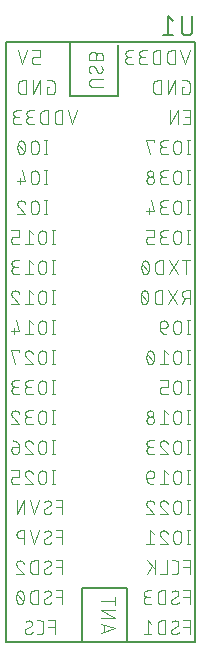
<source format=gbr>
G04 EAGLE Gerber RS-274X export*
G75*
%MOMM*%
%FSLAX34Y34*%
%LPD*%
%INSilkscreen Bottom*%
%IPPOS*%
%AMOC8*
5,1,8,0,0,1.08239X$1,22.5*%
G01*
%ADD10C,0.152400*%
%ADD11C,0.101600*%
%ADD12C,0.127000*%


D10*
X173990Y266700D02*
X173990Y774700D01*
X334010Y774700D02*
X334010Y266700D01*
X238760Y266700D02*
X173990Y266700D01*
X238760Y266700D02*
X276860Y266700D01*
X334010Y266700D01*
X228600Y774700D02*
X173990Y774700D01*
X228600Y774700D02*
X232410Y774700D01*
X254000Y774700D02*
X334010Y774700D01*
X254000Y774700D02*
X252730Y774700D01*
D11*
X323201Y737249D02*
X325148Y737249D01*
X323201Y737249D02*
X323201Y730758D01*
X327096Y730758D01*
X327195Y730760D01*
X327295Y730766D01*
X327394Y730775D01*
X327492Y730788D01*
X327590Y730805D01*
X327688Y730826D01*
X327784Y730851D01*
X327879Y730879D01*
X327973Y730911D01*
X328066Y730946D01*
X328158Y730985D01*
X328248Y731028D01*
X328336Y731073D01*
X328423Y731123D01*
X328507Y731175D01*
X328590Y731231D01*
X328670Y731289D01*
X328748Y731351D01*
X328823Y731416D01*
X328896Y731484D01*
X328966Y731554D01*
X329034Y731627D01*
X329099Y731702D01*
X329161Y731780D01*
X329219Y731860D01*
X329275Y731943D01*
X329327Y732027D01*
X329377Y732114D01*
X329422Y732202D01*
X329465Y732292D01*
X329504Y732384D01*
X329539Y732477D01*
X329571Y732571D01*
X329599Y732666D01*
X329624Y732762D01*
X329645Y732860D01*
X329662Y732958D01*
X329675Y733056D01*
X329684Y733155D01*
X329690Y733255D01*
X329692Y733354D01*
X329692Y739846D01*
X329690Y739945D01*
X329684Y740045D01*
X329675Y740144D01*
X329662Y740242D01*
X329645Y740340D01*
X329624Y740438D01*
X329599Y740534D01*
X329571Y740629D01*
X329539Y740723D01*
X329504Y740816D01*
X329465Y740908D01*
X329422Y740998D01*
X329377Y741086D01*
X329327Y741173D01*
X329275Y741257D01*
X329219Y741340D01*
X329161Y741420D01*
X329099Y741498D01*
X329034Y741573D01*
X328966Y741646D01*
X328896Y741716D01*
X328823Y741784D01*
X328748Y741849D01*
X328670Y741911D01*
X328590Y741969D01*
X328507Y742025D01*
X328423Y742077D01*
X328336Y742127D01*
X328248Y742172D01*
X328158Y742215D01*
X328066Y742254D01*
X327973Y742289D01*
X327879Y742321D01*
X327784Y742349D01*
X327688Y742374D01*
X327590Y742395D01*
X327492Y742412D01*
X327394Y742425D01*
X327295Y742434D01*
X327195Y742440D01*
X327096Y742442D01*
X323201Y742442D01*
X317500Y742442D02*
X317500Y730758D01*
X311009Y730758D02*
X317500Y742442D01*
X311009Y742442D02*
X311009Y730758D01*
X305308Y730758D02*
X305308Y742442D01*
X302063Y742442D01*
X301950Y742440D01*
X301837Y742434D01*
X301724Y742424D01*
X301611Y742410D01*
X301499Y742393D01*
X301388Y742371D01*
X301278Y742346D01*
X301168Y742316D01*
X301060Y742283D01*
X300953Y742246D01*
X300847Y742206D01*
X300743Y742161D01*
X300640Y742113D01*
X300539Y742062D01*
X300440Y742007D01*
X300343Y741949D01*
X300248Y741887D01*
X300155Y741822D01*
X300065Y741754D01*
X299977Y741683D01*
X299891Y741608D01*
X299808Y741531D01*
X299728Y741451D01*
X299651Y741368D01*
X299576Y741282D01*
X299505Y741194D01*
X299437Y741104D01*
X299372Y741011D01*
X299310Y740916D01*
X299252Y740819D01*
X299197Y740720D01*
X299146Y740619D01*
X299098Y740516D01*
X299053Y740412D01*
X299013Y740306D01*
X298976Y740199D01*
X298943Y740091D01*
X298913Y739981D01*
X298888Y739871D01*
X298866Y739760D01*
X298849Y739648D01*
X298835Y739535D01*
X298825Y739422D01*
X298819Y739309D01*
X298817Y739196D01*
X298817Y734004D01*
X298819Y733891D01*
X298825Y733778D01*
X298835Y733665D01*
X298849Y733552D01*
X298866Y733440D01*
X298888Y733329D01*
X298913Y733219D01*
X298943Y733109D01*
X298976Y733001D01*
X299013Y732894D01*
X299053Y732788D01*
X299098Y732684D01*
X299146Y732581D01*
X299197Y732480D01*
X299252Y732381D01*
X299310Y732284D01*
X299372Y732189D01*
X299437Y732096D01*
X299505Y732006D01*
X299576Y731918D01*
X299651Y731832D01*
X299728Y731749D01*
X299808Y731669D01*
X299891Y731592D01*
X299977Y731517D01*
X300065Y731446D01*
X300155Y731378D01*
X300248Y731313D01*
X300343Y731251D01*
X300440Y731193D01*
X300539Y731138D01*
X300640Y731087D01*
X300743Y731039D01*
X300847Y730994D01*
X300953Y730954D01*
X301060Y730917D01*
X301168Y730884D01*
X301278Y730854D01*
X301388Y730829D01*
X301499Y730807D01*
X301611Y730790D01*
X301724Y730776D01*
X301837Y730766D01*
X301950Y730760D01*
X302063Y730758D01*
X305308Y730758D01*
X324499Y705358D02*
X329692Y705358D01*
X329692Y717042D01*
X324499Y717042D01*
X325797Y711849D02*
X329692Y711849D01*
X319809Y717042D02*
X319809Y705358D01*
X313318Y705358D02*
X319809Y717042D01*
X313318Y717042D02*
X313318Y705358D01*
X328394Y691642D02*
X328394Y679958D01*
X329692Y679958D02*
X327096Y679958D01*
X327096Y691642D02*
X329692Y691642D01*
X322495Y688396D02*
X322495Y683204D01*
X322496Y688396D02*
X322494Y688509D01*
X322488Y688622D01*
X322478Y688735D01*
X322464Y688848D01*
X322447Y688960D01*
X322425Y689071D01*
X322400Y689181D01*
X322370Y689291D01*
X322337Y689399D01*
X322300Y689506D01*
X322260Y689612D01*
X322215Y689716D01*
X322167Y689819D01*
X322116Y689920D01*
X322061Y690019D01*
X322003Y690116D01*
X321941Y690211D01*
X321876Y690304D01*
X321808Y690394D01*
X321737Y690482D01*
X321662Y690568D01*
X321585Y690651D01*
X321505Y690731D01*
X321422Y690808D01*
X321336Y690883D01*
X321248Y690954D01*
X321158Y691022D01*
X321065Y691087D01*
X320970Y691149D01*
X320873Y691207D01*
X320774Y691262D01*
X320673Y691313D01*
X320570Y691361D01*
X320466Y691406D01*
X320360Y691446D01*
X320253Y691483D01*
X320145Y691516D01*
X320035Y691546D01*
X319925Y691571D01*
X319814Y691593D01*
X319702Y691610D01*
X319589Y691624D01*
X319476Y691634D01*
X319363Y691640D01*
X319250Y691642D01*
X319137Y691640D01*
X319024Y691634D01*
X318911Y691624D01*
X318798Y691610D01*
X318686Y691593D01*
X318575Y691571D01*
X318465Y691546D01*
X318355Y691516D01*
X318247Y691483D01*
X318140Y691446D01*
X318034Y691406D01*
X317930Y691361D01*
X317827Y691313D01*
X317726Y691262D01*
X317627Y691207D01*
X317530Y691149D01*
X317435Y691087D01*
X317342Y691022D01*
X317252Y690954D01*
X317164Y690883D01*
X317078Y690808D01*
X316995Y690731D01*
X316915Y690651D01*
X316838Y690568D01*
X316763Y690482D01*
X316692Y690394D01*
X316624Y690304D01*
X316559Y690211D01*
X316497Y690116D01*
X316439Y690019D01*
X316384Y689920D01*
X316333Y689819D01*
X316285Y689716D01*
X316240Y689612D01*
X316200Y689506D01*
X316163Y689399D01*
X316130Y689291D01*
X316100Y689181D01*
X316075Y689071D01*
X316053Y688960D01*
X316036Y688848D01*
X316022Y688735D01*
X316012Y688622D01*
X316006Y688509D01*
X316004Y688396D01*
X316004Y683204D01*
X316006Y683091D01*
X316012Y682978D01*
X316022Y682865D01*
X316036Y682752D01*
X316053Y682640D01*
X316075Y682529D01*
X316100Y682419D01*
X316130Y682309D01*
X316163Y682201D01*
X316200Y682094D01*
X316240Y681988D01*
X316285Y681884D01*
X316333Y681781D01*
X316384Y681680D01*
X316439Y681581D01*
X316497Y681484D01*
X316559Y681389D01*
X316624Y681296D01*
X316692Y681206D01*
X316763Y681118D01*
X316838Y681032D01*
X316915Y680949D01*
X316995Y680869D01*
X317078Y680792D01*
X317164Y680717D01*
X317252Y680646D01*
X317342Y680578D01*
X317435Y680513D01*
X317530Y680451D01*
X317627Y680393D01*
X317726Y680338D01*
X317827Y680287D01*
X317930Y680239D01*
X318034Y680194D01*
X318140Y680154D01*
X318247Y680117D01*
X318355Y680084D01*
X318465Y680054D01*
X318575Y680029D01*
X318686Y680007D01*
X318798Y679990D01*
X318911Y679976D01*
X319024Y679966D01*
X319137Y679960D01*
X319250Y679958D01*
X319363Y679960D01*
X319476Y679966D01*
X319589Y679976D01*
X319702Y679990D01*
X319814Y680007D01*
X319925Y680029D01*
X320035Y680054D01*
X320145Y680084D01*
X320253Y680117D01*
X320360Y680154D01*
X320466Y680194D01*
X320570Y680239D01*
X320673Y680287D01*
X320774Y680338D01*
X320873Y680393D01*
X320970Y680451D01*
X321065Y680513D01*
X321158Y680578D01*
X321248Y680646D01*
X321336Y680717D01*
X321422Y680792D01*
X321505Y680869D01*
X321585Y680949D01*
X321662Y681032D01*
X321737Y681118D01*
X321808Y681206D01*
X321876Y681296D01*
X321941Y681389D01*
X322003Y681484D01*
X322061Y681581D01*
X322116Y681680D01*
X322167Y681781D01*
X322215Y681884D01*
X322260Y681988D01*
X322300Y682094D01*
X322337Y682201D01*
X322370Y682309D01*
X322400Y682419D01*
X322425Y682529D01*
X322447Y682640D01*
X322464Y682752D01*
X322478Y682865D01*
X322488Y682978D01*
X322494Y683091D01*
X322496Y683204D01*
X311065Y679958D02*
X307820Y679958D01*
X307707Y679960D01*
X307594Y679966D01*
X307481Y679976D01*
X307368Y679990D01*
X307256Y680007D01*
X307145Y680029D01*
X307035Y680054D01*
X306925Y680084D01*
X306817Y680117D01*
X306710Y680154D01*
X306604Y680194D01*
X306500Y680239D01*
X306397Y680287D01*
X306296Y680338D01*
X306197Y680393D01*
X306100Y680451D01*
X306005Y680513D01*
X305912Y680578D01*
X305822Y680646D01*
X305734Y680717D01*
X305648Y680792D01*
X305565Y680869D01*
X305485Y680949D01*
X305408Y681032D01*
X305333Y681118D01*
X305262Y681206D01*
X305194Y681296D01*
X305129Y681389D01*
X305067Y681484D01*
X305009Y681581D01*
X304954Y681680D01*
X304903Y681781D01*
X304855Y681884D01*
X304810Y681988D01*
X304770Y682094D01*
X304733Y682201D01*
X304700Y682309D01*
X304670Y682419D01*
X304645Y682529D01*
X304623Y682640D01*
X304606Y682752D01*
X304592Y682865D01*
X304582Y682978D01*
X304576Y683091D01*
X304574Y683204D01*
X304576Y683317D01*
X304582Y683430D01*
X304592Y683543D01*
X304606Y683656D01*
X304623Y683768D01*
X304645Y683879D01*
X304670Y683989D01*
X304700Y684099D01*
X304733Y684207D01*
X304770Y684314D01*
X304810Y684420D01*
X304855Y684524D01*
X304903Y684627D01*
X304954Y684728D01*
X305009Y684827D01*
X305067Y684924D01*
X305129Y685019D01*
X305194Y685112D01*
X305262Y685202D01*
X305333Y685290D01*
X305408Y685376D01*
X305485Y685459D01*
X305565Y685539D01*
X305648Y685616D01*
X305734Y685691D01*
X305822Y685762D01*
X305912Y685830D01*
X306005Y685895D01*
X306100Y685957D01*
X306197Y686015D01*
X306296Y686070D01*
X306397Y686121D01*
X306500Y686169D01*
X306604Y686214D01*
X306710Y686254D01*
X306817Y686291D01*
X306925Y686324D01*
X307035Y686354D01*
X307145Y686379D01*
X307256Y686401D01*
X307368Y686418D01*
X307481Y686432D01*
X307594Y686442D01*
X307707Y686448D01*
X307820Y686450D01*
X307171Y691642D02*
X311065Y691642D01*
X307171Y691642D02*
X307070Y691640D01*
X306970Y691634D01*
X306870Y691624D01*
X306770Y691611D01*
X306671Y691593D01*
X306572Y691572D01*
X306475Y691547D01*
X306378Y691518D01*
X306283Y691485D01*
X306189Y691449D01*
X306097Y691409D01*
X306006Y691366D01*
X305917Y691319D01*
X305830Y691269D01*
X305744Y691215D01*
X305661Y691158D01*
X305581Y691098D01*
X305502Y691035D01*
X305426Y690968D01*
X305353Y690899D01*
X305283Y690827D01*
X305215Y690753D01*
X305150Y690676D01*
X305089Y690596D01*
X305030Y690514D01*
X304975Y690430D01*
X304923Y690344D01*
X304874Y690256D01*
X304829Y690166D01*
X304787Y690074D01*
X304749Y689981D01*
X304715Y689886D01*
X304684Y689791D01*
X304657Y689694D01*
X304634Y689596D01*
X304614Y689497D01*
X304599Y689397D01*
X304587Y689297D01*
X304579Y689197D01*
X304575Y689096D01*
X304575Y688996D01*
X304579Y688895D01*
X304587Y688795D01*
X304599Y688695D01*
X304614Y688595D01*
X304634Y688496D01*
X304657Y688398D01*
X304684Y688301D01*
X304715Y688206D01*
X304749Y688111D01*
X304787Y688018D01*
X304829Y687926D01*
X304874Y687836D01*
X304923Y687748D01*
X304975Y687662D01*
X305030Y687578D01*
X305089Y687496D01*
X305150Y687416D01*
X305215Y687339D01*
X305283Y687265D01*
X305353Y687193D01*
X305426Y687124D01*
X305502Y687057D01*
X305581Y686994D01*
X305661Y686934D01*
X305744Y686877D01*
X305830Y686823D01*
X305917Y686773D01*
X306006Y686726D01*
X306097Y686683D01*
X306189Y686643D01*
X306283Y686607D01*
X306378Y686574D01*
X306475Y686545D01*
X306572Y686520D01*
X306671Y686499D01*
X306770Y686481D01*
X306870Y686468D01*
X306970Y686458D01*
X307070Y686452D01*
X307171Y686450D01*
X307171Y686449D02*
X309767Y686449D01*
X299635Y690344D02*
X299635Y691642D01*
X293144Y691642D01*
X296390Y679958D01*
X328394Y666242D02*
X328394Y654558D01*
X329692Y654558D02*
X327096Y654558D01*
X327096Y666242D02*
X329692Y666242D01*
X322495Y662996D02*
X322495Y657804D01*
X322496Y662996D02*
X322494Y663109D01*
X322488Y663222D01*
X322478Y663335D01*
X322464Y663448D01*
X322447Y663560D01*
X322425Y663671D01*
X322400Y663781D01*
X322370Y663891D01*
X322337Y663999D01*
X322300Y664106D01*
X322260Y664212D01*
X322215Y664316D01*
X322167Y664419D01*
X322116Y664520D01*
X322061Y664619D01*
X322003Y664716D01*
X321941Y664811D01*
X321876Y664904D01*
X321808Y664994D01*
X321737Y665082D01*
X321662Y665168D01*
X321585Y665251D01*
X321505Y665331D01*
X321422Y665408D01*
X321336Y665483D01*
X321248Y665554D01*
X321158Y665622D01*
X321065Y665687D01*
X320970Y665749D01*
X320873Y665807D01*
X320774Y665862D01*
X320673Y665913D01*
X320570Y665961D01*
X320466Y666006D01*
X320360Y666046D01*
X320253Y666083D01*
X320145Y666116D01*
X320035Y666146D01*
X319925Y666171D01*
X319814Y666193D01*
X319702Y666210D01*
X319589Y666224D01*
X319476Y666234D01*
X319363Y666240D01*
X319250Y666242D01*
X319137Y666240D01*
X319024Y666234D01*
X318911Y666224D01*
X318798Y666210D01*
X318686Y666193D01*
X318575Y666171D01*
X318465Y666146D01*
X318355Y666116D01*
X318247Y666083D01*
X318140Y666046D01*
X318034Y666006D01*
X317930Y665961D01*
X317827Y665913D01*
X317726Y665862D01*
X317627Y665807D01*
X317530Y665749D01*
X317435Y665687D01*
X317342Y665622D01*
X317252Y665554D01*
X317164Y665483D01*
X317078Y665408D01*
X316995Y665331D01*
X316915Y665251D01*
X316838Y665168D01*
X316763Y665082D01*
X316692Y664994D01*
X316624Y664904D01*
X316559Y664811D01*
X316497Y664716D01*
X316439Y664619D01*
X316384Y664520D01*
X316333Y664419D01*
X316285Y664316D01*
X316240Y664212D01*
X316200Y664106D01*
X316163Y663999D01*
X316130Y663891D01*
X316100Y663781D01*
X316075Y663671D01*
X316053Y663560D01*
X316036Y663448D01*
X316022Y663335D01*
X316012Y663222D01*
X316006Y663109D01*
X316004Y662996D01*
X316004Y657804D01*
X316006Y657691D01*
X316012Y657578D01*
X316022Y657465D01*
X316036Y657352D01*
X316053Y657240D01*
X316075Y657129D01*
X316100Y657019D01*
X316130Y656909D01*
X316163Y656801D01*
X316200Y656694D01*
X316240Y656588D01*
X316285Y656484D01*
X316333Y656381D01*
X316384Y656280D01*
X316439Y656181D01*
X316497Y656084D01*
X316559Y655989D01*
X316624Y655896D01*
X316692Y655806D01*
X316763Y655718D01*
X316838Y655632D01*
X316915Y655549D01*
X316995Y655469D01*
X317078Y655392D01*
X317164Y655317D01*
X317252Y655246D01*
X317342Y655178D01*
X317435Y655113D01*
X317530Y655051D01*
X317627Y654993D01*
X317726Y654938D01*
X317827Y654887D01*
X317930Y654839D01*
X318034Y654794D01*
X318140Y654754D01*
X318247Y654717D01*
X318355Y654684D01*
X318465Y654654D01*
X318575Y654629D01*
X318686Y654607D01*
X318798Y654590D01*
X318911Y654576D01*
X319024Y654566D01*
X319137Y654560D01*
X319250Y654558D01*
X319363Y654560D01*
X319476Y654566D01*
X319589Y654576D01*
X319702Y654590D01*
X319814Y654607D01*
X319925Y654629D01*
X320035Y654654D01*
X320145Y654684D01*
X320253Y654717D01*
X320360Y654754D01*
X320466Y654794D01*
X320570Y654839D01*
X320673Y654887D01*
X320774Y654938D01*
X320873Y654993D01*
X320970Y655051D01*
X321065Y655113D01*
X321158Y655178D01*
X321248Y655246D01*
X321336Y655317D01*
X321422Y655392D01*
X321505Y655469D01*
X321585Y655549D01*
X321662Y655632D01*
X321737Y655718D01*
X321808Y655806D01*
X321876Y655896D01*
X321941Y655989D01*
X322003Y656084D01*
X322061Y656181D01*
X322116Y656280D01*
X322167Y656381D01*
X322215Y656484D01*
X322260Y656588D01*
X322300Y656694D01*
X322337Y656801D01*
X322370Y656909D01*
X322400Y657019D01*
X322425Y657129D01*
X322447Y657240D01*
X322464Y657352D01*
X322478Y657465D01*
X322488Y657578D01*
X322494Y657691D01*
X322496Y657804D01*
X311065Y654558D02*
X307820Y654558D01*
X307707Y654560D01*
X307594Y654566D01*
X307481Y654576D01*
X307368Y654590D01*
X307256Y654607D01*
X307145Y654629D01*
X307035Y654654D01*
X306925Y654684D01*
X306817Y654717D01*
X306710Y654754D01*
X306604Y654794D01*
X306500Y654839D01*
X306397Y654887D01*
X306296Y654938D01*
X306197Y654993D01*
X306100Y655051D01*
X306005Y655113D01*
X305912Y655178D01*
X305822Y655246D01*
X305734Y655317D01*
X305648Y655392D01*
X305565Y655469D01*
X305485Y655549D01*
X305408Y655632D01*
X305333Y655718D01*
X305262Y655806D01*
X305194Y655896D01*
X305129Y655989D01*
X305067Y656084D01*
X305009Y656181D01*
X304954Y656280D01*
X304903Y656381D01*
X304855Y656484D01*
X304810Y656588D01*
X304770Y656694D01*
X304733Y656801D01*
X304700Y656909D01*
X304670Y657019D01*
X304645Y657129D01*
X304623Y657240D01*
X304606Y657352D01*
X304592Y657465D01*
X304582Y657578D01*
X304576Y657691D01*
X304574Y657804D01*
X304576Y657917D01*
X304582Y658030D01*
X304592Y658143D01*
X304606Y658256D01*
X304623Y658368D01*
X304645Y658479D01*
X304670Y658589D01*
X304700Y658699D01*
X304733Y658807D01*
X304770Y658914D01*
X304810Y659020D01*
X304855Y659124D01*
X304903Y659227D01*
X304954Y659328D01*
X305009Y659427D01*
X305067Y659524D01*
X305129Y659619D01*
X305194Y659712D01*
X305262Y659802D01*
X305333Y659890D01*
X305408Y659976D01*
X305485Y660059D01*
X305565Y660139D01*
X305648Y660216D01*
X305734Y660291D01*
X305822Y660362D01*
X305912Y660430D01*
X306005Y660495D01*
X306100Y660557D01*
X306197Y660615D01*
X306296Y660670D01*
X306397Y660721D01*
X306500Y660769D01*
X306604Y660814D01*
X306710Y660854D01*
X306817Y660891D01*
X306925Y660924D01*
X307035Y660954D01*
X307145Y660979D01*
X307256Y661001D01*
X307368Y661018D01*
X307481Y661032D01*
X307594Y661042D01*
X307707Y661048D01*
X307820Y661050D01*
X307171Y666242D02*
X311065Y666242D01*
X307171Y666242D02*
X307070Y666240D01*
X306970Y666234D01*
X306870Y666224D01*
X306770Y666211D01*
X306671Y666193D01*
X306572Y666172D01*
X306475Y666147D01*
X306378Y666118D01*
X306283Y666085D01*
X306189Y666049D01*
X306097Y666009D01*
X306006Y665966D01*
X305917Y665919D01*
X305830Y665869D01*
X305744Y665815D01*
X305661Y665758D01*
X305581Y665698D01*
X305502Y665635D01*
X305426Y665568D01*
X305353Y665499D01*
X305283Y665427D01*
X305215Y665353D01*
X305150Y665276D01*
X305089Y665196D01*
X305030Y665114D01*
X304975Y665030D01*
X304923Y664944D01*
X304874Y664856D01*
X304829Y664766D01*
X304787Y664674D01*
X304749Y664581D01*
X304715Y664486D01*
X304684Y664391D01*
X304657Y664294D01*
X304634Y664196D01*
X304614Y664097D01*
X304599Y663997D01*
X304587Y663897D01*
X304579Y663797D01*
X304575Y663696D01*
X304575Y663596D01*
X304579Y663495D01*
X304587Y663395D01*
X304599Y663295D01*
X304614Y663195D01*
X304634Y663096D01*
X304657Y662998D01*
X304684Y662901D01*
X304715Y662806D01*
X304749Y662711D01*
X304787Y662618D01*
X304829Y662526D01*
X304874Y662436D01*
X304923Y662348D01*
X304975Y662262D01*
X305030Y662178D01*
X305089Y662096D01*
X305150Y662016D01*
X305215Y661939D01*
X305283Y661865D01*
X305353Y661793D01*
X305426Y661724D01*
X305502Y661657D01*
X305581Y661594D01*
X305661Y661534D01*
X305744Y661477D01*
X305830Y661423D01*
X305917Y661373D01*
X306006Y661326D01*
X306097Y661283D01*
X306189Y661243D01*
X306283Y661207D01*
X306378Y661174D01*
X306475Y661145D01*
X306572Y661120D01*
X306671Y661099D01*
X306770Y661081D01*
X306870Y661068D01*
X306970Y661058D01*
X307070Y661052D01*
X307171Y661050D01*
X307171Y661049D02*
X309767Y661049D01*
X299636Y657804D02*
X299634Y657917D01*
X299628Y658030D01*
X299618Y658143D01*
X299604Y658256D01*
X299587Y658368D01*
X299565Y658479D01*
X299540Y658589D01*
X299510Y658699D01*
X299477Y658807D01*
X299440Y658914D01*
X299400Y659020D01*
X299355Y659124D01*
X299307Y659227D01*
X299256Y659328D01*
X299201Y659427D01*
X299143Y659524D01*
X299081Y659619D01*
X299016Y659712D01*
X298948Y659802D01*
X298877Y659890D01*
X298802Y659976D01*
X298725Y660059D01*
X298645Y660139D01*
X298562Y660216D01*
X298476Y660291D01*
X298388Y660362D01*
X298298Y660430D01*
X298205Y660495D01*
X298110Y660557D01*
X298013Y660615D01*
X297914Y660670D01*
X297813Y660721D01*
X297710Y660769D01*
X297606Y660814D01*
X297500Y660854D01*
X297393Y660891D01*
X297285Y660924D01*
X297175Y660954D01*
X297065Y660979D01*
X296954Y661001D01*
X296842Y661018D01*
X296729Y661032D01*
X296616Y661042D01*
X296503Y661048D01*
X296390Y661050D01*
X296277Y661048D01*
X296164Y661042D01*
X296051Y661032D01*
X295938Y661018D01*
X295826Y661001D01*
X295715Y660979D01*
X295605Y660954D01*
X295495Y660924D01*
X295387Y660891D01*
X295280Y660854D01*
X295174Y660814D01*
X295070Y660769D01*
X294967Y660721D01*
X294866Y660670D01*
X294767Y660615D01*
X294670Y660557D01*
X294575Y660495D01*
X294482Y660430D01*
X294392Y660362D01*
X294304Y660291D01*
X294218Y660216D01*
X294135Y660139D01*
X294055Y660059D01*
X293978Y659976D01*
X293903Y659890D01*
X293832Y659802D01*
X293764Y659712D01*
X293699Y659619D01*
X293637Y659524D01*
X293579Y659427D01*
X293524Y659328D01*
X293473Y659227D01*
X293425Y659124D01*
X293380Y659020D01*
X293340Y658914D01*
X293303Y658807D01*
X293270Y658699D01*
X293240Y658589D01*
X293215Y658479D01*
X293193Y658368D01*
X293176Y658256D01*
X293162Y658143D01*
X293152Y658030D01*
X293146Y657917D01*
X293144Y657804D01*
X293146Y657691D01*
X293152Y657578D01*
X293162Y657465D01*
X293176Y657352D01*
X293193Y657240D01*
X293215Y657129D01*
X293240Y657019D01*
X293270Y656909D01*
X293303Y656801D01*
X293340Y656694D01*
X293380Y656588D01*
X293425Y656484D01*
X293473Y656381D01*
X293524Y656280D01*
X293579Y656181D01*
X293637Y656084D01*
X293699Y655989D01*
X293764Y655896D01*
X293832Y655806D01*
X293903Y655718D01*
X293978Y655632D01*
X294055Y655549D01*
X294135Y655469D01*
X294218Y655392D01*
X294304Y655317D01*
X294392Y655246D01*
X294482Y655178D01*
X294575Y655113D01*
X294670Y655051D01*
X294767Y654993D01*
X294866Y654938D01*
X294967Y654887D01*
X295070Y654839D01*
X295174Y654794D01*
X295280Y654754D01*
X295387Y654717D01*
X295495Y654684D01*
X295605Y654654D01*
X295715Y654629D01*
X295826Y654607D01*
X295938Y654590D01*
X296051Y654576D01*
X296164Y654566D01*
X296277Y654560D01*
X296390Y654558D01*
X296503Y654560D01*
X296616Y654566D01*
X296729Y654576D01*
X296842Y654590D01*
X296954Y654607D01*
X297065Y654629D01*
X297175Y654654D01*
X297285Y654684D01*
X297393Y654717D01*
X297500Y654754D01*
X297606Y654794D01*
X297710Y654839D01*
X297813Y654887D01*
X297914Y654938D01*
X298013Y654993D01*
X298110Y655051D01*
X298205Y655113D01*
X298298Y655178D01*
X298388Y655246D01*
X298476Y655317D01*
X298562Y655392D01*
X298645Y655469D01*
X298725Y655549D01*
X298802Y655632D01*
X298877Y655718D01*
X298948Y655806D01*
X299016Y655896D01*
X299081Y655989D01*
X299143Y656084D01*
X299201Y656181D01*
X299256Y656280D01*
X299307Y656381D01*
X299355Y656484D01*
X299400Y656588D01*
X299440Y656694D01*
X299477Y656801D01*
X299510Y656909D01*
X299540Y657019D01*
X299565Y657129D01*
X299587Y657240D01*
X299604Y657352D01*
X299618Y657465D01*
X299628Y657578D01*
X299634Y657691D01*
X299636Y657804D01*
X298986Y663646D02*
X298984Y663747D01*
X298978Y663847D01*
X298968Y663947D01*
X298955Y664047D01*
X298937Y664146D01*
X298916Y664245D01*
X298891Y664342D01*
X298862Y664439D01*
X298829Y664534D01*
X298793Y664628D01*
X298753Y664720D01*
X298710Y664811D01*
X298663Y664900D01*
X298613Y664987D01*
X298559Y665073D01*
X298502Y665156D01*
X298442Y665236D01*
X298379Y665315D01*
X298312Y665391D01*
X298243Y665464D01*
X298171Y665534D01*
X298097Y665602D01*
X298020Y665667D01*
X297940Y665728D01*
X297858Y665787D01*
X297774Y665842D01*
X297688Y665894D01*
X297600Y665943D01*
X297510Y665988D01*
X297418Y666030D01*
X297325Y666068D01*
X297230Y666102D01*
X297135Y666133D01*
X297038Y666160D01*
X296940Y666183D01*
X296841Y666203D01*
X296741Y666218D01*
X296641Y666230D01*
X296541Y666238D01*
X296440Y666242D01*
X296340Y666242D01*
X296239Y666238D01*
X296139Y666230D01*
X296039Y666218D01*
X295939Y666203D01*
X295840Y666183D01*
X295742Y666160D01*
X295645Y666133D01*
X295550Y666102D01*
X295455Y666068D01*
X295362Y666030D01*
X295270Y665988D01*
X295180Y665943D01*
X295092Y665894D01*
X295006Y665842D01*
X294922Y665787D01*
X294840Y665728D01*
X294760Y665667D01*
X294683Y665602D01*
X294609Y665534D01*
X294537Y665464D01*
X294468Y665391D01*
X294401Y665315D01*
X294338Y665236D01*
X294278Y665156D01*
X294221Y665073D01*
X294167Y664987D01*
X294117Y664900D01*
X294070Y664811D01*
X294027Y664720D01*
X293987Y664628D01*
X293951Y664534D01*
X293918Y664439D01*
X293889Y664342D01*
X293864Y664245D01*
X293843Y664146D01*
X293825Y664047D01*
X293812Y663947D01*
X293802Y663847D01*
X293796Y663747D01*
X293794Y663646D01*
X293796Y663545D01*
X293802Y663445D01*
X293812Y663345D01*
X293825Y663245D01*
X293843Y663146D01*
X293864Y663047D01*
X293889Y662950D01*
X293918Y662853D01*
X293951Y662758D01*
X293987Y662664D01*
X294027Y662572D01*
X294070Y662481D01*
X294117Y662392D01*
X294167Y662305D01*
X294221Y662219D01*
X294278Y662136D01*
X294338Y662056D01*
X294401Y661977D01*
X294468Y661901D01*
X294537Y661828D01*
X294609Y661758D01*
X294683Y661690D01*
X294760Y661625D01*
X294840Y661564D01*
X294922Y661505D01*
X295006Y661450D01*
X295092Y661398D01*
X295180Y661349D01*
X295270Y661304D01*
X295362Y661262D01*
X295455Y661224D01*
X295550Y661190D01*
X295645Y661159D01*
X295742Y661132D01*
X295840Y661109D01*
X295939Y661089D01*
X296039Y661074D01*
X296139Y661062D01*
X296239Y661054D01*
X296340Y661050D01*
X296440Y661050D01*
X296541Y661054D01*
X296641Y661062D01*
X296741Y661074D01*
X296841Y661089D01*
X296940Y661109D01*
X297038Y661132D01*
X297135Y661159D01*
X297230Y661190D01*
X297325Y661224D01*
X297418Y661262D01*
X297510Y661304D01*
X297600Y661349D01*
X297688Y661398D01*
X297774Y661450D01*
X297858Y661505D01*
X297940Y661564D01*
X298020Y661625D01*
X298097Y661690D01*
X298171Y661758D01*
X298243Y661828D01*
X298312Y661901D01*
X298379Y661977D01*
X298442Y662056D01*
X298502Y662136D01*
X298559Y662219D01*
X298613Y662305D01*
X298663Y662392D01*
X298710Y662481D01*
X298753Y662572D01*
X298793Y662664D01*
X298829Y662758D01*
X298862Y662853D01*
X298891Y662950D01*
X298916Y663047D01*
X298937Y663146D01*
X298955Y663245D01*
X298968Y663345D01*
X298978Y663445D01*
X298984Y663545D01*
X298986Y663646D01*
X328394Y640842D02*
X328394Y629158D01*
X329692Y629158D02*
X327096Y629158D01*
X327096Y640842D02*
X329692Y640842D01*
X322495Y637596D02*
X322495Y632404D01*
X322496Y637596D02*
X322494Y637709D01*
X322488Y637822D01*
X322478Y637935D01*
X322464Y638048D01*
X322447Y638160D01*
X322425Y638271D01*
X322400Y638381D01*
X322370Y638491D01*
X322337Y638599D01*
X322300Y638706D01*
X322260Y638812D01*
X322215Y638916D01*
X322167Y639019D01*
X322116Y639120D01*
X322061Y639219D01*
X322003Y639316D01*
X321941Y639411D01*
X321876Y639504D01*
X321808Y639594D01*
X321737Y639682D01*
X321662Y639768D01*
X321585Y639851D01*
X321505Y639931D01*
X321422Y640008D01*
X321336Y640083D01*
X321248Y640154D01*
X321158Y640222D01*
X321065Y640287D01*
X320970Y640349D01*
X320873Y640407D01*
X320774Y640462D01*
X320673Y640513D01*
X320570Y640561D01*
X320466Y640606D01*
X320360Y640646D01*
X320253Y640683D01*
X320145Y640716D01*
X320035Y640746D01*
X319925Y640771D01*
X319814Y640793D01*
X319702Y640810D01*
X319589Y640824D01*
X319476Y640834D01*
X319363Y640840D01*
X319250Y640842D01*
X319137Y640840D01*
X319024Y640834D01*
X318911Y640824D01*
X318798Y640810D01*
X318686Y640793D01*
X318575Y640771D01*
X318465Y640746D01*
X318355Y640716D01*
X318247Y640683D01*
X318140Y640646D01*
X318034Y640606D01*
X317930Y640561D01*
X317827Y640513D01*
X317726Y640462D01*
X317627Y640407D01*
X317530Y640349D01*
X317435Y640287D01*
X317342Y640222D01*
X317252Y640154D01*
X317164Y640083D01*
X317078Y640008D01*
X316995Y639931D01*
X316915Y639851D01*
X316838Y639768D01*
X316763Y639682D01*
X316692Y639594D01*
X316624Y639504D01*
X316559Y639411D01*
X316497Y639316D01*
X316439Y639219D01*
X316384Y639120D01*
X316333Y639019D01*
X316285Y638916D01*
X316240Y638812D01*
X316200Y638706D01*
X316163Y638599D01*
X316130Y638491D01*
X316100Y638381D01*
X316075Y638271D01*
X316053Y638160D01*
X316036Y638048D01*
X316022Y637935D01*
X316012Y637822D01*
X316006Y637709D01*
X316004Y637596D01*
X316004Y632404D01*
X316006Y632291D01*
X316012Y632178D01*
X316022Y632065D01*
X316036Y631952D01*
X316053Y631840D01*
X316075Y631729D01*
X316100Y631619D01*
X316130Y631509D01*
X316163Y631401D01*
X316200Y631294D01*
X316240Y631188D01*
X316285Y631084D01*
X316333Y630981D01*
X316384Y630880D01*
X316439Y630781D01*
X316497Y630684D01*
X316559Y630589D01*
X316624Y630496D01*
X316692Y630406D01*
X316763Y630318D01*
X316838Y630232D01*
X316915Y630149D01*
X316995Y630069D01*
X317078Y629992D01*
X317164Y629917D01*
X317252Y629846D01*
X317342Y629778D01*
X317435Y629713D01*
X317530Y629651D01*
X317627Y629593D01*
X317726Y629538D01*
X317827Y629487D01*
X317930Y629439D01*
X318034Y629394D01*
X318140Y629354D01*
X318247Y629317D01*
X318355Y629284D01*
X318465Y629254D01*
X318575Y629229D01*
X318686Y629207D01*
X318798Y629190D01*
X318911Y629176D01*
X319024Y629166D01*
X319137Y629160D01*
X319250Y629158D01*
X319363Y629160D01*
X319476Y629166D01*
X319589Y629176D01*
X319702Y629190D01*
X319814Y629207D01*
X319925Y629229D01*
X320035Y629254D01*
X320145Y629284D01*
X320253Y629317D01*
X320360Y629354D01*
X320466Y629394D01*
X320570Y629439D01*
X320673Y629487D01*
X320774Y629538D01*
X320873Y629593D01*
X320970Y629651D01*
X321065Y629713D01*
X321158Y629778D01*
X321248Y629846D01*
X321336Y629917D01*
X321422Y629992D01*
X321505Y630069D01*
X321585Y630149D01*
X321662Y630232D01*
X321737Y630318D01*
X321808Y630406D01*
X321876Y630496D01*
X321941Y630589D01*
X322003Y630684D01*
X322061Y630781D01*
X322116Y630880D01*
X322167Y630981D01*
X322215Y631084D01*
X322260Y631188D01*
X322300Y631294D01*
X322337Y631401D01*
X322370Y631509D01*
X322400Y631619D01*
X322425Y631729D01*
X322447Y631840D01*
X322464Y631952D01*
X322478Y632065D01*
X322488Y632178D01*
X322494Y632291D01*
X322496Y632404D01*
X311065Y629158D02*
X307820Y629158D01*
X307707Y629160D01*
X307594Y629166D01*
X307481Y629176D01*
X307368Y629190D01*
X307256Y629207D01*
X307145Y629229D01*
X307035Y629254D01*
X306925Y629284D01*
X306817Y629317D01*
X306710Y629354D01*
X306604Y629394D01*
X306500Y629439D01*
X306397Y629487D01*
X306296Y629538D01*
X306197Y629593D01*
X306100Y629651D01*
X306005Y629713D01*
X305912Y629778D01*
X305822Y629846D01*
X305734Y629917D01*
X305648Y629992D01*
X305565Y630069D01*
X305485Y630149D01*
X305408Y630232D01*
X305333Y630318D01*
X305262Y630406D01*
X305194Y630496D01*
X305129Y630589D01*
X305067Y630684D01*
X305009Y630781D01*
X304954Y630880D01*
X304903Y630981D01*
X304855Y631084D01*
X304810Y631188D01*
X304770Y631294D01*
X304733Y631401D01*
X304700Y631509D01*
X304670Y631619D01*
X304645Y631729D01*
X304623Y631840D01*
X304606Y631952D01*
X304592Y632065D01*
X304582Y632178D01*
X304576Y632291D01*
X304574Y632404D01*
X304576Y632517D01*
X304582Y632630D01*
X304592Y632743D01*
X304606Y632856D01*
X304623Y632968D01*
X304645Y633079D01*
X304670Y633189D01*
X304700Y633299D01*
X304733Y633407D01*
X304770Y633514D01*
X304810Y633620D01*
X304855Y633724D01*
X304903Y633827D01*
X304954Y633928D01*
X305009Y634027D01*
X305067Y634124D01*
X305129Y634219D01*
X305194Y634312D01*
X305262Y634402D01*
X305333Y634490D01*
X305408Y634576D01*
X305485Y634659D01*
X305565Y634739D01*
X305648Y634816D01*
X305734Y634891D01*
X305822Y634962D01*
X305912Y635030D01*
X306005Y635095D01*
X306100Y635157D01*
X306197Y635215D01*
X306296Y635270D01*
X306397Y635321D01*
X306500Y635369D01*
X306604Y635414D01*
X306710Y635454D01*
X306817Y635491D01*
X306925Y635524D01*
X307035Y635554D01*
X307145Y635579D01*
X307256Y635601D01*
X307368Y635618D01*
X307481Y635632D01*
X307594Y635642D01*
X307707Y635648D01*
X307820Y635650D01*
X307171Y640842D02*
X311065Y640842D01*
X307171Y640842D02*
X307070Y640840D01*
X306970Y640834D01*
X306870Y640824D01*
X306770Y640811D01*
X306671Y640793D01*
X306572Y640772D01*
X306475Y640747D01*
X306378Y640718D01*
X306283Y640685D01*
X306189Y640649D01*
X306097Y640609D01*
X306006Y640566D01*
X305917Y640519D01*
X305830Y640469D01*
X305744Y640415D01*
X305661Y640358D01*
X305581Y640298D01*
X305502Y640235D01*
X305426Y640168D01*
X305353Y640099D01*
X305283Y640027D01*
X305215Y639953D01*
X305150Y639876D01*
X305089Y639796D01*
X305030Y639714D01*
X304975Y639630D01*
X304923Y639544D01*
X304874Y639456D01*
X304829Y639366D01*
X304787Y639274D01*
X304749Y639181D01*
X304715Y639086D01*
X304684Y638991D01*
X304657Y638894D01*
X304634Y638796D01*
X304614Y638697D01*
X304599Y638597D01*
X304587Y638497D01*
X304579Y638397D01*
X304575Y638296D01*
X304575Y638196D01*
X304579Y638095D01*
X304587Y637995D01*
X304599Y637895D01*
X304614Y637795D01*
X304634Y637696D01*
X304657Y637598D01*
X304684Y637501D01*
X304715Y637406D01*
X304749Y637311D01*
X304787Y637218D01*
X304829Y637126D01*
X304874Y637036D01*
X304923Y636948D01*
X304975Y636862D01*
X305030Y636778D01*
X305089Y636696D01*
X305150Y636616D01*
X305215Y636539D01*
X305283Y636465D01*
X305353Y636393D01*
X305426Y636324D01*
X305502Y636257D01*
X305581Y636194D01*
X305661Y636134D01*
X305744Y636077D01*
X305830Y636023D01*
X305917Y635973D01*
X306006Y635926D01*
X306097Y635883D01*
X306189Y635843D01*
X306283Y635807D01*
X306378Y635774D01*
X306475Y635745D01*
X306572Y635720D01*
X306671Y635699D01*
X306770Y635681D01*
X306870Y635668D01*
X306970Y635658D01*
X307070Y635652D01*
X307171Y635650D01*
X307171Y635649D02*
X309767Y635649D01*
X299635Y631754D02*
X297039Y640842D01*
X299635Y631754D02*
X293144Y631754D01*
X295092Y629158D02*
X295092Y634351D01*
X328394Y615442D02*
X328394Y603758D01*
X329692Y603758D02*
X327096Y603758D01*
X327096Y615442D02*
X329692Y615442D01*
X322495Y612196D02*
X322495Y607004D01*
X322496Y612196D02*
X322494Y612309D01*
X322488Y612422D01*
X322478Y612535D01*
X322464Y612648D01*
X322447Y612760D01*
X322425Y612871D01*
X322400Y612981D01*
X322370Y613091D01*
X322337Y613199D01*
X322300Y613306D01*
X322260Y613412D01*
X322215Y613516D01*
X322167Y613619D01*
X322116Y613720D01*
X322061Y613819D01*
X322003Y613916D01*
X321941Y614011D01*
X321876Y614104D01*
X321808Y614194D01*
X321737Y614282D01*
X321662Y614368D01*
X321585Y614451D01*
X321505Y614531D01*
X321422Y614608D01*
X321336Y614683D01*
X321248Y614754D01*
X321158Y614822D01*
X321065Y614887D01*
X320970Y614949D01*
X320873Y615007D01*
X320774Y615062D01*
X320673Y615113D01*
X320570Y615161D01*
X320466Y615206D01*
X320360Y615246D01*
X320253Y615283D01*
X320145Y615316D01*
X320035Y615346D01*
X319925Y615371D01*
X319814Y615393D01*
X319702Y615410D01*
X319589Y615424D01*
X319476Y615434D01*
X319363Y615440D01*
X319250Y615442D01*
X319137Y615440D01*
X319024Y615434D01*
X318911Y615424D01*
X318798Y615410D01*
X318686Y615393D01*
X318575Y615371D01*
X318465Y615346D01*
X318355Y615316D01*
X318247Y615283D01*
X318140Y615246D01*
X318034Y615206D01*
X317930Y615161D01*
X317827Y615113D01*
X317726Y615062D01*
X317627Y615007D01*
X317530Y614949D01*
X317435Y614887D01*
X317342Y614822D01*
X317252Y614754D01*
X317164Y614683D01*
X317078Y614608D01*
X316995Y614531D01*
X316915Y614451D01*
X316838Y614368D01*
X316763Y614282D01*
X316692Y614194D01*
X316624Y614104D01*
X316559Y614011D01*
X316497Y613916D01*
X316439Y613819D01*
X316384Y613720D01*
X316333Y613619D01*
X316285Y613516D01*
X316240Y613412D01*
X316200Y613306D01*
X316163Y613199D01*
X316130Y613091D01*
X316100Y612981D01*
X316075Y612871D01*
X316053Y612760D01*
X316036Y612648D01*
X316022Y612535D01*
X316012Y612422D01*
X316006Y612309D01*
X316004Y612196D01*
X316004Y607004D01*
X316006Y606891D01*
X316012Y606778D01*
X316022Y606665D01*
X316036Y606552D01*
X316053Y606440D01*
X316075Y606329D01*
X316100Y606219D01*
X316130Y606109D01*
X316163Y606001D01*
X316200Y605894D01*
X316240Y605788D01*
X316285Y605684D01*
X316333Y605581D01*
X316384Y605480D01*
X316439Y605381D01*
X316497Y605284D01*
X316559Y605189D01*
X316624Y605096D01*
X316692Y605006D01*
X316763Y604918D01*
X316838Y604832D01*
X316915Y604749D01*
X316995Y604669D01*
X317078Y604592D01*
X317164Y604517D01*
X317252Y604446D01*
X317342Y604378D01*
X317435Y604313D01*
X317530Y604251D01*
X317627Y604193D01*
X317726Y604138D01*
X317827Y604087D01*
X317930Y604039D01*
X318034Y603994D01*
X318140Y603954D01*
X318247Y603917D01*
X318355Y603884D01*
X318465Y603854D01*
X318575Y603829D01*
X318686Y603807D01*
X318798Y603790D01*
X318911Y603776D01*
X319024Y603766D01*
X319137Y603760D01*
X319250Y603758D01*
X319363Y603760D01*
X319476Y603766D01*
X319589Y603776D01*
X319702Y603790D01*
X319814Y603807D01*
X319925Y603829D01*
X320035Y603854D01*
X320145Y603884D01*
X320253Y603917D01*
X320360Y603954D01*
X320466Y603994D01*
X320570Y604039D01*
X320673Y604087D01*
X320774Y604138D01*
X320873Y604193D01*
X320970Y604251D01*
X321065Y604313D01*
X321158Y604378D01*
X321248Y604446D01*
X321336Y604517D01*
X321422Y604592D01*
X321505Y604669D01*
X321585Y604749D01*
X321662Y604832D01*
X321737Y604918D01*
X321808Y605006D01*
X321876Y605096D01*
X321941Y605189D01*
X322003Y605284D01*
X322061Y605381D01*
X322116Y605480D01*
X322167Y605581D01*
X322215Y605684D01*
X322260Y605788D01*
X322300Y605894D01*
X322337Y606001D01*
X322370Y606109D01*
X322400Y606219D01*
X322425Y606329D01*
X322447Y606440D01*
X322464Y606552D01*
X322478Y606665D01*
X322488Y606778D01*
X322494Y606891D01*
X322496Y607004D01*
X311065Y603758D02*
X307820Y603758D01*
X307707Y603760D01*
X307594Y603766D01*
X307481Y603776D01*
X307368Y603790D01*
X307256Y603807D01*
X307145Y603829D01*
X307035Y603854D01*
X306925Y603884D01*
X306817Y603917D01*
X306710Y603954D01*
X306604Y603994D01*
X306500Y604039D01*
X306397Y604087D01*
X306296Y604138D01*
X306197Y604193D01*
X306100Y604251D01*
X306005Y604313D01*
X305912Y604378D01*
X305822Y604446D01*
X305734Y604517D01*
X305648Y604592D01*
X305565Y604669D01*
X305485Y604749D01*
X305408Y604832D01*
X305333Y604918D01*
X305262Y605006D01*
X305194Y605096D01*
X305129Y605189D01*
X305067Y605284D01*
X305009Y605381D01*
X304954Y605480D01*
X304903Y605581D01*
X304855Y605684D01*
X304810Y605788D01*
X304770Y605894D01*
X304733Y606001D01*
X304700Y606109D01*
X304670Y606219D01*
X304645Y606329D01*
X304623Y606440D01*
X304606Y606552D01*
X304592Y606665D01*
X304582Y606778D01*
X304576Y606891D01*
X304574Y607004D01*
X304576Y607117D01*
X304582Y607230D01*
X304592Y607343D01*
X304606Y607456D01*
X304623Y607568D01*
X304645Y607679D01*
X304670Y607789D01*
X304700Y607899D01*
X304733Y608007D01*
X304770Y608114D01*
X304810Y608220D01*
X304855Y608324D01*
X304903Y608427D01*
X304954Y608528D01*
X305009Y608627D01*
X305067Y608724D01*
X305129Y608819D01*
X305194Y608912D01*
X305262Y609002D01*
X305333Y609090D01*
X305408Y609176D01*
X305485Y609259D01*
X305565Y609339D01*
X305648Y609416D01*
X305734Y609491D01*
X305822Y609562D01*
X305912Y609630D01*
X306005Y609695D01*
X306100Y609757D01*
X306197Y609815D01*
X306296Y609870D01*
X306397Y609921D01*
X306500Y609969D01*
X306604Y610014D01*
X306710Y610054D01*
X306817Y610091D01*
X306925Y610124D01*
X307035Y610154D01*
X307145Y610179D01*
X307256Y610201D01*
X307368Y610218D01*
X307481Y610232D01*
X307594Y610242D01*
X307707Y610248D01*
X307820Y610250D01*
X307171Y615442D02*
X311065Y615442D01*
X307171Y615442D02*
X307070Y615440D01*
X306970Y615434D01*
X306870Y615424D01*
X306770Y615411D01*
X306671Y615393D01*
X306572Y615372D01*
X306475Y615347D01*
X306378Y615318D01*
X306283Y615285D01*
X306189Y615249D01*
X306097Y615209D01*
X306006Y615166D01*
X305917Y615119D01*
X305830Y615069D01*
X305744Y615015D01*
X305661Y614958D01*
X305581Y614898D01*
X305502Y614835D01*
X305426Y614768D01*
X305353Y614699D01*
X305283Y614627D01*
X305215Y614553D01*
X305150Y614476D01*
X305089Y614396D01*
X305030Y614314D01*
X304975Y614230D01*
X304923Y614144D01*
X304874Y614056D01*
X304829Y613966D01*
X304787Y613874D01*
X304749Y613781D01*
X304715Y613686D01*
X304684Y613591D01*
X304657Y613494D01*
X304634Y613396D01*
X304614Y613297D01*
X304599Y613197D01*
X304587Y613097D01*
X304579Y612997D01*
X304575Y612896D01*
X304575Y612796D01*
X304579Y612695D01*
X304587Y612595D01*
X304599Y612495D01*
X304614Y612395D01*
X304634Y612296D01*
X304657Y612198D01*
X304684Y612101D01*
X304715Y612006D01*
X304749Y611911D01*
X304787Y611818D01*
X304829Y611726D01*
X304874Y611636D01*
X304923Y611548D01*
X304975Y611462D01*
X305030Y611378D01*
X305089Y611296D01*
X305150Y611216D01*
X305215Y611139D01*
X305283Y611065D01*
X305353Y610993D01*
X305426Y610924D01*
X305502Y610857D01*
X305581Y610794D01*
X305661Y610734D01*
X305744Y610677D01*
X305830Y610623D01*
X305917Y610573D01*
X306006Y610526D01*
X306097Y610483D01*
X306189Y610443D01*
X306283Y610407D01*
X306378Y610374D01*
X306475Y610345D01*
X306572Y610320D01*
X306671Y610299D01*
X306770Y610281D01*
X306870Y610268D01*
X306970Y610258D01*
X307070Y610252D01*
X307171Y610250D01*
X307171Y610249D02*
X309767Y610249D01*
X299635Y603758D02*
X295741Y603758D01*
X295642Y603760D01*
X295542Y603766D01*
X295443Y603775D01*
X295345Y603788D01*
X295247Y603805D01*
X295149Y603826D01*
X295053Y603851D01*
X294958Y603879D01*
X294864Y603911D01*
X294771Y603946D01*
X294679Y603985D01*
X294589Y604028D01*
X294501Y604073D01*
X294414Y604123D01*
X294330Y604175D01*
X294247Y604231D01*
X294167Y604289D01*
X294089Y604351D01*
X294014Y604416D01*
X293941Y604484D01*
X293871Y604554D01*
X293803Y604627D01*
X293738Y604702D01*
X293676Y604780D01*
X293618Y604860D01*
X293562Y604943D01*
X293510Y605027D01*
X293460Y605114D01*
X293415Y605202D01*
X293372Y605292D01*
X293333Y605384D01*
X293298Y605477D01*
X293266Y605571D01*
X293238Y605666D01*
X293213Y605762D01*
X293192Y605860D01*
X293175Y605958D01*
X293162Y606056D01*
X293153Y606155D01*
X293147Y606255D01*
X293145Y606354D01*
X293144Y606354D02*
X293144Y607653D01*
X293145Y607653D02*
X293147Y607752D01*
X293153Y607852D01*
X293162Y607951D01*
X293175Y608049D01*
X293192Y608147D01*
X293213Y608245D01*
X293238Y608341D01*
X293266Y608436D01*
X293298Y608530D01*
X293333Y608623D01*
X293372Y608715D01*
X293415Y608805D01*
X293460Y608893D01*
X293510Y608980D01*
X293562Y609064D01*
X293618Y609147D01*
X293676Y609227D01*
X293738Y609305D01*
X293803Y609380D01*
X293871Y609453D01*
X293941Y609523D01*
X294014Y609591D01*
X294089Y609656D01*
X294167Y609718D01*
X294247Y609776D01*
X294330Y609832D01*
X294414Y609884D01*
X294501Y609934D01*
X294589Y609979D01*
X294679Y610022D01*
X294771Y610061D01*
X294864Y610096D01*
X294958Y610128D01*
X295053Y610156D01*
X295149Y610181D01*
X295247Y610202D01*
X295345Y610219D01*
X295443Y610232D01*
X295542Y610241D01*
X295642Y610247D01*
X295741Y610249D01*
X299635Y610249D01*
X299635Y615442D01*
X293144Y615442D01*
X326446Y590042D02*
X326446Y578358D01*
X329692Y590042D02*
X323201Y590042D01*
X311884Y590042D02*
X319673Y578358D01*
X311884Y578358D02*
X319673Y590042D01*
X307213Y590042D02*
X307213Y578358D01*
X307213Y590042D02*
X303968Y590042D01*
X303855Y590040D01*
X303742Y590034D01*
X303629Y590024D01*
X303516Y590010D01*
X303404Y589993D01*
X303293Y589971D01*
X303183Y589946D01*
X303073Y589916D01*
X302965Y589883D01*
X302858Y589846D01*
X302752Y589806D01*
X302648Y589761D01*
X302545Y589713D01*
X302444Y589662D01*
X302345Y589607D01*
X302248Y589549D01*
X302153Y589487D01*
X302060Y589422D01*
X301970Y589354D01*
X301882Y589283D01*
X301796Y589208D01*
X301713Y589131D01*
X301633Y589051D01*
X301556Y588968D01*
X301481Y588882D01*
X301410Y588794D01*
X301342Y588704D01*
X301277Y588611D01*
X301215Y588516D01*
X301157Y588419D01*
X301102Y588320D01*
X301051Y588219D01*
X301003Y588116D01*
X300958Y588012D01*
X300918Y587906D01*
X300881Y587799D01*
X300848Y587691D01*
X300818Y587581D01*
X300793Y587471D01*
X300771Y587360D01*
X300754Y587248D01*
X300740Y587135D01*
X300730Y587022D01*
X300724Y586909D01*
X300722Y586796D01*
X300722Y581604D01*
X300724Y581491D01*
X300730Y581378D01*
X300740Y581265D01*
X300754Y581152D01*
X300771Y581040D01*
X300793Y580929D01*
X300818Y580819D01*
X300848Y580709D01*
X300881Y580601D01*
X300918Y580494D01*
X300958Y580388D01*
X301003Y580284D01*
X301051Y580181D01*
X301102Y580080D01*
X301157Y579981D01*
X301215Y579884D01*
X301277Y579789D01*
X301342Y579696D01*
X301410Y579606D01*
X301481Y579518D01*
X301556Y579432D01*
X301633Y579349D01*
X301713Y579269D01*
X301796Y579192D01*
X301882Y579117D01*
X301970Y579046D01*
X302060Y578978D01*
X302153Y578913D01*
X302248Y578851D01*
X302345Y578793D01*
X302444Y578738D01*
X302545Y578687D01*
X302648Y578639D01*
X302752Y578594D01*
X302858Y578554D01*
X302965Y578517D01*
X303073Y578484D01*
X303183Y578454D01*
X303293Y578429D01*
X303404Y578407D01*
X303516Y578390D01*
X303629Y578376D01*
X303742Y578366D01*
X303855Y578360D01*
X303968Y578358D01*
X307213Y578358D01*
X295403Y584200D02*
X295400Y584430D01*
X295392Y584660D01*
X295378Y584889D01*
X295359Y585118D01*
X295334Y585347D01*
X295304Y585575D01*
X295269Y585802D01*
X295228Y586028D01*
X295182Y586253D01*
X295130Y586477D01*
X295073Y586700D01*
X295011Y586921D01*
X294943Y587141D01*
X294870Y587359D01*
X294792Y587575D01*
X294709Y587789D01*
X294621Y588002D01*
X294528Y588212D01*
X294429Y588419D01*
X294396Y588509D01*
X294360Y588598D01*
X294320Y588686D01*
X294276Y588771D01*
X294229Y588855D01*
X294179Y588937D01*
X294125Y589017D01*
X294069Y589094D01*
X294009Y589170D01*
X293946Y589243D01*
X293881Y589313D01*
X293812Y589381D01*
X293741Y589445D01*
X293668Y589507D01*
X293592Y589566D01*
X293514Y589622D01*
X293433Y589675D01*
X293351Y589724D01*
X293267Y589770D01*
X293180Y589813D01*
X293093Y589852D01*
X293003Y589888D01*
X292913Y589920D01*
X292821Y589948D01*
X292728Y589973D01*
X292634Y589994D01*
X292540Y590011D01*
X292445Y590025D01*
X292349Y590034D01*
X292253Y590040D01*
X292157Y590042D01*
X292061Y590040D01*
X291965Y590034D01*
X291869Y590025D01*
X291774Y590011D01*
X291680Y589994D01*
X291586Y589973D01*
X291493Y589948D01*
X291401Y589920D01*
X291311Y589888D01*
X291221Y589852D01*
X291134Y589813D01*
X291047Y589770D01*
X290963Y589724D01*
X290881Y589675D01*
X290800Y589622D01*
X290722Y589566D01*
X290646Y589507D01*
X290573Y589445D01*
X290502Y589381D01*
X290433Y589313D01*
X290368Y589243D01*
X290305Y589170D01*
X290245Y589095D01*
X290189Y589017D01*
X290135Y588937D01*
X290085Y588855D01*
X290038Y588771D01*
X289995Y588686D01*
X289954Y588598D01*
X289918Y588509D01*
X289885Y588419D01*
X289786Y588211D01*
X289693Y588001D01*
X289605Y587789D01*
X289522Y587575D01*
X289444Y587358D01*
X289371Y587140D01*
X289303Y586921D01*
X289241Y586699D01*
X289184Y586477D01*
X289132Y586253D01*
X289086Y586028D01*
X289045Y585802D01*
X289010Y585574D01*
X288980Y585347D01*
X288955Y585118D01*
X288936Y584889D01*
X288922Y584660D01*
X288914Y584430D01*
X288911Y584200D01*
X295402Y584200D02*
X295399Y583970D01*
X295391Y583740D01*
X295377Y583511D01*
X295358Y583282D01*
X295333Y583053D01*
X295303Y582825D01*
X295268Y582598D01*
X295227Y582372D01*
X295181Y582147D01*
X295129Y581923D01*
X295072Y581700D01*
X295010Y581479D01*
X294942Y581259D01*
X294869Y581041D01*
X294791Y580825D01*
X294708Y580611D01*
X294620Y580399D01*
X294527Y580188D01*
X294428Y579981D01*
X294429Y579981D02*
X294396Y579891D01*
X294360Y579802D01*
X294319Y579714D01*
X294276Y579629D01*
X294229Y579545D01*
X294179Y579463D01*
X294125Y579383D01*
X294069Y579306D01*
X294009Y579230D01*
X293946Y579157D01*
X293881Y579087D01*
X293812Y579019D01*
X293741Y578955D01*
X293668Y578893D01*
X293592Y578834D01*
X293514Y578778D01*
X293433Y578725D01*
X293351Y578676D01*
X293267Y578630D01*
X293180Y578587D01*
X293093Y578548D01*
X293003Y578512D01*
X292913Y578480D01*
X292821Y578452D01*
X292728Y578427D01*
X292634Y578406D01*
X292540Y578389D01*
X292445Y578375D01*
X292349Y578366D01*
X292253Y578360D01*
X292157Y578358D01*
X289885Y579981D02*
X289786Y580188D01*
X289693Y580399D01*
X289605Y580611D01*
X289522Y580825D01*
X289444Y581041D01*
X289371Y581259D01*
X289303Y581479D01*
X289241Y581700D01*
X289184Y581923D01*
X289132Y582147D01*
X289086Y582372D01*
X289045Y582598D01*
X289010Y582825D01*
X288980Y583053D01*
X288955Y583282D01*
X288936Y583511D01*
X288922Y583740D01*
X288914Y583970D01*
X288911Y584200D01*
X289885Y579981D02*
X289918Y579891D01*
X289954Y579802D01*
X289995Y579714D01*
X290038Y579629D01*
X290085Y579545D01*
X290135Y579463D01*
X290189Y579383D01*
X290245Y579305D01*
X290305Y579230D01*
X290368Y579157D01*
X290433Y579087D01*
X290502Y579019D01*
X290573Y578955D01*
X290646Y578893D01*
X290722Y578834D01*
X290800Y578778D01*
X290881Y578725D01*
X290963Y578676D01*
X291047Y578630D01*
X291134Y578587D01*
X291221Y578548D01*
X291311Y578512D01*
X291401Y578480D01*
X291493Y578452D01*
X291586Y578427D01*
X291680Y578406D01*
X291774Y578389D01*
X291869Y578375D01*
X291965Y578366D01*
X292061Y578360D01*
X292157Y578358D01*
X294753Y580954D02*
X289560Y587446D01*
X329692Y564642D02*
X329692Y552958D01*
X329692Y564642D02*
X326446Y564642D01*
X326333Y564640D01*
X326220Y564634D01*
X326107Y564624D01*
X325994Y564610D01*
X325882Y564593D01*
X325771Y564571D01*
X325661Y564546D01*
X325551Y564516D01*
X325443Y564483D01*
X325336Y564446D01*
X325230Y564406D01*
X325126Y564361D01*
X325023Y564313D01*
X324922Y564262D01*
X324823Y564207D01*
X324726Y564149D01*
X324631Y564087D01*
X324538Y564022D01*
X324448Y563954D01*
X324360Y563883D01*
X324274Y563808D01*
X324191Y563731D01*
X324111Y563651D01*
X324034Y563568D01*
X323959Y563482D01*
X323888Y563394D01*
X323820Y563304D01*
X323755Y563211D01*
X323693Y563116D01*
X323635Y563019D01*
X323580Y562920D01*
X323529Y562819D01*
X323481Y562716D01*
X323436Y562612D01*
X323396Y562506D01*
X323359Y562399D01*
X323326Y562291D01*
X323296Y562181D01*
X323271Y562071D01*
X323249Y561960D01*
X323232Y561848D01*
X323218Y561735D01*
X323208Y561622D01*
X323202Y561509D01*
X323200Y561396D01*
X323202Y561283D01*
X323208Y561170D01*
X323218Y561057D01*
X323232Y560944D01*
X323249Y560832D01*
X323271Y560721D01*
X323296Y560611D01*
X323326Y560501D01*
X323359Y560393D01*
X323396Y560286D01*
X323436Y560180D01*
X323481Y560076D01*
X323529Y559973D01*
X323580Y559872D01*
X323635Y559773D01*
X323693Y559676D01*
X323755Y559581D01*
X323820Y559488D01*
X323888Y559398D01*
X323959Y559310D01*
X324034Y559224D01*
X324111Y559141D01*
X324191Y559061D01*
X324274Y558984D01*
X324360Y558909D01*
X324448Y558838D01*
X324538Y558770D01*
X324631Y558705D01*
X324726Y558643D01*
X324823Y558585D01*
X324922Y558530D01*
X325023Y558479D01*
X325126Y558431D01*
X325230Y558386D01*
X325336Y558346D01*
X325443Y558309D01*
X325551Y558276D01*
X325661Y558246D01*
X325771Y558221D01*
X325882Y558199D01*
X325994Y558182D01*
X326107Y558168D01*
X326220Y558158D01*
X326333Y558152D01*
X326446Y558150D01*
X326446Y558151D02*
X329692Y558151D01*
X325797Y558151D02*
X323201Y552958D01*
X318985Y552958D02*
X311195Y564642D01*
X318985Y564642D02*
X311195Y552958D01*
X306525Y552958D02*
X306525Y564642D01*
X303279Y564642D01*
X303166Y564640D01*
X303053Y564634D01*
X302940Y564624D01*
X302827Y564610D01*
X302715Y564593D01*
X302604Y564571D01*
X302494Y564546D01*
X302384Y564516D01*
X302276Y564483D01*
X302169Y564446D01*
X302063Y564406D01*
X301959Y564361D01*
X301856Y564313D01*
X301755Y564262D01*
X301656Y564207D01*
X301559Y564149D01*
X301464Y564087D01*
X301371Y564022D01*
X301281Y563954D01*
X301193Y563883D01*
X301107Y563808D01*
X301024Y563731D01*
X300944Y563651D01*
X300867Y563568D01*
X300792Y563482D01*
X300721Y563394D01*
X300653Y563304D01*
X300588Y563211D01*
X300526Y563116D01*
X300468Y563019D01*
X300413Y562920D01*
X300362Y562819D01*
X300314Y562716D01*
X300269Y562612D01*
X300229Y562506D01*
X300192Y562399D01*
X300159Y562291D01*
X300129Y562181D01*
X300104Y562071D01*
X300082Y561960D01*
X300065Y561848D01*
X300051Y561735D01*
X300041Y561622D01*
X300035Y561509D01*
X300033Y561396D01*
X300034Y561396D02*
X300034Y556204D01*
X300033Y556204D02*
X300035Y556091D01*
X300041Y555978D01*
X300051Y555865D01*
X300065Y555752D01*
X300082Y555640D01*
X300104Y555529D01*
X300129Y555419D01*
X300159Y555309D01*
X300192Y555201D01*
X300229Y555094D01*
X300269Y554988D01*
X300314Y554884D01*
X300362Y554781D01*
X300413Y554680D01*
X300468Y554581D01*
X300526Y554484D01*
X300588Y554389D01*
X300653Y554296D01*
X300721Y554206D01*
X300792Y554118D01*
X300867Y554032D01*
X300944Y553949D01*
X301024Y553869D01*
X301107Y553792D01*
X301193Y553717D01*
X301281Y553646D01*
X301371Y553578D01*
X301464Y553513D01*
X301559Y553451D01*
X301656Y553393D01*
X301755Y553338D01*
X301856Y553287D01*
X301959Y553239D01*
X302063Y553194D01*
X302169Y553154D01*
X302276Y553117D01*
X302384Y553084D01*
X302494Y553054D01*
X302604Y553029D01*
X302715Y553007D01*
X302827Y552990D01*
X302940Y552976D01*
X303053Y552966D01*
X303166Y552960D01*
X303279Y552958D01*
X306525Y552958D01*
X294714Y558800D02*
X294711Y559030D01*
X294703Y559260D01*
X294689Y559489D01*
X294670Y559718D01*
X294645Y559947D01*
X294615Y560175D01*
X294580Y560402D01*
X294539Y560628D01*
X294493Y560853D01*
X294441Y561077D01*
X294384Y561300D01*
X294322Y561521D01*
X294254Y561741D01*
X294181Y561959D01*
X294103Y562175D01*
X294020Y562389D01*
X293932Y562602D01*
X293839Y562812D01*
X293740Y563019D01*
X293707Y563109D01*
X293671Y563198D01*
X293631Y563286D01*
X293587Y563371D01*
X293540Y563455D01*
X293490Y563537D01*
X293436Y563617D01*
X293380Y563694D01*
X293320Y563770D01*
X293257Y563843D01*
X293192Y563913D01*
X293123Y563981D01*
X293052Y564045D01*
X292979Y564107D01*
X292903Y564166D01*
X292825Y564222D01*
X292744Y564275D01*
X292662Y564324D01*
X292578Y564370D01*
X292491Y564413D01*
X292404Y564452D01*
X292314Y564488D01*
X292224Y564520D01*
X292132Y564548D01*
X292039Y564573D01*
X291945Y564594D01*
X291851Y564611D01*
X291756Y564625D01*
X291660Y564634D01*
X291564Y564640D01*
X291468Y564642D01*
X291372Y564640D01*
X291276Y564634D01*
X291180Y564625D01*
X291085Y564611D01*
X290991Y564594D01*
X290897Y564573D01*
X290804Y564548D01*
X290712Y564520D01*
X290622Y564488D01*
X290532Y564452D01*
X290445Y564413D01*
X290358Y564370D01*
X290274Y564324D01*
X290192Y564275D01*
X290111Y564222D01*
X290033Y564166D01*
X289957Y564107D01*
X289884Y564045D01*
X289813Y563981D01*
X289744Y563913D01*
X289679Y563843D01*
X289616Y563770D01*
X289556Y563695D01*
X289500Y563617D01*
X289446Y563537D01*
X289396Y563455D01*
X289349Y563371D01*
X289306Y563286D01*
X289265Y563198D01*
X289229Y563109D01*
X289196Y563019D01*
X289197Y563019D02*
X289098Y562811D01*
X289005Y562601D01*
X288917Y562389D01*
X288834Y562175D01*
X288756Y561958D01*
X288683Y561740D01*
X288615Y561521D01*
X288553Y561299D01*
X288496Y561077D01*
X288444Y560853D01*
X288398Y560628D01*
X288357Y560402D01*
X288322Y560174D01*
X288292Y559947D01*
X288267Y559718D01*
X288248Y559489D01*
X288234Y559260D01*
X288226Y559030D01*
X288223Y558800D01*
X294714Y558800D02*
X294711Y558570D01*
X294703Y558340D01*
X294689Y558111D01*
X294670Y557882D01*
X294645Y557653D01*
X294615Y557425D01*
X294580Y557198D01*
X294539Y556972D01*
X294493Y556747D01*
X294441Y556523D01*
X294384Y556300D01*
X294322Y556079D01*
X294254Y555859D01*
X294181Y555641D01*
X294103Y555425D01*
X294020Y555211D01*
X293932Y554999D01*
X293839Y554788D01*
X293740Y554581D01*
X293707Y554491D01*
X293671Y554402D01*
X293630Y554314D01*
X293587Y554229D01*
X293540Y554145D01*
X293490Y554063D01*
X293436Y553983D01*
X293380Y553906D01*
X293320Y553830D01*
X293257Y553757D01*
X293192Y553687D01*
X293123Y553619D01*
X293052Y553555D01*
X292979Y553493D01*
X292903Y553434D01*
X292825Y553378D01*
X292744Y553325D01*
X292662Y553276D01*
X292578Y553230D01*
X292491Y553187D01*
X292404Y553148D01*
X292314Y553112D01*
X292224Y553080D01*
X292132Y553052D01*
X292039Y553027D01*
X291945Y553006D01*
X291851Y552989D01*
X291756Y552975D01*
X291660Y552966D01*
X291564Y552960D01*
X291468Y552958D01*
X289196Y554581D02*
X289097Y554788D01*
X289004Y554999D01*
X288916Y555211D01*
X288833Y555425D01*
X288755Y555641D01*
X288682Y555859D01*
X288614Y556079D01*
X288552Y556300D01*
X288495Y556523D01*
X288443Y556747D01*
X288397Y556972D01*
X288356Y557198D01*
X288321Y557425D01*
X288291Y557653D01*
X288266Y557882D01*
X288247Y558111D01*
X288233Y558340D01*
X288225Y558570D01*
X288222Y558800D01*
X289196Y554581D02*
X289229Y554491D01*
X289265Y554402D01*
X289306Y554314D01*
X289349Y554229D01*
X289396Y554145D01*
X289446Y554063D01*
X289500Y553983D01*
X289556Y553905D01*
X289616Y553830D01*
X289679Y553757D01*
X289744Y553687D01*
X289813Y553619D01*
X289884Y553555D01*
X289957Y553493D01*
X290033Y553434D01*
X290111Y553378D01*
X290192Y553325D01*
X290274Y553276D01*
X290358Y553230D01*
X290445Y553187D01*
X290532Y553148D01*
X290622Y553112D01*
X290712Y553080D01*
X290804Y553052D01*
X290897Y553027D01*
X290991Y553006D01*
X291085Y552989D01*
X291180Y552975D01*
X291276Y552966D01*
X291372Y552960D01*
X291468Y552958D01*
X294065Y555554D02*
X288872Y562046D01*
X328394Y539242D02*
X328394Y527558D01*
X329692Y527558D02*
X327096Y527558D01*
X327096Y539242D02*
X329692Y539242D01*
X322495Y535996D02*
X322495Y530804D01*
X322496Y535996D02*
X322494Y536109D01*
X322488Y536222D01*
X322478Y536335D01*
X322464Y536448D01*
X322447Y536560D01*
X322425Y536671D01*
X322400Y536781D01*
X322370Y536891D01*
X322337Y536999D01*
X322300Y537106D01*
X322260Y537212D01*
X322215Y537316D01*
X322167Y537419D01*
X322116Y537520D01*
X322061Y537619D01*
X322003Y537716D01*
X321941Y537811D01*
X321876Y537904D01*
X321808Y537994D01*
X321737Y538082D01*
X321662Y538168D01*
X321585Y538251D01*
X321505Y538331D01*
X321422Y538408D01*
X321336Y538483D01*
X321248Y538554D01*
X321158Y538622D01*
X321065Y538687D01*
X320970Y538749D01*
X320873Y538807D01*
X320774Y538862D01*
X320673Y538913D01*
X320570Y538961D01*
X320466Y539006D01*
X320360Y539046D01*
X320253Y539083D01*
X320145Y539116D01*
X320035Y539146D01*
X319925Y539171D01*
X319814Y539193D01*
X319702Y539210D01*
X319589Y539224D01*
X319476Y539234D01*
X319363Y539240D01*
X319250Y539242D01*
X319137Y539240D01*
X319024Y539234D01*
X318911Y539224D01*
X318798Y539210D01*
X318686Y539193D01*
X318575Y539171D01*
X318465Y539146D01*
X318355Y539116D01*
X318247Y539083D01*
X318140Y539046D01*
X318034Y539006D01*
X317930Y538961D01*
X317827Y538913D01*
X317726Y538862D01*
X317627Y538807D01*
X317530Y538749D01*
X317435Y538687D01*
X317342Y538622D01*
X317252Y538554D01*
X317164Y538483D01*
X317078Y538408D01*
X316995Y538331D01*
X316915Y538251D01*
X316838Y538168D01*
X316763Y538082D01*
X316692Y537994D01*
X316624Y537904D01*
X316559Y537811D01*
X316497Y537716D01*
X316439Y537619D01*
X316384Y537520D01*
X316333Y537419D01*
X316285Y537316D01*
X316240Y537212D01*
X316200Y537106D01*
X316163Y536999D01*
X316130Y536891D01*
X316100Y536781D01*
X316075Y536671D01*
X316053Y536560D01*
X316036Y536448D01*
X316022Y536335D01*
X316012Y536222D01*
X316006Y536109D01*
X316004Y535996D01*
X316004Y530804D01*
X316006Y530691D01*
X316012Y530578D01*
X316022Y530465D01*
X316036Y530352D01*
X316053Y530240D01*
X316075Y530129D01*
X316100Y530019D01*
X316130Y529909D01*
X316163Y529801D01*
X316200Y529694D01*
X316240Y529588D01*
X316285Y529484D01*
X316333Y529381D01*
X316384Y529280D01*
X316439Y529181D01*
X316497Y529084D01*
X316559Y528989D01*
X316624Y528896D01*
X316692Y528806D01*
X316763Y528718D01*
X316838Y528632D01*
X316915Y528549D01*
X316995Y528469D01*
X317078Y528392D01*
X317164Y528317D01*
X317252Y528246D01*
X317342Y528178D01*
X317435Y528113D01*
X317530Y528051D01*
X317627Y527993D01*
X317726Y527938D01*
X317827Y527887D01*
X317930Y527839D01*
X318034Y527794D01*
X318140Y527754D01*
X318247Y527717D01*
X318355Y527684D01*
X318465Y527654D01*
X318575Y527629D01*
X318686Y527607D01*
X318798Y527590D01*
X318911Y527576D01*
X319024Y527566D01*
X319137Y527560D01*
X319250Y527558D01*
X319363Y527560D01*
X319476Y527566D01*
X319589Y527576D01*
X319702Y527590D01*
X319814Y527607D01*
X319925Y527629D01*
X320035Y527654D01*
X320145Y527684D01*
X320253Y527717D01*
X320360Y527754D01*
X320466Y527794D01*
X320570Y527839D01*
X320673Y527887D01*
X320774Y527938D01*
X320873Y527993D01*
X320970Y528051D01*
X321065Y528113D01*
X321158Y528178D01*
X321248Y528246D01*
X321336Y528317D01*
X321422Y528392D01*
X321505Y528469D01*
X321585Y528549D01*
X321662Y528632D01*
X321737Y528718D01*
X321808Y528806D01*
X321876Y528896D01*
X321941Y528989D01*
X322003Y529084D01*
X322061Y529181D01*
X322116Y529280D01*
X322167Y529381D01*
X322215Y529484D01*
X322260Y529588D01*
X322300Y529694D01*
X322337Y529801D01*
X322370Y529909D01*
X322400Y530019D01*
X322425Y530129D01*
X322447Y530240D01*
X322464Y530352D01*
X322478Y530465D01*
X322488Y530578D01*
X322494Y530691D01*
X322496Y530804D01*
X308469Y532751D02*
X304574Y532751D01*
X308469Y532751D02*
X308568Y532753D01*
X308668Y532759D01*
X308767Y532768D01*
X308865Y532781D01*
X308963Y532798D01*
X309061Y532819D01*
X309157Y532844D01*
X309252Y532872D01*
X309346Y532904D01*
X309439Y532939D01*
X309531Y532978D01*
X309621Y533021D01*
X309709Y533066D01*
X309796Y533116D01*
X309880Y533168D01*
X309963Y533224D01*
X310043Y533282D01*
X310121Y533344D01*
X310196Y533409D01*
X310269Y533477D01*
X310339Y533547D01*
X310407Y533620D01*
X310472Y533695D01*
X310534Y533773D01*
X310592Y533853D01*
X310648Y533936D01*
X310700Y534020D01*
X310750Y534107D01*
X310795Y534195D01*
X310838Y534285D01*
X310877Y534377D01*
X310912Y534470D01*
X310944Y534564D01*
X310972Y534659D01*
X310997Y534755D01*
X311018Y534853D01*
X311035Y534951D01*
X311048Y535049D01*
X311057Y535148D01*
X311063Y535248D01*
X311065Y535347D01*
X311065Y535996D01*
X311066Y535996D02*
X311064Y536109D01*
X311058Y536222D01*
X311048Y536335D01*
X311034Y536448D01*
X311017Y536560D01*
X310995Y536671D01*
X310970Y536781D01*
X310940Y536891D01*
X310907Y536999D01*
X310870Y537106D01*
X310830Y537212D01*
X310785Y537316D01*
X310737Y537419D01*
X310686Y537520D01*
X310631Y537619D01*
X310573Y537716D01*
X310511Y537811D01*
X310446Y537904D01*
X310378Y537994D01*
X310307Y538082D01*
X310232Y538168D01*
X310155Y538251D01*
X310075Y538331D01*
X309992Y538408D01*
X309906Y538483D01*
X309818Y538554D01*
X309728Y538622D01*
X309635Y538687D01*
X309540Y538749D01*
X309443Y538807D01*
X309344Y538862D01*
X309243Y538913D01*
X309140Y538961D01*
X309036Y539006D01*
X308930Y539046D01*
X308823Y539083D01*
X308715Y539116D01*
X308605Y539146D01*
X308495Y539171D01*
X308384Y539193D01*
X308272Y539210D01*
X308159Y539224D01*
X308046Y539234D01*
X307933Y539240D01*
X307820Y539242D01*
X307707Y539240D01*
X307594Y539234D01*
X307481Y539224D01*
X307368Y539210D01*
X307256Y539193D01*
X307145Y539171D01*
X307035Y539146D01*
X306925Y539116D01*
X306817Y539083D01*
X306710Y539046D01*
X306604Y539006D01*
X306500Y538961D01*
X306397Y538913D01*
X306296Y538862D01*
X306197Y538807D01*
X306100Y538749D01*
X306005Y538687D01*
X305912Y538622D01*
X305822Y538554D01*
X305734Y538483D01*
X305648Y538408D01*
X305565Y538331D01*
X305485Y538251D01*
X305408Y538168D01*
X305333Y538082D01*
X305262Y537994D01*
X305194Y537904D01*
X305129Y537811D01*
X305067Y537716D01*
X305009Y537619D01*
X304954Y537520D01*
X304903Y537419D01*
X304855Y537316D01*
X304810Y537212D01*
X304770Y537106D01*
X304733Y536999D01*
X304700Y536891D01*
X304670Y536781D01*
X304645Y536671D01*
X304623Y536560D01*
X304606Y536448D01*
X304592Y536335D01*
X304582Y536222D01*
X304576Y536109D01*
X304574Y535996D01*
X304574Y532751D01*
X304576Y532608D01*
X304582Y532465D01*
X304592Y532322D01*
X304606Y532180D01*
X304623Y532038D01*
X304645Y531896D01*
X304670Y531755D01*
X304700Y531615D01*
X304733Y531476D01*
X304770Y531338D01*
X304811Y531201D01*
X304855Y531065D01*
X304904Y530930D01*
X304956Y530797D01*
X305011Y530665D01*
X305071Y530535D01*
X305134Y530406D01*
X305200Y530279D01*
X305270Y530155D01*
X305343Y530032D01*
X305420Y529911D01*
X305500Y529792D01*
X305583Y529676D01*
X305669Y529561D01*
X305758Y529450D01*
X305851Y529340D01*
X305946Y529234D01*
X306045Y529130D01*
X306146Y529029D01*
X306250Y528930D01*
X306356Y528835D01*
X306466Y528742D01*
X306577Y528653D01*
X306692Y528567D01*
X306808Y528484D01*
X306927Y528404D01*
X307048Y528327D01*
X307170Y528254D01*
X307295Y528184D01*
X307422Y528118D01*
X307551Y528055D01*
X307681Y527995D01*
X307813Y527940D01*
X307946Y527888D01*
X308081Y527839D01*
X308217Y527795D01*
X308354Y527754D01*
X308492Y527717D01*
X308631Y527684D01*
X308771Y527654D01*
X308912Y527629D01*
X309054Y527607D01*
X309196Y527590D01*
X309338Y527576D01*
X309481Y527566D01*
X309624Y527560D01*
X309767Y527558D01*
X328394Y513842D02*
X328394Y502158D01*
X329692Y502158D02*
X327096Y502158D01*
X327096Y513842D02*
X329692Y513842D01*
X322495Y510596D02*
X322495Y505404D01*
X322496Y510596D02*
X322494Y510709D01*
X322488Y510822D01*
X322478Y510935D01*
X322464Y511048D01*
X322447Y511160D01*
X322425Y511271D01*
X322400Y511381D01*
X322370Y511491D01*
X322337Y511599D01*
X322300Y511706D01*
X322260Y511812D01*
X322215Y511916D01*
X322167Y512019D01*
X322116Y512120D01*
X322061Y512219D01*
X322003Y512316D01*
X321941Y512411D01*
X321876Y512504D01*
X321808Y512594D01*
X321737Y512682D01*
X321662Y512768D01*
X321585Y512851D01*
X321505Y512931D01*
X321422Y513008D01*
X321336Y513083D01*
X321248Y513154D01*
X321158Y513222D01*
X321065Y513287D01*
X320970Y513349D01*
X320873Y513407D01*
X320774Y513462D01*
X320673Y513513D01*
X320570Y513561D01*
X320466Y513606D01*
X320360Y513646D01*
X320253Y513683D01*
X320145Y513716D01*
X320035Y513746D01*
X319925Y513771D01*
X319814Y513793D01*
X319702Y513810D01*
X319589Y513824D01*
X319476Y513834D01*
X319363Y513840D01*
X319250Y513842D01*
X319137Y513840D01*
X319024Y513834D01*
X318911Y513824D01*
X318798Y513810D01*
X318686Y513793D01*
X318575Y513771D01*
X318465Y513746D01*
X318355Y513716D01*
X318247Y513683D01*
X318140Y513646D01*
X318034Y513606D01*
X317930Y513561D01*
X317827Y513513D01*
X317726Y513462D01*
X317627Y513407D01*
X317530Y513349D01*
X317435Y513287D01*
X317342Y513222D01*
X317252Y513154D01*
X317164Y513083D01*
X317078Y513008D01*
X316995Y512931D01*
X316915Y512851D01*
X316838Y512768D01*
X316763Y512682D01*
X316692Y512594D01*
X316624Y512504D01*
X316559Y512411D01*
X316497Y512316D01*
X316439Y512219D01*
X316384Y512120D01*
X316333Y512019D01*
X316285Y511916D01*
X316240Y511812D01*
X316200Y511706D01*
X316163Y511599D01*
X316130Y511491D01*
X316100Y511381D01*
X316075Y511271D01*
X316053Y511160D01*
X316036Y511048D01*
X316022Y510935D01*
X316012Y510822D01*
X316006Y510709D01*
X316004Y510596D01*
X316004Y505404D01*
X316006Y505291D01*
X316012Y505178D01*
X316022Y505065D01*
X316036Y504952D01*
X316053Y504840D01*
X316075Y504729D01*
X316100Y504619D01*
X316130Y504509D01*
X316163Y504401D01*
X316200Y504294D01*
X316240Y504188D01*
X316285Y504084D01*
X316333Y503981D01*
X316384Y503880D01*
X316439Y503781D01*
X316497Y503684D01*
X316559Y503589D01*
X316624Y503496D01*
X316692Y503406D01*
X316763Y503318D01*
X316838Y503232D01*
X316915Y503149D01*
X316995Y503069D01*
X317078Y502992D01*
X317164Y502917D01*
X317252Y502846D01*
X317342Y502778D01*
X317435Y502713D01*
X317530Y502651D01*
X317627Y502593D01*
X317726Y502538D01*
X317827Y502487D01*
X317930Y502439D01*
X318034Y502394D01*
X318140Y502354D01*
X318247Y502317D01*
X318355Y502284D01*
X318465Y502254D01*
X318575Y502229D01*
X318686Y502207D01*
X318798Y502190D01*
X318911Y502176D01*
X319024Y502166D01*
X319137Y502160D01*
X319250Y502158D01*
X319363Y502160D01*
X319476Y502166D01*
X319589Y502176D01*
X319702Y502190D01*
X319814Y502207D01*
X319925Y502229D01*
X320035Y502254D01*
X320145Y502284D01*
X320253Y502317D01*
X320360Y502354D01*
X320466Y502394D01*
X320570Y502439D01*
X320673Y502487D01*
X320774Y502538D01*
X320873Y502593D01*
X320970Y502651D01*
X321065Y502713D01*
X321158Y502778D01*
X321248Y502846D01*
X321336Y502917D01*
X321422Y502992D01*
X321505Y503069D01*
X321585Y503149D01*
X321662Y503232D01*
X321737Y503318D01*
X321808Y503406D01*
X321876Y503496D01*
X321941Y503589D01*
X322003Y503684D01*
X322061Y503781D01*
X322116Y503880D01*
X322167Y503981D01*
X322215Y504084D01*
X322260Y504188D01*
X322300Y504294D01*
X322337Y504401D01*
X322370Y504509D01*
X322400Y504619D01*
X322425Y504729D01*
X322447Y504840D01*
X322464Y504952D01*
X322478Y505065D01*
X322488Y505178D01*
X322494Y505291D01*
X322496Y505404D01*
X311065Y511246D02*
X307820Y513842D01*
X307820Y502158D01*
X311065Y502158D02*
X304574Y502158D01*
X299636Y508000D02*
X299633Y508230D01*
X299625Y508460D01*
X299611Y508689D01*
X299592Y508918D01*
X299567Y509147D01*
X299537Y509375D01*
X299502Y509602D01*
X299461Y509828D01*
X299415Y510053D01*
X299363Y510277D01*
X299306Y510500D01*
X299244Y510721D01*
X299176Y510941D01*
X299103Y511159D01*
X299025Y511375D01*
X298942Y511589D01*
X298854Y511802D01*
X298761Y512012D01*
X298662Y512219D01*
X298629Y512309D01*
X298593Y512398D01*
X298553Y512486D01*
X298509Y512571D01*
X298462Y512655D01*
X298412Y512737D01*
X298358Y512817D01*
X298302Y512894D01*
X298242Y512970D01*
X298179Y513043D01*
X298114Y513113D01*
X298045Y513181D01*
X297974Y513245D01*
X297901Y513307D01*
X297825Y513366D01*
X297747Y513422D01*
X297666Y513475D01*
X297584Y513524D01*
X297500Y513570D01*
X297413Y513613D01*
X297326Y513652D01*
X297236Y513688D01*
X297146Y513720D01*
X297054Y513748D01*
X296961Y513773D01*
X296867Y513794D01*
X296773Y513811D01*
X296678Y513825D01*
X296582Y513834D01*
X296486Y513840D01*
X296390Y513842D01*
X296294Y513840D01*
X296198Y513834D01*
X296102Y513825D01*
X296007Y513811D01*
X295913Y513794D01*
X295819Y513773D01*
X295726Y513748D01*
X295634Y513720D01*
X295544Y513688D01*
X295454Y513652D01*
X295367Y513613D01*
X295280Y513570D01*
X295196Y513524D01*
X295114Y513475D01*
X295033Y513422D01*
X294955Y513366D01*
X294879Y513307D01*
X294806Y513245D01*
X294735Y513181D01*
X294666Y513113D01*
X294601Y513043D01*
X294538Y512970D01*
X294478Y512895D01*
X294422Y512817D01*
X294368Y512737D01*
X294318Y512655D01*
X294271Y512571D01*
X294228Y512486D01*
X294187Y512398D01*
X294151Y512309D01*
X294118Y512219D01*
X294119Y512219D02*
X294020Y512011D01*
X293927Y511801D01*
X293839Y511589D01*
X293756Y511375D01*
X293678Y511158D01*
X293605Y510940D01*
X293537Y510721D01*
X293475Y510499D01*
X293418Y510277D01*
X293366Y510053D01*
X293320Y509828D01*
X293279Y509602D01*
X293244Y509374D01*
X293214Y509147D01*
X293189Y508918D01*
X293170Y508689D01*
X293156Y508460D01*
X293148Y508230D01*
X293145Y508000D01*
X299636Y508000D02*
X299633Y507770D01*
X299625Y507540D01*
X299611Y507311D01*
X299592Y507082D01*
X299567Y506853D01*
X299537Y506625D01*
X299502Y506398D01*
X299461Y506172D01*
X299415Y505947D01*
X299363Y505723D01*
X299306Y505500D01*
X299244Y505279D01*
X299176Y505059D01*
X299103Y504841D01*
X299025Y504625D01*
X298942Y504411D01*
X298854Y504199D01*
X298761Y503988D01*
X298662Y503781D01*
X298629Y503691D01*
X298593Y503602D01*
X298552Y503514D01*
X298509Y503429D01*
X298462Y503345D01*
X298412Y503263D01*
X298358Y503183D01*
X298302Y503106D01*
X298242Y503030D01*
X298179Y502957D01*
X298114Y502887D01*
X298045Y502819D01*
X297974Y502755D01*
X297901Y502693D01*
X297825Y502634D01*
X297747Y502578D01*
X297666Y502525D01*
X297584Y502476D01*
X297500Y502430D01*
X297413Y502387D01*
X297326Y502348D01*
X297236Y502312D01*
X297146Y502280D01*
X297054Y502252D01*
X296961Y502227D01*
X296867Y502206D01*
X296773Y502189D01*
X296678Y502175D01*
X296582Y502166D01*
X296486Y502160D01*
X296390Y502158D01*
X294118Y503781D02*
X294019Y503988D01*
X293926Y504199D01*
X293838Y504411D01*
X293755Y504625D01*
X293677Y504841D01*
X293604Y505059D01*
X293536Y505279D01*
X293474Y505500D01*
X293417Y505723D01*
X293365Y505947D01*
X293319Y506172D01*
X293278Y506398D01*
X293243Y506625D01*
X293213Y506853D01*
X293188Y507082D01*
X293169Y507311D01*
X293155Y507540D01*
X293147Y507770D01*
X293144Y508000D01*
X294118Y503781D02*
X294151Y503691D01*
X294187Y503602D01*
X294228Y503514D01*
X294271Y503429D01*
X294318Y503345D01*
X294368Y503263D01*
X294422Y503183D01*
X294478Y503105D01*
X294538Y503030D01*
X294601Y502957D01*
X294666Y502887D01*
X294735Y502819D01*
X294806Y502755D01*
X294879Y502693D01*
X294955Y502634D01*
X295033Y502578D01*
X295114Y502525D01*
X295196Y502476D01*
X295280Y502430D01*
X295367Y502387D01*
X295454Y502348D01*
X295544Y502312D01*
X295634Y502280D01*
X295726Y502252D01*
X295819Y502227D01*
X295913Y502206D01*
X296007Y502189D01*
X296102Y502175D01*
X296198Y502166D01*
X296294Y502160D01*
X296390Y502158D01*
X298986Y504754D02*
X293793Y511246D01*
X328394Y488442D02*
X328394Y476758D01*
X329692Y476758D02*
X327096Y476758D01*
X327096Y488442D02*
X329692Y488442D01*
X322495Y485196D02*
X322495Y480004D01*
X322496Y485196D02*
X322494Y485309D01*
X322488Y485422D01*
X322478Y485535D01*
X322464Y485648D01*
X322447Y485760D01*
X322425Y485871D01*
X322400Y485981D01*
X322370Y486091D01*
X322337Y486199D01*
X322300Y486306D01*
X322260Y486412D01*
X322215Y486516D01*
X322167Y486619D01*
X322116Y486720D01*
X322061Y486819D01*
X322003Y486916D01*
X321941Y487011D01*
X321876Y487104D01*
X321808Y487194D01*
X321737Y487282D01*
X321662Y487368D01*
X321585Y487451D01*
X321505Y487531D01*
X321422Y487608D01*
X321336Y487683D01*
X321248Y487754D01*
X321158Y487822D01*
X321065Y487887D01*
X320970Y487949D01*
X320873Y488007D01*
X320774Y488062D01*
X320673Y488113D01*
X320570Y488161D01*
X320466Y488206D01*
X320360Y488246D01*
X320253Y488283D01*
X320145Y488316D01*
X320035Y488346D01*
X319925Y488371D01*
X319814Y488393D01*
X319702Y488410D01*
X319589Y488424D01*
X319476Y488434D01*
X319363Y488440D01*
X319250Y488442D01*
X319137Y488440D01*
X319024Y488434D01*
X318911Y488424D01*
X318798Y488410D01*
X318686Y488393D01*
X318575Y488371D01*
X318465Y488346D01*
X318355Y488316D01*
X318247Y488283D01*
X318140Y488246D01*
X318034Y488206D01*
X317930Y488161D01*
X317827Y488113D01*
X317726Y488062D01*
X317627Y488007D01*
X317530Y487949D01*
X317435Y487887D01*
X317342Y487822D01*
X317252Y487754D01*
X317164Y487683D01*
X317078Y487608D01*
X316995Y487531D01*
X316915Y487451D01*
X316838Y487368D01*
X316763Y487282D01*
X316692Y487194D01*
X316624Y487104D01*
X316559Y487011D01*
X316497Y486916D01*
X316439Y486819D01*
X316384Y486720D01*
X316333Y486619D01*
X316285Y486516D01*
X316240Y486412D01*
X316200Y486306D01*
X316163Y486199D01*
X316130Y486091D01*
X316100Y485981D01*
X316075Y485871D01*
X316053Y485760D01*
X316036Y485648D01*
X316022Y485535D01*
X316012Y485422D01*
X316006Y485309D01*
X316004Y485196D01*
X316004Y480004D01*
X316006Y479891D01*
X316012Y479778D01*
X316022Y479665D01*
X316036Y479552D01*
X316053Y479440D01*
X316075Y479329D01*
X316100Y479219D01*
X316130Y479109D01*
X316163Y479001D01*
X316200Y478894D01*
X316240Y478788D01*
X316285Y478684D01*
X316333Y478581D01*
X316384Y478480D01*
X316439Y478381D01*
X316497Y478284D01*
X316559Y478189D01*
X316624Y478096D01*
X316692Y478006D01*
X316763Y477918D01*
X316838Y477832D01*
X316915Y477749D01*
X316995Y477669D01*
X317078Y477592D01*
X317164Y477517D01*
X317252Y477446D01*
X317342Y477378D01*
X317435Y477313D01*
X317530Y477251D01*
X317627Y477193D01*
X317726Y477138D01*
X317827Y477087D01*
X317930Y477039D01*
X318034Y476994D01*
X318140Y476954D01*
X318247Y476917D01*
X318355Y476884D01*
X318465Y476854D01*
X318575Y476829D01*
X318686Y476807D01*
X318798Y476790D01*
X318911Y476776D01*
X319024Y476766D01*
X319137Y476760D01*
X319250Y476758D01*
X319363Y476760D01*
X319476Y476766D01*
X319589Y476776D01*
X319702Y476790D01*
X319814Y476807D01*
X319925Y476829D01*
X320035Y476854D01*
X320145Y476884D01*
X320253Y476917D01*
X320360Y476954D01*
X320466Y476994D01*
X320570Y477039D01*
X320673Y477087D01*
X320774Y477138D01*
X320873Y477193D01*
X320970Y477251D01*
X321065Y477313D01*
X321158Y477378D01*
X321248Y477446D01*
X321336Y477517D01*
X321422Y477592D01*
X321505Y477669D01*
X321585Y477749D01*
X321662Y477832D01*
X321737Y477918D01*
X321808Y478006D01*
X321876Y478096D01*
X321941Y478189D01*
X322003Y478284D01*
X322061Y478381D01*
X322116Y478480D01*
X322167Y478581D01*
X322215Y478684D01*
X322260Y478788D01*
X322300Y478894D01*
X322337Y479001D01*
X322370Y479109D01*
X322400Y479219D01*
X322425Y479329D01*
X322447Y479440D01*
X322464Y479552D01*
X322478Y479665D01*
X322488Y479778D01*
X322494Y479891D01*
X322496Y480004D01*
X311065Y476758D02*
X307171Y476758D01*
X307072Y476760D01*
X306972Y476766D01*
X306873Y476775D01*
X306775Y476788D01*
X306677Y476805D01*
X306579Y476826D01*
X306483Y476851D01*
X306388Y476879D01*
X306294Y476911D01*
X306201Y476946D01*
X306109Y476985D01*
X306019Y477028D01*
X305931Y477073D01*
X305844Y477123D01*
X305760Y477175D01*
X305677Y477231D01*
X305597Y477289D01*
X305519Y477351D01*
X305444Y477416D01*
X305371Y477484D01*
X305301Y477554D01*
X305233Y477627D01*
X305168Y477702D01*
X305106Y477780D01*
X305048Y477860D01*
X304992Y477943D01*
X304940Y478027D01*
X304890Y478114D01*
X304845Y478202D01*
X304802Y478292D01*
X304763Y478384D01*
X304728Y478477D01*
X304696Y478571D01*
X304668Y478666D01*
X304643Y478762D01*
X304622Y478860D01*
X304605Y478958D01*
X304592Y479056D01*
X304583Y479155D01*
X304577Y479255D01*
X304575Y479354D01*
X304574Y479354D02*
X304574Y480653D01*
X304575Y480653D02*
X304577Y480752D01*
X304583Y480852D01*
X304592Y480951D01*
X304605Y481049D01*
X304622Y481147D01*
X304643Y481245D01*
X304668Y481341D01*
X304696Y481436D01*
X304728Y481530D01*
X304763Y481623D01*
X304802Y481715D01*
X304845Y481805D01*
X304890Y481893D01*
X304940Y481980D01*
X304992Y482064D01*
X305048Y482147D01*
X305106Y482227D01*
X305168Y482305D01*
X305233Y482380D01*
X305301Y482453D01*
X305371Y482523D01*
X305444Y482591D01*
X305519Y482656D01*
X305597Y482718D01*
X305677Y482776D01*
X305760Y482832D01*
X305844Y482884D01*
X305931Y482934D01*
X306019Y482979D01*
X306109Y483022D01*
X306201Y483061D01*
X306294Y483096D01*
X306388Y483128D01*
X306483Y483156D01*
X306579Y483181D01*
X306677Y483202D01*
X306775Y483219D01*
X306873Y483232D01*
X306972Y483241D01*
X307072Y483247D01*
X307171Y483249D01*
X311065Y483249D01*
X311065Y488442D01*
X304574Y488442D01*
X328394Y463042D02*
X328394Y451358D01*
X329692Y451358D02*
X327096Y451358D01*
X327096Y463042D02*
X329692Y463042D01*
X322495Y459796D02*
X322495Y454604D01*
X322496Y459796D02*
X322494Y459909D01*
X322488Y460022D01*
X322478Y460135D01*
X322464Y460248D01*
X322447Y460360D01*
X322425Y460471D01*
X322400Y460581D01*
X322370Y460691D01*
X322337Y460799D01*
X322300Y460906D01*
X322260Y461012D01*
X322215Y461116D01*
X322167Y461219D01*
X322116Y461320D01*
X322061Y461419D01*
X322003Y461516D01*
X321941Y461611D01*
X321876Y461704D01*
X321808Y461794D01*
X321737Y461882D01*
X321662Y461968D01*
X321585Y462051D01*
X321505Y462131D01*
X321422Y462208D01*
X321336Y462283D01*
X321248Y462354D01*
X321158Y462422D01*
X321065Y462487D01*
X320970Y462549D01*
X320873Y462607D01*
X320774Y462662D01*
X320673Y462713D01*
X320570Y462761D01*
X320466Y462806D01*
X320360Y462846D01*
X320253Y462883D01*
X320145Y462916D01*
X320035Y462946D01*
X319925Y462971D01*
X319814Y462993D01*
X319702Y463010D01*
X319589Y463024D01*
X319476Y463034D01*
X319363Y463040D01*
X319250Y463042D01*
X319137Y463040D01*
X319024Y463034D01*
X318911Y463024D01*
X318798Y463010D01*
X318686Y462993D01*
X318575Y462971D01*
X318465Y462946D01*
X318355Y462916D01*
X318247Y462883D01*
X318140Y462846D01*
X318034Y462806D01*
X317930Y462761D01*
X317827Y462713D01*
X317726Y462662D01*
X317627Y462607D01*
X317530Y462549D01*
X317435Y462487D01*
X317342Y462422D01*
X317252Y462354D01*
X317164Y462283D01*
X317078Y462208D01*
X316995Y462131D01*
X316915Y462051D01*
X316838Y461968D01*
X316763Y461882D01*
X316692Y461794D01*
X316624Y461704D01*
X316559Y461611D01*
X316497Y461516D01*
X316439Y461419D01*
X316384Y461320D01*
X316333Y461219D01*
X316285Y461116D01*
X316240Y461012D01*
X316200Y460906D01*
X316163Y460799D01*
X316130Y460691D01*
X316100Y460581D01*
X316075Y460471D01*
X316053Y460360D01*
X316036Y460248D01*
X316022Y460135D01*
X316012Y460022D01*
X316006Y459909D01*
X316004Y459796D01*
X316004Y454604D01*
X316006Y454491D01*
X316012Y454378D01*
X316022Y454265D01*
X316036Y454152D01*
X316053Y454040D01*
X316075Y453929D01*
X316100Y453819D01*
X316130Y453709D01*
X316163Y453601D01*
X316200Y453494D01*
X316240Y453388D01*
X316285Y453284D01*
X316333Y453181D01*
X316384Y453080D01*
X316439Y452981D01*
X316497Y452884D01*
X316559Y452789D01*
X316624Y452696D01*
X316692Y452606D01*
X316763Y452518D01*
X316838Y452432D01*
X316915Y452349D01*
X316995Y452269D01*
X317078Y452192D01*
X317164Y452117D01*
X317252Y452046D01*
X317342Y451978D01*
X317435Y451913D01*
X317530Y451851D01*
X317627Y451793D01*
X317726Y451738D01*
X317827Y451687D01*
X317930Y451639D01*
X318034Y451594D01*
X318140Y451554D01*
X318247Y451517D01*
X318355Y451484D01*
X318465Y451454D01*
X318575Y451429D01*
X318686Y451407D01*
X318798Y451390D01*
X318911Y451376D01*
X319024Y451366D01*
X319137Y451360D01*
X319250Y451358D01*
X319363Y451360D01*
X319476Y451366D01*
X319589Y451376D01*
X319702Y451390D01*
X319814Y451407D01*
X319925Y451429D01*
X320035Y451454D01*
X320145Y451484D01*
X320253Y451517D01*
X320360Y451554D01*
X320466Y451594D01*
X320570Y451639D01*
X320673Y451687D01*
X320774Y451738D01*
X320873Y451793D01*
X320970Y451851D01*
X321065Y451913D01*
X321158Y451978D01*
X321248Y452046D01*
X321336Y452117D01*
X321422Y452192D01*
X321505Y452269D01*
X321585Y452349D01*
X321662Y452432D01*
X321737Y452518D01*
X321808Y452606D01*
X321876Y452696D01*
X321941Y452789D01*
X322003Y452884D01*
X322061Y452981D01*
X322116Y453080D01*
X322167Y453181D01*
X322215Y453284D01*
X322260Y453388D01*
X322300Y453494D01*
X322337Y453601D01*
X322370Y453709D01*
X322400Y453819D01*
X322425Y453929D01*
X322447Y454040D01*
X322464Y454152D01*
X322478Y454265D01*
X322488Y454378D01*
X322494Y454491D01*
X322496Y454604D01*
X311065Y460446D02*
X307820Y463042D01*
X307820Y451358D01*
X311065Y451358D02*
X304574Y451358D01*
X299636Y454604D02*
X299634Y454717D01*
X299628Y454830D01*
X299618Y454943D01*
X299604Y455056D01*
X299587Y455168D01*
X299565Y455279D01*
X299540Y455389D01*
X299510Y455499D01*
X299477Y455607D01*
X299440Y455714D01*
X299400Y455820D01*
X299355Y455924D01*
X299307Y456027D01*
X299256Y456128D01*
X299201Y456227D01*
X299143Y456324D01*
X299081Y456419D01*
X299016Y456512D01*
X298948Y456602D01*
X298877Y456690D01*
X298802Y456776D01*
X298725Y456859D01*
X298645Y456939D01*
X298562Y457016D01*
X298476Y457091D01*
X298388Y457162D01*
X298298Y457230D01*
X298205Y457295D01*
X298110Y457357D01*
X298013Y457415D01*
X297914Y457470D01*
X297813Y457521D01*
X297710Y457569D01*
X297606Y457614D01*
X297500Y457654D01*
X297393Y457691D01*
X297285Y457724D01*
X297175Y457754D01*
X297065Y457779D01*
X296954Y457801D01*
X296842Y457818D01*
X296729Y457832D01*
X296616Y457842D01*
X296503Y457848D01*
X296390Y457850D01*
X296277Y457848D01*
X296164Y457842D01*
X296051Y457832D01*
X295938Y457818D01*
X295826Y457801D01*
X295715Y457779D01*
X295605Y457754D01*
X295495Y457724D01*
X295387Y457691D01*
X295280Y457654D01*
X295174Y457614D01*
X295070Y457569D01*
X294967Y457521D01*
X294866Y457470D01*
X294767Y457415D01*
X294670Y457357D01*
X294575Y457295D01*
X294482Y457230D01*
X294392Y457162D01*
X294304Y457091D01*
X294218Y457016D01*
X294135Y456939D01*
X294055Y456859D01*
X293978Y456776D01*
X293903Y456690D01*
X293832Y456602D01*
X293764Y456512D01*
X293699Y456419D01*
X293637Y456324D01*
X293579Y456227D01*
X293524Y456128D01*
X293473Y456027D01*
X293425Y455924D01*
X293380Y455820D01*
X293340Y455714D01*
X293303Y455607D01*
X293270Y455499D01*
X293240Y455389D01*
X293215Y455279D01*
X293193Y455168D01*
X293176Y455056D01*
X293162Y454943D01*
X293152Y454830D01*
X293146Y454717D01*
X293144Y454604D01*
X293146Y454491D01*
X293152Y454378D01*
X293162Y454265D01*
X293176Y454152D01*
X293193Y454040D01*
X293215Y453929D01*
X293240Y453819D01*
X293270Y453709D01*
X293303Y453601D01*
X293340Y453494D01*
X293380Y453388D01*
X293425Y453284D01*
X293473Y453181D01*
X293524Y453080D01*
X293579Y452981D01*
X293637Y452884D01*
X293699Y452789D01*
X293764Y452696D01*
X293832Y452606D01*
X293903Y452518D01*
X293978Y452432D01*
X294055Y452349D01*
X294135Y452269D01*
X294218Y452192D01*
X294304Y452117D01*
X294392Y452046D01*
X294482Y451978D01*
X294575Y451913D01*
X294670Y451851D01*
X294767Y451793D01*
X294866Y451738D01*
X294967Y451687D01*
X295070Y451639D01*
X295174Y451594D01*
X295280Y451554D01*
X295387Y451517D01*
X295495Y451484D01*
X295605Y451454D01*
X295715Y451429D01*
X295826Y451407D01*
X295938Y451390D01*
X296051Y451376D01*
X296164Y451366D01*
X296277Y451360D01*
X296390Y451358D01*
X296503Y451360D01*
X296616Y451366D01*
X296729Y451376D01*
X296842Y451390D01*
X296954Y451407D01*
X297065Y451429D01*
X297175Y451454D01*
X297285Y451484D01*
X297393Y451517D01*
X297500Y451554D01*
X297606Y451594D01*
X297710Y451639D01*
X297813Y451687D01*
X297914Y451738D01*
X298013Y451793D01*
X298110Y451851D01*
X298205Y451913D01*
X298298Y451978D01*
X298388Y452046D01*
X298476Y452117D01*
X298562Y452192D01*
X298645Y452269D01*
X298725Y452349D01*
X298802Y452432D01*
X298877Y452518D01*
X298948Y452606D01*
X299016Y452696D01*
X299081Y452789D01*
X299143Y452884D01*
X299201Y452981D01*
X299256Y453080D01*
X299307Y453181D01*
X299355Y453284D01*
X299400Y453388D01*
X299440Y453494D01*
X299477Y453601D01*
X299510Y453709D01*
X299540Y453819D01*
X299565Y453929D01*
X299587Y454040D01*
X299604Y454152D01*
X299618Y454265D01*
X299628Y454378D01*
X299634Y454491D01*
X299636Y454604D01*
X298986Y460446D02*
X298984Y460547D01*
X298978Y460647D01*
X298968Y460747D01*
X298955Y460847D01*
X298937Y460946D01*
X298916Y461045D01*
X298891Y461142D01*
X298862Y461239D01*
X298829Y461334D01*
X298793Y461428D01*
X298753Y461520D01*
X298710Y461611D01*
X298663Y461700D01*
X298613Y461787D01*
X298559Y461873D01*
X298502Y461956D01*
X298442Y462036D01*
X298379Y462115D01*
X298312Y462191D01*
X298243Y462264D01*
X298171Y462334D01*
X298097Y462402D01*
X298020Y462467D01*
X297940Y462528D01*
X297858Y462587D01*
X297774Y462642D01*
X297688Y462694D01*
X297600Y462743D01*
X297510Y462788D01*
X297418Y462830D01*
X297325Y462868D01*
X297230Y462902D01*
X297135Y462933D01*
X297038Y462960D01*
X296940Y462983D01*
X296841Y463003D01*
X296741Y463018D01*
X296641Y463030D01*
X296541Y463038D01*
X296440Y463042D01*
X296340Y463042D01*
X296239Y463038D01*
X296139Y463030D01*
X296039Y463018D01*
X295939Y463003D01*
X295840Y462983D01*
X295742Y462960D01*
X295645Y462933D01*
X295550Y462902D01*
X295455Y462868D01*
X295362Y462830D01*
X295270Y462788D01*
X295180Y462743D01*
X295092Y462694D01*
X295006Y462642D01*
X294922Y462587D01*
X294840Y462528D01*
X294760Y462467D01*
X294683Y462402D01*
X294609Y462334D01*
X294537Y462264D01*
X294468Y462191D01*
X294401Y462115D01*
X294338Y462036D01*
X294278Y461956D01*
X294221Y461873D01*
X294167Y461787D01*
X294117Y461700D01*
X294070Y461611D01*
X294027Y461520D01*
X293987Y461428D01*
X293951Y461334D01*
X293918Y461239D01*
X293889Y461142D01*
X293864Y461045D01*
X293843Y460946D01*
X293825Y460847D01*
X293812Y460747D01*
X293802Y460647D01*
X293796Y460547D01*
X293794Y460446D01*
X293796Y460345D01*
X293802Y460245D01*
X293812Y460145D01*
X293825Y460045D01*
X293843Y459946D01*
X293864Y459847D01*
X293889Y459750D01*
X293918Y459653D01*
X293951Y459558D01*
X293987Y459464D01*
X294027Y459372D01*
X294070Y459281D01*
X294117Y459192D01*
X294167Y459105D01*
X294221Y459019D01*
X294278Y458936D01*
X294338Y458856D01*
X294401Y458777D01*
X294468Y458701D01*
X294537Y458628D01*
X294609Y458558D01*
X294683Y458490D01*
X294760Y458425D01*
X294840Y458364D01*
X294922Y458305D01*
X295006Y458250D01*
X295092Y458198D01*
X295180Y458149D01*
X295270Y458104D01*
X295362Y458062D01*
X295455Y458024D01*
X295550Y457990D01*
X295645Y457959D01*
X295742Y457932D01*
X295840Y457909D01*
X295939Y457889D01*
X296039Y457874D01*
X296139Y457862D01*
X296239Y457854D01*
X296340Y457850D01*
X296440Y457850D01*
X296541Y457854D01*
X296641Y457862D01*
X296741Y457874D01*
X296841Y457889D01*
X296940Y457909D01*
X297038Y457932D01*
X297135Y457959D01*
X297230Y457990D01*
X297325Y458024D01*
X297418Y458062D01*
X297510Y458104D01*
X297600Y458149D01*
X297688Y458198D01*
X297774Y458250D01*
X297858Y458305D01*
X297940Y458364D01*
X298020Y458425D01*
X298097Y458490D01*
X298171Y458558D01*
X298243Y458628D01*
X298312Y458701D01*
X298379Y458777D01*
X298442Y458856D01*
X298502Y458936D01*
X298559Y459019D01*
X298613Y459105D01*
X298663Y459192D01*
X298710Y459281D01*
X298753Y459372D01*
X298793Y459464D01*
X298829Y459558D01*
X298862Y459653D01*
X298891Y459750D01*
X298916Y459847D01*
X298937Y459946D01*
X298955Y460045D01*
X298968Y460145D01*
X298978Y460245D01*
X298984Y460345D01*
X298986Y460446D01*
X328394Y437642D02*
X328394Y425958D01*
X329692Y425958D02*
X327096Y425958D01*
X327096Y437642D02*
X329692Y437642D01*
X322495Y434396D02*
X322495Y429204D01*
X322496Y434396D02*
X322494Y434509D01*
X322488Y434622D01*
X322478Y434735D01*
X322464Y434848D01*
X322447Y434960D01*
X322425Y435071D01*
X322400Y435181D01*
X322370Y435291D01*
X322337Y435399D01*
X322300Y435506D01*
X322260Y435612D01*
X322215Y435716D01*
X322167Y435819D01*
X322116Y435920D01*
X322061Y436019D01*
X322003Y436116D01*
X321941Y436211D01*
X321876Y436304D01*
X321808Y436394D01*
X321737Y436482D01*
X321662Y436568D01*
X321585Y436651D01*
X321505Y436731D01*
X321422Y436808D01*
X321336Y436883D01*
X321248Y436954D01*
X321158Y437022D01*
X321065Y437087D01*
X320970Y437149D01*
X320873Y437207D01*
X320774Y437262D01*
X320673Y437313D01*
X320570Y437361D01*
X320466Y437406D01*
X320360Y437446D01*
X320253Y437483D01*
X320145Y437516D01*
X320035Y437546D01*
X319925Y437571D01*
X319814Y437593D01*
X319702Y437610D01*
X319589Y437624D01*
X319476Y437634D01*
X319363Y437640D01*
X319250Y437642D01*
X319137Y437640D01*
X319024Y437634D01*
X318911Y437624D01*
X318798Y437610D01*
X318686Y437593D01*
X318575Y437571D01*
X318465Y437546D01*
X318355Y437516D01*
X318247Y437483D01*
X318140Y437446D01*
X318034Y437406D01*
X317930Y437361D01*
X317827Y437313D01*
X317726Y437262D01*
X317627Y437207D01*
X317530Y437149D01*
X317435Y437087D01*
X317342Y437022D01*
X317252Y436954D01*
X317164Y436883D01*
X317078Y436808D01*
X316995Y436731D01*
X316915Y436651D01*
X316838Y436568D01*
X316763Y436482D01*
X316692Y436394D01*
X316624Y436304D01*
X316559Y436211D01*
X316497Y436116D01*
X316439Y436019D01*
X316384Y435920D01*
X316333Y435819D01*
X316285Y435716D01*
X316240Y435612D01*
X316200Y435506D01*
X316163Y435399D01*
X316130Y435291D01*
X316100Y435181D01*
X316075Y435071D01*
X316053Y434960D01*
X316036Y434848D01*
X316022Y434735D01*
X316012Y434622D01*
X316006Y434509D01*
X316004Y434396D01*
X316004Y429204D01*
X316006Y429091D01*
X316012Y428978D01*
X316022Y428865D01*
X316036Y428752D01*
X316053Y428640D01*
X316075Y428529D01*
X316100Y428419D01*
X316130Y428309D01*
X316163Y428201D01*
X316200Y428094D01*
X316240Y427988D01*
X316285Y427884D01*
X316333Y427781D01*
X316384Y427680D01*
X316439Y427581D01*
X316497Y427484D01*
X316559Y427389D01*
X316624Y427296D01*
X316692Y427206D01*
X316763Y427118D01*
X316838Y427032D01*
X316915Y426949D01*
X316995Y426869D01*
X317078Y426792D01*
X317164Y426717D01*
X317252Y426646D01*
X317342Y426578D01*
X317435Y426513D01*
X317530Y426451D01*
X317627Y426393D01*
X317726Y426338D01*
X317827Y426287D01*
X317930Y426239D01*
X318034Y426194D01*
X318140Y426154D01*
X318247Y426117D01*
X318355Y426084D01*
X318465Y426054D01*
X318575Y426029D01*
X318686Y426007D01*
X318798Y425990D01*
X318911Y425976D01*
X319024Y425966D01*
X319137Y425960D01*
X319250Y425958D01*
X319363Y425960D01*
X319476Y425966D01*
X319589Y425976D01*
X319702Y425990D01*
X319814Y426007D01*
X319925Y426029D01*
X320035Y426054D01*
X320145Y426084D01*
X320253Y426117D01*
X320360Y426154D01*
X320466Y426194D01*
X320570Y426239D01*
X320673Y426287D01*
X320774Y426338D01*
X320873Y426393D01*
X320970Y426451D01*
X321065Y426513D01*
X321158Y426578D01*
X321248Y426646D01*
X321336Y426717D01*
X321422Y426792D01*
X321505Y426869D01*
X321585Y426949D01*
X321662Y427032D01*
X321737Y427118D01*
X321808Y427206D01*
X321876Y427296D01*
X321941Y427389D01*
X322003Y427484D01*
X322061Y427581D01*
X322116Y427680D01*
X322167Y427781D01*
X322215Y427884D01*
X322260Y427988D01*
X322300Y428094D01*
X322337Y428201D01*
X322370Y428309D01*
X322400Y428419D01*
X322425Y428529D01*
X322447Y428640D01*
X322464Y428752D01*
X322478Y428865D01*
X322488Y428978D01*
X322494Y429091D01*
X322496Y429204D01*
X307495Y437642D02*
X307388Y437640D01*
X307282Y437634D01*
X307176Y437624D01*
X307070Y437611D01*
X306964Y437593D01*
X306860Y437572D01*
X306756Y437547D01*
X306653Y437518D01*
X306552Y437486D01*
X306452Y437449D01*
X306353Y437409D01*
X306255Y437366D01*
X306159Y437319D01*
X306065Y437268D01*
X305973Y437214D01*
X305883Y437157D01*
X305795Y437097D01*
X305710Y437033D01*
X305627Y436966D01*
X305546Y436896D01*
X305468Y436824D01*
X305392Y436748D01*
X305320Y436670D01*
X305250Y436589D01*
X305183Y436506D01*
X305119Y436421D01*
X305059Y436333D01*
X305002Y436243D01*
X304948Y436151D01*
X304897Y436057D01*
X304850Y435961D01*
X304807Y435863D01*
X304767Y435764D01*
X304730Y435664D01*
X304698Y435563D01*
X304669Y435460D01*
X304644Y435356D01*
X304623Y435252D01*
X304605Y435146D01*
X304592Y435040D01*
X304582Y434934D01*
X304576Y434828D01*
X304574Y434721D01*
X307495Y437642D02*
X307616Y437640D01*
X307737Y437634D01*
X307857Y437624D01*
X307978Y437611D01*
X308097Y437593D01*
X308217Y437572D01*
X308335Y437547D01*
X308452Y437518D01*
X308569Y437485D01*
X308684Y437449D01*
X308798Y437408D01*
X308911Y437365D01*
X309023Y437317D01*
X309132Y437266D01*
X309240Y437211D01*
X309347Y437153D01*
X309451Y437092D01*
X309553Y437027D01*
X309653Y436959D01*
X309751Y436888D01*
X309847Y436814D01*
X309940Y436737D01*
X310030Y436656D01*
X310118Y436573D01*
X310203Y436487D01*
X310286Y436398D01*
X310365Y436307D01*
X310442Y436213D01*
X310515Y436117D01*
X310585Y436019D01*
X310652Y435918D01*
X310716Y435815D01*
X310777Y435710D01*
X310834Y435603D01*
X310887Y435495D01*
X310937Y435385D01*
X310983Y435273D01*
X311026Y435160D01*
X311065Y435045D01*
X305549Y432449D02*
X305470Y432527D01*
X305394Y432607D01*
X305321Y432690D01*
X305251Y432776D01*
X305184Y432863D01*
X305120Y432954D01*
X305060Y433046D01*
X305002Y433140D01*
X304948Y433237D01*
X304898Y433335D01*
X304851Y433435D01*
X304807Y433536D01*
X304767Y433639D01*
X304731Y433744D01*
X304699Y433849D01*
X304670Y433956D01*
X304645Y434063D01*
X304623Y434172D01*
X304606Y434281D01*
X304592Y434390D01*
X304583Y434500D01*
X304577Y434611D01*
X304575Y434721D01*
X305548Y432449D02*
X311065Y425958D01*
X304574Y425958D01*
X299635Y425958D02*
X296390Y425958D01*
X296277Y425960D01*
X296164Y425966D01*
X296051Y425976D01*
X295938Y425990D01*
X295826Y426007D01*
X295715Y426029D01*
X295605Y426054D01*
X295495Y426084D01*
X295387Y426117D01*
X295280Y426154D01*
X295174Y426194D01*
X295070Y426239D01*
X294967Y426287D01*
X294866Y426338D01*
X294767Y426393D01*
X294670Y426451D01*
X294575Y426513D01*
X294482Y426578D01*
X294392Y426646D01*
X294304Y426717D01*
X294218Y426792D01*
X294135Y426869D01*
X294055Y426949D01*
X293978Y427032D01*
X293903Y427118D01*
X293832Y427206D01*
X293764Y427296D01*
X293699Y427389D01*
X293637Y427484D01*
X293579Y427581D01*
X293524Y427680D01*
X293473Y427781D01*
X293425Y427884D01*
X293380Y427988D01*
X293340Y428094D01*
X293303Y428201D01*
X293270Y428309D01*
X293240Y428419D01*
X293215Y428529D01*
X293193Y428640D01*
X293176Y428752D01*
X293162Y428865D01*
X293152Y428978D01*
X293146Y429091D01*
X293144Y429204D01*
X293146Y429317D01*
X293152Y429430D01*
X293162Y429543D01*
X293176Y429656D01*
X293193Y429768D01*
X293215Y429879D01*
X293240Y429989D01*
X293270Y430099D01*
X293303Y430207D01*
X293340Y430314D01*
X293380Y430420D01*
X293425Y430524D01*
X293473Y430627D01*
X293524Y430728D01*
X293579Y430827D01*
X293637Y430924D01*
X293699Y431019D01*
X293764Y431112D01*
X293832Y431202D01*
X293903Y431290D01*
X293978Y431376D01*
X294055Y431459D01*
X294135Y431539D01*
X294218Y431616D01*
X294304Y431691D01*
X294392Y431762D01*
X294482Y431830D01*
X294575Y431895D01*
X294670Y431957D01*
X294767Y432015D01*
X294866Y432070D01*
X294967Y432121D01*
X295070Y432169D01*
X295174Y432214D01*
X295280Y432254D01*
X295387Y432291D01*
X295495Y432324D01*
X295605Y432354D01*
X295715Y432379D01*
X295826Y432401D01*
X295938Y432418D01*
X296051Y432432D01*
X296164Y432442D01*
X296277Y432448D01*
X296390Y432450D01*
X295741Y437642D02*
X299635Y437642D01*
X295741Y437642D02*
X295640Y437640D01*
X295540Y437634D01*
X295440Y437624D01*
X295340Y437611D01*
X295241Y437593D01*
X295142Y437572D01*
X295045Y437547D01*
X294948Y437518D01*
X294853Y437485D01*
X294759Y437449D01*
X294667Y437409D01*
X294576Y437366D01*
X294487Y437319D01*
X294400Y437269D01*
X294314Y437215D01*
X294231Y437158D01*
X294151Y437098D01*
X294072Y437035D01*
X293996Y436968D01*
X293923Y436899D01*
X293853Y436827D01*
X293785Y436753D01*
X293720Y436676D01*
X293659Y436596D01*
X293600Y436514D01*
X293545Y436430D01*
X293493Y436344D01*
X293444Y436256D01*
X293399Y436166D01*
X293357Y436074D01*
X293319Y435981D01*
X293285Y435886D01*
X293254Y435791D01*
X293227Y435694D01*
X293204Y435596D01*
X293184Y435497D01*
X293169Y435397D01*
X293157Y435297D01*
X293149Y435197D01*
X293145Y435096D01*
X293145Y434996D01*
X293149Y434895D01*
X293157Y434795D01*
X293169Y434695D01*
X293184Y434595D01*
X293204Y434496D01*
X293227Y434398D01*
X293254Y434301D01*
X293285Y434206D01*
X293319Y434111D01*
X293357Y434018D01*
X293399Y433926D01*
X293444Y433836D01*
X293493Y433748D01*
X293545Y433662D01*
X293600Y433578D01*
X293659Y433496D01*
X293720Y433416D01*
X293785Y433339D01*
X293853Y433265D01*
X293923Y433193D01*
X293996Y433124D01*
X294072Y433057D01*
X294151Y432994D01*
X294231Y432934D01*
X294314Y432877D01*
X294400Y432823D01*
X294487Y432773D01*
X294576Y432726D01*
X294667Y432683D01*
X294759Y432643D01*
X294853Y432607D01*
X294948Y432574D01*
X295045Y432545D01*
X295142Y432520D01*
X295241Y432499D01*
X295340Y432481D01*
X295440Y432468D01*
X295540Y432458D01*
X295640Y432452D01*
X295741Y432450D01*
X295741Y432449D02*
X298337Y432449D01*
X328394Y412242D02*
X328394Y400558D01*
X329692Y400558D02*
X327096Y400558D01*
X327096Y412242D02*
X329692Y412242D01*
X322495Y408996D02*
X322495Y403804D01*
X322496Y408996D02*
X322494Y409109D01*
X322488Y409222D01*
X322478Y409335D01*
X322464Y409448D01*
X322447Y409560D01*
X322425Y409671D01*
X322400Y409781D01*
X322370Y409891D01*
X322337Y409999D01*
X322300Y410106D01*
X322260Y410212D01*
X322215Y410316D01*
X322167Y410419D01*
X322116Y410520D01*
X322061Y410619D01*
X322003Y410716D01*
X321941Y410811D01*
X321876Y410904D01*
X321808Y410994D01*
X321737Y411082D01*
X321662Y411168D01*
X321585Y411251D01*
X321505Y411331D01*
X321422Y411408D01*
X321336Y411483D01*
X321248Y411554D01*
X321158Y411622D01*
X321065Y411687D01*
X320970Y411749D01*
X320873Y411807D01*
X320774Y411862D01*
X320673Y411913D01*
X320570Y411961D01*
X320466Y412006D01*
X320360Y412046D01*
X320253Y412083D01*
X320145Y412116D01*
X320035Y412146D01*
X319925Y412171D01*
X319814Y412193D01*
X319702Y412210D01*
X319589Y412224D01*
X319476Y412234D01*
X319363Y412240D01*
X319250Y412242D01*
X319137Y412240D01*
X319024Y412234D01*
X318911Y412224D01*
X318798Y412210D01*
X318686Y412193D01*
X318575Y412171D01*
X318465Y412146D01*
X318355Y412116D01*
X318247Y412083D01*
X318140Y412046D01*
X318034Y412006D01*
X317930Y411961D01*
X317827Y411913D01*
X317726Y411862D01*
X317627Y411807D01*
X317530Y411749D01*
X317435Y411687D01*
X317342Y411622D01*
X317252Y411554D01*
X317164Y411483D01*
X317078Y411408D01*
X316995Y411331D01*
X316915Y411251D01*
X316838Y411168D01*
X316763Y411082D01*
X316692Y410994D01*
X316624Y410904D01*
X316559Y410811D01*
X316497Y410716D01*
X316439Y410619D01*
X316384Y410520D01*
X316333Y410419D01*
X316285Y410316D01*
X316240Y410212D01*
X316200Y410106D01*
X316163Y409999D01*
X316130Y409891D01*
X316100Y409781D01*
X316075Y409671D01*
X316053Y409560D01*
X316036Y409448D01*
X316022Y409335D01*
X316012Y409222D01*
X316006Y409109D01*
X316004Y408996D01*
X316004Y403804D01*
X316006Y403691D01*
X316012Y403578D01*
X316022Y403465D01*
X316036Y403352D01*
X316053Y403240D01*
X316075Y403129D01*
X316100Y403019D01*
X316130Y402909D01*
X316163Y402801D01*
X316200Y402694D01*
X316240Y402588D01*
X316285Y402484D01*
X316333Y402381D01*
X316384Y402280D01*
X316439Y402181D01*
X316497Y402084D01*
X316559Y401989D01*
X316624Y401896D01*
X316692Y401806D01*
X316763Y401718D01*
X316838Y401632D01*
X316915Y401549D01*
X316995Y401469D01*
X317078Y401392D01*
X317164Y401317D01*
X317252Y401246D01*
X317342Y401178D01*
X317435Y401113D01*
X317530Y401051D01*
X317627Y400993D01*
X317726Y400938D01*
X317827Y400887D01*
X317930Y400839D01*
X318034Y400794D01*
X318140Y400754D01*
X318247Y400717D01*
X318355Y400684D01*
X318465Y400654D01*
X318575Y400629D01*
X318686Y400607D01*
X318798Y400590D01*
X318911Y400576D01*
X319024Y400566D01*
X319137Y400560D01*
X319250Y400558D01*
X319363Y400560D01*
X319476Y400566D01*
X319589Y400576D01*
X319702Y400590D01*
X319814Y400607D01*
X319925Y400629D01*
X320035Y400654D01*
X320145Y400684D01*
X320253Y400717D01*
X320360Y400754D01*
X320466Y400794D01*
X320570Y400839D01*
X320673Y400887D01*
X320774Y400938D01*
X320873Y400993D01*
X320970Y401051D01*
X321065Y401113D01*
X321158Y401178D01*
X321248Y401246D01*
X321336Y401317D01*
X321422Y401392D01*
X321505Y401469D01*
X321585Y401549D01*
X321662Y401632D01*
X321737Y401718D01*
X321808Y401806D01*
X321876Y401896D01*
X321941Y401989D01*
X322003Y402084D01*
X322061Y402181D01*
X322116Y402280D01*
X322167Y402381D01*
X322215Y402484D01*
X322260Y402588D01*
X322300Y402694D01*
X322337Y402801D01*
X322370Y402909D01*
X322400Y403019D01*
X322425Y403129D01*
X322447Y403240D01*
X322464Y403352D01*
X322478Y403465D01*
X322488Y403578D01*
X322494Y403691D01*
X322496Y403804D01*
X311065Y409646D02*
X307820Y412242D01*
X307820Y400558D01*
X311065Y400558D02*
X304574Y400558D01*
X297039Y405751D02*
X293144Y405751D01*
X297039Y405751D02*
X297138Y405753D01*
X297238Y405759D01*
X297337Y405768D01*
X297435Y405781D01*
X297533Y405798D01*
X297631Y405819D01*
X297727Y405844D01*
X297822Y405872D01*
X297916Y405904D01*
X298009Y405939D01*
X298101Y405978D01*
X298191Y406021D01*
X298279Y406066D01*
X298366Y406116D01*
X298450Y406168D01*
X298533Y406224D01*
X298613Y406282D01*
X298691Y406344D01*
X298766Y406409D01*
X298839Y406477D01*
X298909Y406547D01*
X298977Y406620D01*
X299042Y406695D01*
X299104Y406773D01*
X299162Y406853D01*
X299218Y406936D01*
X299270Y407020D01*
X299320Y407107D01*
X299365Y407195D01*
X299408Y407285D01*
X299447Y407377D01*
X299482Y407470D01*
X299514Y407564D01*
X299542Y407659D01*
X299567Y407755D01*
X299588Y407853D01*
X299605Y407951D01*
X299618Y408049D01*
X299627Y408148D01*
X299633Y408248D01*
X299635Y408347D01*
X299635Y408996D01*
X299636Y408996D02*
X299634Y409109D01*
X299628Y409222D01*
X299618Y409335D01*
X299604Y409448D01*
X299587Y409560D01*
X299565Y409671D01*
X299540Y409781D01*
X299510Y409891D01*
X299477Y409999D01*
X299440Y410106D01*
X299400Y410212D01*
X299355Y410316D01*
X299307Y410419D01*
X299256Y410520D01*
X299201Y410619D01*
X299143Y410716D01*
X299081Y410811D01*
X299016Y410904D01*
X298948Y410994D01*
X298877Y411082D01*
X298802Y411168D01*
X298725Y411251D01*
X298645Y411331D01*
X298562Y411408D01*
X298476Y411483D01*
X298388Y411554D01*
X298298Y411622D01*
X298205Y411687D01*
X298110Y411749D01*
X298013Y411807D01*
X297914Y411862D01*
X297813Y411913D01*
X297710Y411961D01*
X297606Y412006D01*
X297500Y412046D01*
X297393Y412083D01*
X297285Y412116D01*
X297175Y412146D01*
X297065Y412171D01*
X296954Y412193D01*
X296842Y412210D01*
X296729Y412224D01*
X296616Y412234D01*
X296503Y412240D01*
X296390Y412242D01*
X296277Y412240D01*
X296164Y412234D01*
X296051Y412224D01*
X295938Y412210D01*
X295826Y412193D01*
X295715Y412171D01*
X295605Y412146D01*
X295495Y412116D01*
X295387Y412083D01*
X295280Y412046D01*
X295174Y412006D01*
X295070Y411961D01*
X294967Y411913D01*
X294866Y411862D01*
X294767Y411807D01*
X294670Y411749D01*
X294575Y411687D01*
X294482Y411622D01*
X294392Y411554D01*
X294304Y411483D01*
X294218Y411408D01*
X294135Y411331D01*
X294055Y411251D01*
X293978Y411168D01*
X293903Y411082D01*
X293832Y410994D01*
X293764Y410904D01*
X293699Y410811D01*
X293637Y410716D01*
X293579Y410619D01*
X293524Y410520D01*
X293473Y410419D01*
X293425Y410316D01*
X293380Y410212D01*
X293340Y410106D01*
X293303Y409999D01*
X293270Y409891D01*
X293240Y409781D01*
X293215Y409671D01*
X293193Y409560D01*
X293176Y409448D01*
X293162Y409335D01*
X293152Y409222D01*
X293146Y409109D01*
X293144Y408996D01*
X293144Y405751D01*
X293146Y405608D01*
X293152Y405465D01*
X293162Y405322D01*
X293176Y405180D01*
X293193Y405038D01*
X293215Y404896D01*
X293240Y404755D01*
X293270Y404615D01*
X293303Y404476D01*
X293340Y404338D01*
X293381Y404201D01*
X293425Y404065D01*
X293474Y403930D01*
X293526Y403797D01*
X293581Y403665D01*
X293641Y403535D01*
X293704Y403406D01*
X293770Y403279D01*
X293840Y403155D01*
X293913Y403032D01*
X293990Y402911D01*
X294070Y402792D01*
X294153Y402676D01*
X294239Y402561D01*
X294328Y402450D01*
X294421Y402340D01*
X294516Y402234D01*
X294615Y402130D01*
X294716Y402029D01*
X294820Y401930D01*
X294926Y401835D01*
X295036Y401742D01*
X295147Y401653D01*
X295262Y401567D01*
X295378Y401484D01*
X295497Y401404D01*
X295618Y401327D01*
X295740Y401254D01*
X295865Y401184D01*
X295992Y401118D01*
X296121Y401055D01*
X296251Y400995D01*
X296383Y400940D01*
X296516Y400888D01*
X296651Y400839D01*
X296787Y400795D01*
X296924Y400754D01*
X297062Y400717D01*
X297201Y400684D01*
X297341Y400654D01*
X297482Y400629D01*
X297624Y400607D01*
X297766Y400590D01*
X297908Y400576D01*
X298051Y400566D01*
X298194Y400560D01*
X298337Y400558D01*
X328394Y386842D02*
X328394Y375158D01*
X329692Y375158D02*
X327096Y375158D01*
X327096Y386842D02*
X329692Y386842D01*
X322495Y383596D02*
X322495Y378404D01*
X322496Y383596D02*
X322494Y383709D01*
X322488Y383822D01*
X322478Y383935D01*
X322464Y384048D01*
X322447Y384160D01*
X322425Y384271D01*
X322400Y384381D01*
X322370Y384491D01*
X322337Y384599D01*
X322300Y384706D01*
X322260Y384812D01*
X322215Y384916D01*
X322167Y385019D01*
X322116Y385120D01*
X322061Y385219D01*
X322003Y385316D01*
X321941Y385411D01*
X321876Y385504D01*
X321808Y385594D01*
X321737Y385682D01*
X321662Y385768D01*
X321585Y385851D01*
X321505Y385931D01*
X321422Y386008D01*
X321336Y386083D01*
X321248Y386154D01*
X321158Y386222D01*
X321065Y386287D01*
X320970Y386349D01*
X320873Y386407D01*
X320774Y386462D01*
X320673Y386513D01*
X320570Y386561D01*
X320466Y386606D01*
X320360Y386646D01*
X320253Y386683D01*
X320145Y386716D01*
X320035Y386746D01*
X319925Y386771D01*
X319814Y386793D01*
X319702Y386810D01*
X319589Y386824D01*
X319476Y386834D01*
X319363Y386840D01*
X319250Y386842D01*
X319137Y386840D01*
X319024Y386834D01*
X318911Y386824D01*
X318798Y386810D01*
X318686Y386793D01*
X318575Y386771D01*
X318465Y386746D01*
X318355Y386716D01*
X318247Y386683D01*
X318140Y386646D01*
X318034Y386606D01*
X317930Y386561D01*
X317827Y386513D01*
X317726Y386462D01*
X317627Y386407D01*
X317530Y386349D01*
X317435Y386287D01*
X317342Y386222D01*
X317252Y386154D01*
X317164Y386083D01*
X317078Y386008D01*
X316995Y385931D01*
X316915Y385851D01*
X316838Y385768D01*
X316763Y385682D01*
X316692Y385594D01*
X316624Y385504D01*
X316559Y385411D01*
X316497Y385316D01*
X316439Y385219D01*
X316384Y385120D01*
X316333Y385019D01*
X316285Y384916D01*
X316240Y384812D01*
X316200Y384706D01*
X316163Y384599D01*
X316130Y384491D01*
X316100Y384381D01*
X316075Y384271D01*
X316053Y384160D01*
X316036Y384048D01*
X316022Y383935D01*
X316012Y383822D01*
X316006Y383709D01*
X316004Y383596D01*
X316004Y378404D01*
X316006Y378291D01*
X316012Y378178D01*
X316022Y378065D01*
X316036Y377952D01*
X316053Y377840D01*
X316075Y377729D01*
X316100Y377619D01*
X316130Y377509D01*
X316163Y377401D01*
X316200Y377294D01*
X316240Y377188D01*
X316285Y377084D01*
X316333Y376981D01*
X316384Y376880D01*
X316439Y376781D01*
X316497Y376684D01*
X316559Y376589D01*
X316624Y376496D01*
X316692Y376406D01*
X316763Y376318D01*
X316838Y376232D01*
X316915Y376149D01*
X316995Y376069D01*
X317078Y375992D01*
X317164Y375917D01*
X317252Y375846D01*
X317342Y375778D01*
X317435Y375713D01*
X317530Y375651D01*
X317627Y375593D01*
X317726Y375538D01*
X317827Y375487D01*
X317930Y375439D01*
X318034Y375394D01*
X318140Y375354D01*
X318247Y375317D01*
X318355Y375284D01*
X318465Y375254D01*
X318575Y375229D01*
X318686Y375207D01*
X318798Y375190D01*
X318911Y375176D01*
X319024Y375166D01*
X319137Y375160D01*
X319250Y375158D01*
X319363Y375160D01*
X319476Y375166D01*
X319589Y375176D01*
X319702Y375190D01*
X319814Y375207D01*
X319925Y375229D01*
X320035Y375254D01*
X320145Y375284D01*
X320253Y375317D01*
X320360Y375354D01*
X320466Y375394D01*
X320570Y375439D01*
X320673Y375487D01*
X320774Y375538D01*
X320873Y375593D01*
X320970Y375651D01*
X321065Y375713D01*
X321158Y375778D01*
X321248Y375846D01*
X321336Y375917D01*
X321422Y375992D01*
X321505Y376069D01*
X321585Y376149D01*
X321662Y376232D01*
X321737Y376318D01*
X321808Y376406D01*
X321876Y376496D01*
X321941Y376589D01*
X322003Y376684D01*
X322061Y376781D01*
X322116Y376880D01*
X322167Y376981D01*
X322215Y377084D01*
X322260Y377188D01*
X322300Y377294D01*
X322337Y377401D01*
X322370Y377509D01*
X322400Y377619D01*
X322425Y377729D01*
X322447Y377840D01*
X322464Y377952D01*
X322478Y378065D01*
X322488Y378178D01*
X322494Y378291D01*
X322496Y378404D01*
X307495Y386842D02*
X307388Y386840D01*
X307282Y386834D01*
X307176Y386824D01*
X307070Y386811D01*
X306964Y386793D01*
X306860Y386772D01*
X306756Y386747D01*
X306653Y386718D01*
X306552Y386686D01*
X306452Y386649D01*
X306353Y386609D01*
X306255Y386566D01*
X306159Y386519D01*
X306065Y386468D01*
X305973Y386414D01*
X305883Y386357D01*
X305795Y386297D01*
X305710Y386233D01*
X305627Y386166D01*
X305546Y386096D01*
X305468Y386024D01*
X305392Y385948D01*
X305320Y385870D01*
X305250Y385789D01*
X305183Y385706D01*
X305119Y385621D01*
X305059Y385533D01*
X305002Y385443D01*
X304948Y385351D01*
X304897Y385257D01*
X304850Y385161D01*
X304807Y385063D01*
X304767Y384964D01*
X304730Y384864D01*
X304698Y384763D01*
X304669Y384660D01*
X304644Y384556D01*
X304623Y384452D01*
X304605Y384346D01*
X304592Y384240D01*
X304582Y384134D01*
X304576Y384028D01*
X304574Y383921D01*
X307495Y386842D02*
X307616Y386840D01*
X307737Y386834D01*
X307857Y386824D01*
X307978Y386811D01*
X308097Y386793D01*
X308217Y386772D01*
X308335Y386747D01*
X308452Y386718D01*
X308569Y386685D01*
X308684Y386649D01*
X308798Y386608D01*
X308911Y386565D01*
X309023Y386517D01*
X309132Y386466D01*
X309240Y386411D01*
X309347Y386353D01*
X309451Y386292D01*
X309553Y386227D01*
X309653Y386159D01*
X309751Y386088D01*
X309847Y386014D01*
X309940Y385937D01*
X310030Y385856D01*
X310118Y385773D01*
X310203Y385687D01*
X310286Y385598D01*
X310365Y385507D01*
X310442Y385413D01*
X310515Y385317D01*
X310585Y385219D01*
X310652Y385118D01*
X310716Y385015D01*
X310777Y384910D01*
X310834Y384803D01*
X310887Y384695D01*
X310937Y384585D01*
X310983Y384473D01*
X311026Y384360D01*
X311065Y384245D01*
X305549Y381649D02*
X305470Y381727D01*
X305394Y381807D01*
X305321Y381890D01*
X305251Y381976D01*
X305184Y382063D01*
X305120Y382154D01*
X305060Y382246D01*
X305002Y382340D01*
X304948Y382437D01*
X304898Y382535D01*
X304851Y382635D01*
X304807Y382736D01*
X304767Y382839D01*
X304731Y382944D01*
X304699Y383049D01*
X304670Y383156D01*
X304645Y383263D01*
X304623Y383372D01*
X304606Y383481D01*
X304592Y383590D01*
X304583Y383700D01*
X304577Y383811D01*
X304575Y383921D01*
X305548Y381649D02*
X311065Y375158D01*
X304574Y375158D01*
X293144Y383921D02*
X293146Y384028D01*
X293152Y384134D01*
X293162Y384240D01*
X293175Y384346D01*
X293193Y384452D01*
X293214Y384556D01*
X293239Y384660D01*
X293268Y384763D01*
X293300Y384864D01*
X293337Y384964D01*
X293377Y385063D01*
X293420Y385161D01*
X293467Y385257D01*
X293518Y385351D01*
X293572Y385443D01*
X293629Y385533D01*
X293689Y385621D01*
X293753Y385706D01*
X293820Y385789D01*
X293890Y385870D01*
X293962Y385948D01*
X294038Y386024D01*
X294116Y386096D01*
X294197Y386166D01*
X294280Y386233D01*
X294365Y386297D01*
X294453Y386357D01*
X294543Y386414D01*
X294635Y386468D01*
X294729Y386519D01*
X294825Y386566D01*
X294923Y386609D01*
X295022Y386649D01*
X295122Y386686D01*
X295223Y386718D01*
X295326Y386747D01*
X295430Y386772D01*
X295534Y386793D01*
X295640Y386811D01*
X295746Y386824D01*
X295852Y386834D01*
X295958Y386840D01*
X296065Y386842D01*
X296186Y386840D01*
X296307Y386834D01*
X296427Y386824D01*
X296548Y386811D01*
X296667Y386793D01*
X296787Y386772D01*
X296905Y386747D01*
X297022Y386718D01*
X297139Y386685D01*
X297254Y386649D01*
X297368Y386608D01*
X297481Y386565D01*
X297593Y386517D01*
X297702Y386466D01*
X297810Y386411D01*
X297917Y386353D01*
X298021Y386292D01*
X298123Y386227D01*
X298223Y386159D01*
X298321Y386088D01*
X298417Y386014D01*
X298510Y385937D01*
X298600Y385856D01*
X298688Y385773D01*
X298773Y385687D01*
X298856Y385598D01*
X298935Y385507D01*
X299012Y385413D01*
X299085Y385317D01*
X299155Y385219D01*
X299222Y385118D01*
X299286Y385015D01*
X299347Y384910D01*
X299404Y384803D01*
X299457Y384695D01*
X299507Y384585D01*
X299553Y384473D01*
X299596Y384360D01*
X299635Y384245D01*
X294119Y381649D02*
X294040Y381727D01*
X293964Y381807D01*
X293891Y381890D01*
X293821Y381976D01*
X293754Y382063D01*
X293690Y382154D01*
X293630Y382246D01*
X293572Y382340D01*
X293518Y382437D01*
X293468Y382535D01*
X293421Y382635D01*
X293377Y382736D01*
X293337Y382839D01*
X293301Y382944D01*
X293269Y383049D01*
X293240Y383156D01*
X293215Y383263D01*
X293193Y383372D01*
X293176Y383481D01*
X293162Y383590D01*
X293153Y383700D01*
X293147Y383811D01*
X293145Y383921D01*
X294118Y381649D02*
X299635Y375158D01*
X293144Y375158D01*
X328394Y361442D02*
X328394Y349758D01*
X329692Y349758D02*
X327096Y349758D01*
X327096Y361442D02*
X329692Y361442D01*
X322495Y358196D02*
X322495Y353004D01*
X322496Y358196D02*
X322494Y358309D01*
X322488Y358422D01*
X322478Y358535D01*
X322464Y358648D01*
X322447Y358760D01*
X322425Y358871D01*
X322400Y358981D01*
X322370Y359091D01*
X322337Y359199D01*
X322300Y359306D01*
X322260Y359412D01*
X322215Y359516D01*
X322167Y359619D01*
X322116Y359720D01*
X322061Y359819D01*
X322003Y359916D01*
X321941Y360011D01*
X321876Y360104D01*
X321808Y360194D01*
X321737Y360282D01*
X321662Y360368D01*
X321585Y360451D01*
X321505Y360531D01*
X321422Y360608D01*
X321336Y360683D01*
X321248Y360754D01*
X321158Y360822D01*
X321065Y360887D01*
X320970Y360949D01*
X320873Y361007D01*
X320774Y361062D01*
X320673Y361113D01*
X320570Y361161D01*
X320466Y361206D01*
X320360Y361246D01*
X320253Y361283D01*
X320145Y361316D01*
X320035Y361346D01*
X319925Y361371D01*
X319814Y361393D01*
X319702Y361410D01*
X319589Y361424D01*
X319476Y361434D01*
X319363Y361440D01*
X319250Y361442D01*
X319137Y361440D01*
X319024Y361434D01*
X318911Y361424D01*
X318798Y361410D01*
X318686Y361393D01*
X318575Y361371D01*
X318465Y361346D01*
X318355Y361316D01*
X318247Y361283D01*
X318140Y361246D01*
X318034Y361206D01*
X317930Y361161D01*
X317827Y361113D01*
X317726Y361062D01*
X317627Y361007D01*
X317530Y360949D01*
X317435Y360887D01*
X317342Y360822D01*
X317252Y360754D01*
X317164Y360683D01*
X317078Y360608D01*
X316995Y360531D01*
X316915Y360451D01*
X316838Y360368D01*
X316763Y360282D01*
X316692Y360194D01*
X316624Y360104D01*
X316559Y360011D01*
X316497Y359916D01*
X316439Y359819D01*
X316384Y359720D01*
X316333Y359619D01*
X316285Y359516D01*
X316240Y359412D01*
X316200Y359306D01*
X316163Y359199D01*
X316130Y359091D01*
X316100Y358981D01*
X316075Y358871D01*
X316053Y358760D01*
X316036Y358648D01*
X316022Y358535D01*
X316012Y358422D01*
X316006Y358309D01*
X316004Y358196D01*
X316004Y353004D01*
X316006Y352891D01*
X316012Y352778D01*
X316022Y352665D01*
X316036Y352552D01*
X316053Y352440D01*
X316075Y352329D01*
X316100Y352219D01*
X316130Y352109D01*
X316163Y352001D01*
X316200Y351894D01*
X316240Y351788D01*
X316285Y351684D01*
X316333Y351581D01*
X316384Y351480D01*
X316439Y351381D01*
X316497Y351284D01*
X316559Y351189D01*
X316624Y351096D01*
X316692Y351006D01*
X316763Y350918D01*
X316838Y350832D01*
X316915Y350749D01*
X316995Y350669D01*
X317078Y350592D01*
X317164Y350517D01*
X317252Y350446D01*
X317342Y350378D01*
X317435Y350313D01*
X317530Y350251D01*
X317627Y350193D01*
X317726Y350138D01*
X317827Y350087D01*
X317930Y350039D01*
X318034Y349994D01*
X318140Y349954D01*
X318247Y349917D01*
X318355Y349884D01*
X318465Y349854D01*
X318575Y349829D01*
X318686Y349807D01*
X318798Y349790D01*
X318911Y349776D01*
X319024Y349766D01*
X319137Y349760D01*
X319250Y349758D01*
X319363Y349760D01*
X319476Y349766D01*
X319589Y349776D01*
X319702Y349790D01*
X319814Y349807D01*
X319925Y349829D01*
X320035Y349854D01*
X320145Y349884D01*
X320253Y349917D01*
X320360Y349954D01*
X320466Y349994D01*
X320570Y350039D01*
X320673Y350087D01*
X320774Y350138D01*
X320873Y350193D01*
X320970Y350251D01*
X321065Y350313D01*
X321158Y350378D01*
X321248Y350446D01*
X321336Y350517D01*
X321422Y350592D01*
X321505Y350669D01*
X321585Y350749D01*
X321662Y350832D01*
X321737Y350918D01*
X321808Y351006D01*
X321876Y351096D01*
X321941Y351189D01*
X322003Y351284D01*
X322061Y351381D01*
X322116Y351480D01*
X322167Y351581D01*
X322215Y351684D01*
X322260Y351788D01*
X322300Y351894D01*
X322337Y352001D01*
X322370Y352109D01*
X322400Y352219D01*
X322425Y352329D01*
X322447Y352440D01*
X322464Y352552D01*
X322478Y352665D01*
X322488Y352778D01*
X322494Y352891D01*
X322496Y353004D01*
X307495Y361442D02*
X307388Y361440D01*
X307282Y361434D01*
X307176Y361424D01*
X307070Y361411D01*
X306964Y361393D01*
X306860Y361372D01*
X306756Y361347D01*
X306653Y361318D01*
X306552Y361286D01*
X306452Y361249D01*
X306353Y361209D01*
X306255Y361166D01*
X306159Y361119D01*
X306065Y361068D01*
X305973Y361014D01*
X305883Y360957D01*
X305795Y360897D01*
X305710Y360833D01*
X305627Y360766D01*
X305546Y360696D01*
X305468Y360624D01*
X305392Y360548D01*
X305320Y360470D01*
X305250Y360389D01*
X305183Y360306D01*
X305119Y360221D01*
X305059Y360133D01*
X305002Y360043D01*
X304948Y359951D01*
X304897Y359857D01*
X304850Y359761D01*
X304807Y359663D01*
X304767Y359564D01*
X304730Y359464D01*
X304698Y359363D01*
X304669Y359260D01*
X304644Y359156D01*
X304623Y359052D01*
X304605Y358946D01*
X304592Y358840D01*
X304582Y358734D01*
X304576Y358628D01*
X304574Y358521D01*
X307495Y361442D02*
X307616Y361440D01*
X307737Y361434D01*
X307857Y361424D01*
X307978Y361411D01*
X308097Y361393D01*
X308217Y361372D01*
X308335Y361347D01*
X308452Y361318D01*
X308569Y361285D01*
X308684Y361249D01*
X308798Y361208D01*
X308911Y361165D01*
X309023Y361117D01*
X309132Y361066D01*
X309240Y361011D01*
X309347Y360953D01*
X309451Y360892D01*
X309553Y360827D01*
X309653Y360759D01*
X309751Y360688D01*
X309847Y360614D01*
X309940Y360537D01*
X310030Y360456D01*
X310118Y360373D01*
X310203Y360287D01*
X310286Y360198D01*
X310365Y360107D01*
X310442Y360013D01*
X310515Y359917D01*
X310585Y359819D01*
X310652Y359718D01*
X310716Y359615D01*
X310777Y359510D01*
X310834Y359403D01*
X310887Y359295D01*
X310937Y359185D01*
X310983Y359073D01*
X311026Y358960D01*
X311065Y358845D01*
X305549Y356249D02*
X305470Y356327D01*
X305394Y356407D01*
X305321Y356490D01*
X305251Y356576D01*
X305184Y356663D01*
X305120Y356754D01*
X305060Y356846D01*
X305002Y356940D01*
X304948Y357037D01*
X304898Y357135D01*
X304851Y357235D01*
X304807Y357336D01*
X304767Y357439D01*
X304731Y357544D01*
X304699Y357649D01*
X304670Y357756D01*
X304645Y357863D01*
X304623Y357972D01*
X304606Y358081D01*
X304592Y358190D01*
X304583Y358300D01*
X304577Y358411D01*
X304575Y358521D01*
X305548Y356249D02*
X311065Y349758D01*
X304574Y349758D01*
X299635Y358846D02*
X296390Y361442D01*
X296390Y349758D01*
X299635Y349758D02*
X293144Y349758D01*
X329692Y336042D02*
X329692Y324358D01*
X329692Y336042D02*
X324499Y336042D01*
X324499Y330849D02*
X329692Y330849D01*
X317626Y324358D02*
X315030Y324358D01*
X317626Y324358D02*
X317725Y324360D01*
X317825Y324366D01*
X317924Y324375D01*
X318022Y324388D01*
X318120Y324405D01*
X318218Y324426D01*
X318314Y324451D01*
X318409Y324479D01*
X318503Y324511D01*
X318596Y324546D01*
X318688Y324585D01*
X318778Y324628D01*
X318866Y324673D01*
X318953Y324723D01*
X319037Y324775D01*
X319120Y324831D01*
X319200Y324889D01*
X319278Y324951D01*
X319353Y325016D01*
X319426Y325084D01*
X319496Y325154D01*
X319564Y325227D01*
X319629Y325302D01*
X319691Y325380D01*
X319749Y325460D01*
X319805Y325543D01*
X319857Y325627D01*
X319907Y325714D01*
X319952Y325802D01*
X319995Y325892D01*
X320034Y325984D01*
X320069Y326077D01*
X320101Y326171D01*
X320129Y326266D01*
X320154Y326362D01*
X320175Y326460D01*
X320192Y326558D01*
X320205Y326656D01*
X320214Y326755D01*
X320220Y326855D01*
X320222Y326954D01*
X320223Y326954D02*
X320223Y333446D01*
X320222Y333446D02*
X320220Y333545D01*
X320214Y333645D01*
X320205Y333744D01*
X320192Y333842D01*
X320175Y333940D01*
X320154Y334038D01*
X320129Y334134D01*
X320101Y334229D01*
X320069Y334323D01*
X320034Y334416D01*
X319995Y334508D01*
X319952Y334598D01*
X319907Y334686D01*
X319857Y334773D01*
X319805Y334857D01*
X319749Y334940D01*
X319691Y335020D01*
X319629Y335098D01*
X319564Y335173D01*
X319496Y335246D01*
X319426Y335316D01*
X319353Y335384D01*
X319278Y335449D01*
X319200Y335511D01*
X319120Y335569D01*
X319037Y335625D01*
X318953Y335677D01*
X318866Y335727D01*
X318778Y335772D01*
X318688Y335815D01*
X318596Y335854D01*
X318503Y335889D01*
X318409Y335921D01*
X318314Y335949D01*
X318218Y335974D01*
X318120Y335995D01*
X318022Y336012D01*
X317924Y336025D01*
X317825Y336034D01*
X317725Y336040D01*
X317626Y336042D01*
X315030Y336042D01*
X310261Y336042D02*
X310261Y324358D01*
X305068Y324358D01*
X300208Y324358D02*
X300208Y336042D01*
X293717Y336042D02*
X300208Y328902D01*
X297612Y331498D02*
X293717Y324358D01*
X329692Y310642D02*
X329692Y298958D01*
X329692Y310642D02*
X324499Y310642D01*
X324499Y305449D02*
X329692Y305449D01*
X316676Y298958D02*
X316577Y298960D01*
X316477Y298966D01*
X316378Y298975D01*
X316280Y298988D01*
X316182Y299005D01*
X316084Y299026D01*
X315988Y299051D01*
X315893Y299079D01*
X315799Y299111D01*
X315706Y299146D01*
X315614Y299185D01*
X315524Y299228D01*
X315436Y299273D01*
X315349Y299323D01*
X315265Y299375D01*
X315182Y299431D01*
X315102Y299489D01*
X315024Y299551D01*
X314949Y299616D01*
X314876Y299684D01*
X314806Y299754D01*
X314738Y299827D01*
X314673Y299902D01*
X314611Y299980D01*
X314553Y300060D01*
X314497Y300143D01*
X314445Y300227D01*
X314395Y300314D01*
X314350Y300402D01*
X314307Y300492D01*
X314268Y300584D01*
X314233Y300677D01*
X314201Y300771D01*
X314173Y300866D01*
X314148Y300962D01*
X314127Y301060D01*
X314110Y301158D01*
X314097Y301256D01*
X314088Y301355D01*
X314082Y301455D01*
X314080Y301554D01*
X316676Y298958D02*
X316820Y298960D01*
X316965Y298966D01*
X317109Y298975D01*
X317252Y298988D01*
X317396Y299005D01*
X317539Y299026D01*
X317681Y299051D01*
X317822Y299079D01*
X317963Y299111D01*
X318103Y299147D01*
X318242Y299186D01*
X318380Y299229D01*
X318516Y299276D01*
X318652Y299326D01*
X318786Y299380D01*
X318918Y299437D01*
X319049Y299498D01*
X319178Y299562D01*
X319306Y299630D01*
X319432Y299701D01*
X319556Y299775D01*
X319677Y299852D01*
X319797Y299933D01*
X319915Y300016D01*
X320030Y300103D01*
X320143Y300193D01*
X320254Y300286D01*
X320362Y300381D01*
X320468Y300480D01*
X320571Y300581D01*
X320246Y308046D02*
X320244Y308145D01*
X320238Y308245D01*
X320229Y308344D01*
X320216Y308442D01*
X320199Y308540D01*
X320178Y308638D01*
X320153Y308734D01*
X320125Y308829D01*
X320093Y308923D01*
X320058Y309016D01*
X320019Y309108D01*
X319976Y309198D01*
X319931Y309286D01*
X319881Y309373D01*
X319829Y309457D01*
X319773Y309540D01*
X319715Y309620D01*
X319653Y309698D01*
X319588Y309773D01*
X319520Y309846D01*
X319450Y309916D01*
X319377Y309984D01*
X319302Y310049D01*
X319224Y310111D01*
X319144Y310169D01*
X319061Y310225D01*
X318977Y310277D01*
X318890Y310327D01*
X318802Y310372D01*
X318712Y310415D01*
X318620Y310454D01*
X318527Y310489D01*
X318433Y310521D01*
X318338Y310549D01*
X318242Y310574D01*
X318144Y310595D01*
X318046Y310612D01*
X317948Y310625D01*
X317849Y310634D01*
X317749Y310640D01*
X317650Y310642D01*
X317514Y310640D01*
X317378Y310634D01*
X317242Y310625D01*
X317106Y310612D01*
X316971Y310594D01*
X316837Y310574D01*
X316703Y310549D01*
X316569Y310521D01*
X316437Y310488D01*
X316306Y310453D01*
X316175Y310413D01*
X316046Y310370D01*
X315918Y310324D01*
X315792Y310273D01*
X315666Y310220D01*
X315543Y310162D01*
X315421Y310102D01*
X315301Y310038D01*
X315182Y309970D01*
X315066Y309900D01*
X314952Y309826D01*
X314839Y309749D01*
X314729Y309668D01*
X318948Y305774D02*
X319034Y305827D01*
X319118Y305884D01*
X319200Y305943D01*
X319280Y306006D01*
X319357Y306072D01*
X319432Y306140D01*
X319504Y306212D01*
X319573Y306286D01*
X319639Y306363D01*
X319702Y306442D01*
X319762Y306524D01*
X319819Y306608D01*
X319873Y306694D01*
X319923Y306782D01*
X319970Y306872D01*
X320014Y306963D01*
X320053Y307057D01*
X320090Y307151D01*
X320122Y307247D01*
X320151Y307345D01*
X320176Y307443D01*
X320197Y307542D01*
X320215Y307642D01*
X320228Y307742D01*
X320238Y307843D01*
X320244Y307945D01*
X320246Y308046D01*
X315377Y303826D02*
X315291Y303773D01*
X315207Y303716D01*
X315125Y303657D01*
X315045Y303594D01*
X314968Y303528D01*
X314893Y303460D01*
X314821Y303388D01*
X314752Y303314D01*
X314686Y303237D01*
X314623Y303158D01*
X314563Y303076D01*
X314506Y302992D01*
X314452Y302906D01*
X314402Y302818D01*
X314355Y302728D01*
X314311Y302637D01*
X314272Y302543D01*
X314235Y302449D01*
X314203Y302353D01*
X314174Y302255D01*
X314149Y302157D01*
X314128Y302058D01*
X314110Y301958D01*
X314097Y301858D01*
X314087Y301757D01*
X314081Y301655D01*
X314079Y301554D01*
X315378Y303826D02*
X318948Y305774D01*
X309141Y310642D02*
X309141Y298958D01*
X309141Y310642D02*
X305895Y310642D01*
X305782Y310640D01*
X305669Y310634D01*
X305556Y310624D01*
X305443Y310610D01*
X305331Y310593D01*
X305220Y310571D01*
X305110Y310546D01*
X305000Y310516D01*
X304892Y310483D01*
X304785Y310446D01*
X304679Y310406D01*
X304575Y310361D01*
X304472Y310313D01*
X304371Y310262D01*
X304272Y310207D01*
X304175Y310149D01*
X304080Y310087D01*
X303987Y310022D01*
X303897Y309954D01*
X303809Y309883D01*
X303723Y309808D01*
X303640Y309731D01*
X303560Y309651D01*
X303483Y309568D01*
X303408Y309482D01*
X303337Y309394D01*
X303269Y309304D01*
X303204Y309211D01*
X303142Y309116D01*
X303084Y309019D01*
X303029Y308920D01*
X302978Y308819D01*
X302930Y308716D01*
X302885Y308612D01*
X302845Y308506D01*
X302808Y308399D01*
X302775Y308291D01*
X302745Y308181D01*
X302720Y308071D01*
X302698Y307960D01*
X302681Y307848D01*
X302667Y307735D01*
X302657Y307622D01*
X302651Y307509D01*
X302649Y307396D01*
X302650Y307396D02*
X302650Y302204D01*
X302649Y302204D02*
X302651Y302091D01*
X302657Y301978D01*
X302667Y301865D01*
X302681Y301752D01*
X302698Y301640D01*
X302720Y301529D01*
X302745Y301419D01*
X302775Y301309D01*
X302808Y301201D01*
X302845Y301094D01*
X302885Y300988D01*
X302930Y300884D01*
X302978Y300781D01*
X303029Y300680D01*
X303084Y300581D01*
X303142Y300484D01*
X303204Y300389D01*
X303269Y300296D01*
X303337Y300206D01*
X303408Y300118D01*
X303483Y300032D01*
X303560Y299949D01*
X303640Y299869D01*
X303723Y299792D01*
X303809Y299717D01*
X303897Y299646D01*
X303987Y299578D01*
X304080Y299513D01*
X304175Y299451D01*
X304272Y299393D01*
X304371Y299338D01*
X304472Y299287D01*
X304575Y299239D01*
X304679Y299194D01*
X304785Y299154D01*
X304892Y299117D01*
X305000Y299084D01*
X305110Y299054D01*
X305220Y299029D01*
X305331Y299007D01*
X305443Y298990D01*
X305556Y298976D01*
X305669Y298966D01*
X305782Y298960D01*
X305895Y298958D01*
X309141Y298958D01*
X297330Y298958D02*
X294084Y298958D01*
X293971Y298960D01*
X293858Y298966D01*
X293745Y298976D01*
X293632Y298990D01*
X293520Y299007D01*
X293409Y299029D01*
X293299Y299054D01*
X293189Y299084D01*
X293081Y299117D01*
X292974Y299154D01*
X292868Y299194D01*
X292764Y299239D01*
X292661Y299287D01*
X292560Y299338D01*
X292461Y299393D01*
X292364Y299451D01*
X292269Y299513D01*
X292176Y299578D01*
X292086Y299646D01*
X291998Y299717D01*
X291912Y299792D01*
X291829Y299869D01*
X291749Y299949D01*
X291672Y300032D01*
X291597Y300118D01*
X291526Y300206D01*
X291458Y300296D01*
X291393Y300389D01*
X291331Y300484D01*
X291273Y300581D01*
X291218Y300680D01*
X291167Y300781D01*
X291119Y300884D01*
X291074Y300988D01*
X291034Y301094D01*
X290997Y301201D01*
X290964Y301309D01*
X290934Y301419D01*
X290909Y301529D01*
X290887Y301640D01*
X290870Y301752D01*
X290856Y301865D01*
X290846Y301978D01*
X290840Y302091D01*
X290838Y302204D01*
X290840Y302317D01*
X290846Y302430D01*
X290856Y302543D01*
X290870Y302656D01*
X290887Y302768D01*
X290909Y302879D01*
X290934Y302989D01*
X290964Y303099D01*
X290997Y303207D01*
X291034Y303314D01*
X291074Y303420D01*
X291119Y303524D01*
X291167Y303627D01*
X291218Y303728D01*
X291273Y303827D01*
X291331Y303924D01*
X291393Y304019D01*
X291458Y304112D01*
X291526Y304202D01*
X291597Y304290D01*
X291672Y304376D01*
X291749Y304459D01*
X291829Y304539D01*
X291912Y304616D01*
X291998Y304691D01*
X292086Y304762D01*
X292176Y304830D01*
X292269Y304895D01*
X292364Y304957D01*
X292461Y305015D01*
X292560Y305070D01*
X292661Y305121D01*
X292764Y305169D01*
X292868Y305214D01*
X292974Y305254D01*
X293081Y305291D01*
X293189Y305324D01*
X293299Y305354D01*
X293409Y305379D01*
X293520Y305401D01*
X293632Y305418D01*
X293745Y305432D01*
X293858Y305442D01*
X293971Y305448D01*
X294084Y305450D01*
X293435Y310642D02*
X297330Y310642D01*
X293435Y310642D02*
X293334Y310640D01*
X293234Y310634D01*
X293134Y310624D01*
X293034Y310611D01*
X292935Y310593D01*
X292836Y310572D01*
X292739Y310547D01*
X292642Y310518D01*
X292547Y310485D01*
X292453Y310449D01*
X292361Y310409D01*
X292270Y310366D01*
X292181Y310319D01*
X292094Y310269D01*
X292008Y310215D01*
X291925Y310158D01*
X291845Y310098D01*
X291766Y310035D01*
X291690Y309968D01*
X291617Y309899D01*
X291547Y309827D01*
X291479Y309753D01*
X291414Y309676D01*
X291353Y309596D01*
X291294Y309514D01*
X291239Y309430D01*
X291187Y309344D01*
X291138Y309256D01*
X291093Y309166D01*
X291051Y309074D01*
X291013Y308981D01*
X290979Y308886D01*
X290948Y308791D01*
X290921Y308694D01*
X290898Y308596D01*
X290878Y308497D01*
X290863Y308397D01*
X290851Y308297D01*
X290843Y308197D01*
X290839Y308096D01*
X290839Y307996D01*
X290843Y307895D01*
X290851Y307795D01*
X290863Y307695D01*
X290878Y307595D01*
X290898Y307496D01*
X290921Y307398D01*
X290948Y307301D01*
X290979Y307206D01*
X291013Y307111D01*
X291051Y307018D01*
X291093Y306926D01*
X291138Y306836D01*
X291187Y306748D01*
X291239Y306662D01*
X291294Y306578D01*
X291353Y306496D01*
X291414Y306416D01*
X291479Y306339D01*
X291547Y306265D01*
X291617Y306193D01*
X291690Y306124D01*
X291766Y306057D01*
X291845Y305994D01*
X291925Y305934D01*
X292008Y305877D01*
X292094Y305823D01*
X292181Y305773D01*
X292270Y305726D01*
X292361Y305683D01*
X292453Y305643D01*
X292547Y305607D01*
X292642Y305574D01*
X292739Y305545D01*
X292836Y305520D01*
X292935Y305499D01*
X293034Y305481D01*
X293134Y305468D01*
X293234Y305458D01*
X293334Y305452D01*
X293435Y305450D01*
X293435Y305449D02*
X296031Y305449D01*
X329692Y285242D02*
X329692Y273558D01*
X329692Y285242D02*
X324499Y285242D01*
X324499Y280049D02*
X329692Y280049D01*
X316676Y273558D02*
X316577Y273560D01*
X316477Y273566D01*
X316378Y273575D01*
X316280Y273588D01*
X316182Y273605D01*
X316084Y273626D01*
X315988Y273651D01*
X315893Y273679D01*
X315799Y273711D01*
X315706Y273746D01*
X315614Y273785D01*
X315524Y273828D01*
X315436Y273873D01*
X315349Y273923D01*
X315265Y273975D01*
X315182Y274031D01*
X315102Y274089D01*
X315024Y274151D01*
X314949Y274216D01*
X314876Y274284D01*
X314806Y274354D01*
X314738Y274427D01*
X314673Y274502D01*
X314611Y274580D01*
X314553Y274660D01*
X314497Y274743D01*
X314445Y274827D01*
X314395Y274914D01*
X314350Y275002D01*
X314307Y275092D01*
X314268Y275184D01*
X314233Y275277D01*
X314201Y275371D01*
X314173Y275466D01*
X314148Y275562D01*
X314127Y275660D01*
X314110Y275758D01*
X314097Y275856D01*
X314088Y275955D01*
X314082Y276055D01*
X314080Y276154D01*
X316676Y273558D02*
X316820Y273560D01*
X316965Y273566D01*
X317109Y273575D01*
X317252Y273588D01*
X317396Y273605D01*
X317539Y273626D01*
X317681Y273651D01*
X317822Y273679D01*
X317963Y273711D01*
X318103Y273747D01*
X318242Y273786D01*
X318380Y273829D01*
X318516Y273876D01*
X318652Y273926D01*
X318786Y273980D01*
X318918Y274037D01*
X319049Y274098D01*
X319178Y274162D01*
X319306Y274230D01*
X319432Y274301D01*
X319556Y274375D01*
X319677Y274452D01*
X319797Y274533D01*
X319915Y274616D01*
X320030Y274703D01*
X320143Y274793D01*
X320254Y274886D01*
X320362Y274981D01*
X320468Y275080D01*
X320571Y275181D01*
X320246Y282646D02*
X320244Y282745D01*
X320238Y282845D01*
X320229Y282944D01*
X320216Y283042D01*
X320199Y283140D01*
X320178Y283238D01*
X320153Y283334D01*
X320125Y283429D01*
X320093Y283523D01*
X320058Y283616D01*
X320019Y283708D01*
X319976Y283798D01*
X319931Y283886D01*
X319881Y283973D01*
X319829Y284057D01*
X319773Y284140D01*
X319715Y284220D01*
X319653Y284298D01*
X319588Y284373D01*
X319520Y284446D01*
X319450Y284516D01*
X319377Y284584D01*
X319302Y284649D01*
X319224Y284711D01*
X319144Y284769D01*
X319061Y284825D01*
X318977Y284877D01*
X318890Y284927D01*
X318802Y284972D01*
X318712Y285015D01*
X318620Y285054D01*
X318527Y285089D01*
X318433Y285121D01*
X318338Y285149D01*
X318242Y285174D01*
X318144Y285195D01*
X318046Y285212D01*
X317948Y285225D01*
X317849Y285234D01*
X317749Y285240D01*
X317650Y285242D01*
X317514Y285240D01*
X317378Y285234D01*
X317242Y285225D01*
X317106Y285212D01*
X316971Y285194D01*
X316837Y285174D01*
X316703Y285149D01*
X316569Y285121D01*
X316437Y285088D01*
X316306Y285053D01*
X316175Y285013D01*
X316046Y284970D01*
X315918Y284924D01*
X315792Y284873D01*
X315666Y284820D01*
X315543Y284762D01*
X315421Y284702D01*
X315301Y284638D01*
X315182Y284570D01*
X315066Y284500D01*
X314952Y284426D01*
X314839Y284349D01*
X314729Y284268D01*
X318948Y280374D02*
X319034Y280427D01*
X319118Y280484D01*
X319200Y280543D01*
X319280Y280606D01*
X319357Y280672D01*
X319432Y280740D01*
X319504Y280812D01*
X319573Y280886D01*
X319639Y280963D01*
X319702Y281042D01*
X319762Y281124D01*
X319819Y281208D01*
X319873Y281294D01*
X319923Y281382D01*
X319970Y281472D01*
X320014Y281563D01*
X320053Y281657D01*
X320090Y281751D01*
X320122Y281847D01*
X320151Y281945D01*
X320176Y282043D01*
X320197Y282142D01*
X320215Y282242D01*
X320228Y282342D01*
X320238Y282443D01*
X320244Y282545D01*
X320246Y282646D01*
X315377Y278426D02*
X315291Y278373D01*
X315207Y278316D01*
X315125Y278257D01*
X315045Y278194D01*
X314968Y278128D01*
X314893Y278060D01*
X314821Y277988D01*
X314752Y277914D01*
X314686Y277837D01*
X314623Y277758D01*
X314563Y277676D01*
X314506Y277592D01*
X314452Y277506D01*
X314402Y277418D01*
X314355Y277328D01*
X314311Y277237D01*
X314272Y277143D01*
X314235Y277049D01*
X314203Y276953D01*
X314174Y276855D01*
X314149Y276757D01*
X314128Y276658D01*
X314110Y276558D01*
X314097Y276458D01*
X314087Y276357D01*
X314081Y276255D01*
X314079Y276154D01*
X315378Y278426D02*
X318948Y280374D01*
X309141Y285242D02*
X309141Y273558D01*
X309141Y285242D02*
X305895Y285242D01*
X305782Y285240D01*
X305669Y285234D01*
X305556Y285224D01*
X305443Y285210D01*
X305331Y285193D01*
X305220Y285171D01*
X305110Y285146D01*
X305000Y285116D01*
X304892Y285083D01*
X304785Y285046D01*
X304679Y285006D01*
X304575Y284961D01*
X304472Y284913D01*
X304371Y284862D01*
X304272Y284807D01*
X304175Y284749D01*
X304080Y284687D01*
X303987Y284622D01*
X303897Y284554D01*
X303809Y284483D01*
X303723Y284408D01*
X303640Y284331D01*
X303560Y284251D01*
X303483Y284168D01*
X303408Y284082D01*
X303337Y283994D01*
X303269Y283904D01*
X303204Y283811D01*
X303142Y283716D01*
X303084Y283619D01*
X303029Y283520D01*
X302978Y283419D01*
X302930Y283316D01*
X302885Y283212D01*
X302845Y283106D01*
X302808Y282999D01*
X302775Y282891D01*
X302745Y282781D01*
X302720Y282671D01*
X302698Y282560D01*
X302681Y282448D01*
X302667Y282335D01*
X302657Y282222D01*
X302651Y282109D01*
X302649Y281996D01*
X302650Y281996D02*
X302650Y276804D01*
X302649Y276804D02*
X302651Y276691D01*
X302657Y276578D01*
X302667Y276465D01*
X302681Y276352D01*
X302698Y276240D01*
X302720Y276129D01*
X302745Y276019D01*
X302775Y275909D01*
X302808Y275801D01*
X302845Y275694D01*
X302885Y275588D01*
X302930Y275484D01*
X302978Y275381D01*
X303029Y275280D01*
X303084Y275181D01*
X303142Y275084D01*
X303204Y274989D01*
X303269Y274896D01*
X303337Y274806D01*
X303408Y274718D01*
X303483Y274632D01*
X303560Y274549D01*
X303640Y274469D01*
X303723Y274392D01*
X303809Y274317D01*
X303897Y274246D01*
X303987Y274178D01*
X304080Y274113D01*
X304175Y274051D01*
X304272Y273993D01*
X304371Y273938D01*
X304472Y273887D01*
X304575Y273839D01*
X304679Y273794D01*
X304785Y273754D01*
X304892Y273717D01*
X305000Y273684D01*
X305110Y273654D01*
X305220Y273629D01*
X305331Y273607D01*
X305443Y273590D01*
X305556Y273576D01*
X305669Y273566D01*
X305782Y273560D01*
X305895Y273558D01*
X309141Y273558D01*
X297330Y282646D02*
X294084Y285242D01*
X294084Y273558D01*
X290839Y273558D02*
X297330Y273558D01*
X215392Y273558D02*
X215392Y285242D01*
X210199Y285242D01*
X210199Y280049D02*
X215392Y280049D01*
X203326Y273558D02*
X200730Y273558D01*
X203326Y273558D02*
X203425Y273560D01*
X203525Y273566D01*
X203624Y273575D01*
X203722Y273588D01*
X203820Y273605D01*
X203918Y273626D01*
X204014Y273651D01*
X204109Y273679D01*
X204203Y273711D01*
X204296Y273746D01*
X204388Y273785D01*
X204478Y273828D01*
X204566Y273873D01*
X204653Y273923D01*
X204737Y273975D01*
X204820Y274031D01*
X204900Y274089D01*
X204978Y274151D01*
X205053Y274216D01*
X205126Y274284D01*
X205196Y274354D01*
X205264Y274427D01*
X205329Y274502D01*
X205391Y274580D01*
X205449Y274660D01*
X205505Y274743D01*
X205557Y274827D01*
X205607Y274914D01*
X205652Y275002D01*
X205695Y275092D01*
X205734Y275184D01*
X205769Y275277D01*
X205801Y275371D01*
X205829Y275466D01*
X205854Y275562D01*
X205875Y275660D01*
X205892Y275758D01*
X205905Y275856D01*
X205914Y275955D01*
X205920Y276055D01*
X205922Y276154D01*
X205923Y276154D02*
X205923Y282646D01*
X205922Y282646D02*
X205920Y282745D01*
X205914Y282845D01*
X205905Y282944D01*
X205892Y283042D01*
X205875Y283140D01*
X205854Y283238D01*
X205829Y283334D01*
X205801Y283429D01*
X205769Y283523D01*
X205734Y283616D01*
X205695Y283708D01*
X205652Y283798D01*
X205607Y283886D01*
X205557Y283973D01*
X205505Y284057D01*
X205449Y284140D01*
X205391Y284220D01*
X205329Y284298D01*
X205264Y284373D01*
X205196Y284446D01*
X205126Y284516D01*
X205053Y284584D01*
X204978Y284649D01*
X204900Y284711D01*
X204820Y284769D01*
X204737Y284825D01*
X204653Y284877D01*
X204566Y284927D01*
X204478Y284972D01*
X204388Y285015D01*
X204296Y285054D01*
X204203Y285089D01*
X204109Y285121D01*
X204014Y285149D01*
X203918Y285174D01*
X203820Y285195D01*
X203722Y285212D01*
X203624Y285225D01*
X203525Y285234D01*
X203425Y285240D01*
X203326Y285242D01*
X200730Y285242D01*
X190255Y276154D02*
X190257Y276055D01*
X190263Y275955D01*
X190272Y275856D01*
X190285Y275758D01*
X190302Y275660D01*
X190323Y275562D01*
X190348Y275466D01*
X190376Y275371D01*
X190408Y275277D01*
X190443Y275184D01*
X190482Y275092D01*
X190525Y275002D01*
X190570Y274914D01*
X190620Y274827D01*
X190672Y274743D01*
X190728Y274660D01*
X190786Y274580D01*
X190848Y274502D01*
X190913Y274427D01*
X190981Y274354D01*
X191051Y274284D01*
X191124Y274216D01*
X191199Y274151D01*
X191277Y274089D01*
X191357Y274031D01*
X191440Y273975D01*
X191524Y273923D01*
X191611Y273873D01*
X191699Y273828D01*
X191789Y273785D01*
X191881Y273746D01*
X191974Y273711D01*
X192068Y273679D01*
X192163Y273651D01*
X192259Y273626D01*
X192357Y273605D01*
X192455Y273588D01*
X192553Y273575D01*
X192652Y273566D01*
X192752Y273560D01*
X192851Y273558D01*
X192995Y273560D01*
X193140Y273566D01*
X193284Y273575D01*
X193427Y273588D01*
X193571Y273605D01*
X193714Y273626D01*
X193856Y273651D01*
X193997Y273679D01*
X194138Y273711D01*
X194278Y273747D01*
X194417Y273786D01*
X194555Y273829D01*
X194691Y273876D01*
X194827Y273926D01*
X194961Y273980D01*
X195093Y274037D01*
X195224Y274098D01*
X195353Y274162D01*
X195481Y274230D01*
X195607Y274301D01*
X195731Y274375D01*
X195852Y274452D01*
X195972Y274533D01*
X196090Y274616D01*
X196205Y274703D01*
X196318Y274793D01*
X196429Y274886D01*
X196537Y274981D01*
X196643Y275080D01*
X196746Y275181D01*
X196421Y282646D02*
X196419Y282745D01*
X196413Y282845D01*
X196404Y282944D01*
X196391Y283042D01*
X196374Y283140D01*
X196353Y283238D01*
X196328Y283334D01*
X196300Y283429D01*
X196268Y283523D01*
X196233Y283616D01*
X196194Y283708D01*
X196151Y283798D01*
X196106Y283886D01*
X196056Y283973D01*
X196004Y284057D01*
X195948Y284140D01*
X195890Y284220D01*
X195828Y284298D01*
X195763Y284373D01*
X195695Y284446D01*
X195625Y284516D01*
X195552Y284584D01*
X195477Y284649D01*
X195399Y284711D01*
X195319Y284769D01*
X195236Y284825D01*
X195152Y284877D01*
X195065Y284927D01*
X194977Y284972D01*
X194887Y285015D01*
X194795Y285054D01*
X194702Y285089D01*
X194608Y285121D01*
X194513Y285149D01*
X194417Y285174D01*
X194319Y285195D01*
X194221Y285212D01*
X194123Y285225D01*
X194024Y285234D01*
X193924Y285240D01*
X193825Y285242D01*
X193689Y285240D01*
X193553Y285234D01*
X193417Y285225D01*
X193281Y285212D01*
X193146Y285194D01*
X193012Y285174D01*
X192878Y285149D01*
X192744Y285121D01*
X192612Y285088D01*
X192481Y285053D01*
X192350Y285013D01*
X192221Y284970D01*
X192093Y284924D01*
X191967Y284873D01*
X191841Y284820D01*
X191718Y284762D01*
X191596Y284702D01*
X191476Y284638D01*
X191357Y284570D01*
X191241Y284500D01*
X191127Y284426D01*
X191014Y284349D01*
X190904Y284268D01*
X195123Y280374D02*
X195209Y280427D01*
X195293Y280484D01*
X195375Y280543D01*
X195455Y280606D01*
X195532Y280672D01*
X195607Y280740D01*
X195679Y280812D01*
X195748Y280886D01*
X195814Y280963D01*
X195877Y281042D01*
X195937Y281124D01*
X195994Y281208D01*
X196048Y281294D01*
X196098Y281382D01*
X196145Y281472D01*
X196189Y281563D01*
X196228Y281657D01*
X196265Y281751D01*
X196297Y281847D01*
X196326Y281945D01*
X196351Y282043D01*
X196372Y282142D01*
X196390Y282242D01*
X196403Y282342D01*
X196413Y282443D01*
X196419Y282545D01*
X196421Y282646D01*
X191552Y278426D02*
X191466Y278373D01*
X191382Y278316D01*
X191300Y278257D01*
X191220Y278194D01*
X191143Y278128D01*
X191068Y278060D01*
X190996Y277988D01*
X190927Y277914D01*
X190861Y277837D01*
X190798Y277758D01*
X190738Y277676D01*
X190681Y277592D01*
X190627Y277506D01*
X190577Y277418D01*
X190530Y277328D01*
X190486Y277237D01*
X190447Y277143D01*
X190410Y277049D01*
X190378Y276953D01*
X190349Y276855D01*
X190324Y276757D01*
X190303Y276658D01*
X190285Y276558D01*
X190272Y276458D01*
X190262Y276357D01*
X190256Y276255D01*
X190254Y276154D01*
X191553Y278426D02*
X195123Y280374D01*
X221742Y298958D02*
X221742Y310642D01*
X216549Y310642D01*
X216549Y305449D02*
X221742Y305449D01*
X208726Y298958D02*
X208627Y298960D01*
X208527Y298966D01*
X208428Y298975D01*
X208330Y298988D01*
X208232Y299005D01*
X208134Y299026D01*
X208038Y299051D01*
X207943Y299079D01*
X207849Y299111D01*
X207756Y299146D01*
X207664Y299185D01*
X207574Y299228D01*
X207486Y299273D01*
X207399Y299323D01*
X207315Y299375D01*
X207232Y299431D01*
X207152Y299489D01*
X207074Y299551D01*
X206999Y299616D01*
X206926Y299684D01*
X206856Y299754D01*
X206788Y299827D01*
X206723Y299902D01*
X206661Y299980D01*
X206603Y300060D01*
X206547Y300143D01*
X206495Y300227D01*
X206445Y300314D01*
X206400Y300402D01*
X206357Y300492D01*
X206318Y300584D01*
X206283Y300677D01*
X206251Y300771D01*
X206223Y300866D01*
X206198Y300962D01*
X206177Y301060D01*
X206160Y301158D01*
X206147Y301256D01*
X206138Y301355D01*
X206132Y301455D01*
X206130Y301554D01*
X208726Y298958D02*
X208870Y298960D01*
X209015Y298966D01*
X209159Y298975D01*
X209302Y298988D01*
X209446Y299005D01*
X209589Y299026D01*
X209731Y299051D01*
X209872Y299079D01*
X210013Y299111D01*
X210153Y299147D01*
X210292Y299186D01*
X210430Y299229D01*
X210566Y299276D01*
X210702Y299326D01*
X210836Y299380D01*
X210968Y299437D01*
X211099Y299498D01*
X211228Y299562D01*
X211356Y299630D01*
X211482Y299701D01*
X211606Y299775D01*
X211727Y299852D01*
X211847Y299933D01*
X211965Y300016D01*
X212080Y300103D01*
X212193Y300193D01*
X212304Y300286D01*
X212412Y300381D01*
X212518Y300480D01*
X212621Y300581D01*
X212296Y308046D02*
X212294Y308145D01*
X212288Y308245D01*
X212279Y308344D01*
X212266Y308442D01*
X212249Y308540D01*
X212228Y308638D01*
X212203Y308734D01*
X212175Y308829D01*
X212143Y308923D01*
X212108Y309016D01*
X212069Y309108D01*
X212026Y309198D01*
X211981Y309286D01*
X211931Y309373D01*
X211879Y309457D01*
X211823Y309540D01*
X211765Y309620D01*
X211703Y309698D01*
X211638Y309773D01*
X211570Y309846D01*
X211500Y309916D01*
X211427Y309984D01*
X211352Y310049D01*
X211274Y310111D01*
X211194Y310169D01*
X211111Y310225D01*
X211027Y310277D01*
X210940Y310327D01*
X210852Y310372D01*
X210762Y310415D01*
X210670Y310454D01*
X210577Y310489D01*
X210483Y310521D01*
X210388Y310549D01*
X210292Y310574D01*
X210194Y310595D01*
X210096Y310612D01*
X209998Y310625D01*
X209899Y310634D01*
X209799Y310640D01*
X209700Y310642D01*
X209564Y310640D01*
X209428Y310634D01*
X209292Y310625D01*
X209156Y310612D01*
X209021Y310594D01*
X208887Y310574D01*
X208753Y310549D01*
X208619Y310521D01*
X208487Y310488D01*
X208356Y310453D01*
X208225Y310413D01*
X208096Y310370D01*
X207968Y310324D01*
X207842Y310273D01*
X207716Y310220D01*
X207593Y310162D01*
X207471Y310102D01*
X207351Y310038D01*
X207232Y309970D01*
X207116Y309900D01*
X207002Y309826D01*
X206889Y309749D01*
X206779Y309668D01*
X210998Y305774D02*
X211084Y305827D01*
X211168Y305884D01*
X211250Y305943D01*
X211330Y306006D01*
X211407Y306072D01*
X211482Y306140D01*
X211554Y306212D01*
X211623Y306286D01*
X211689Y306363D01*
X211752Y306442D01*
X211812Y306524D01*
X211869Y306608D01*
X211923Y306694D01*
X211973Y306782D01*
X212020Y306872D01*
X212064Y306963D01*
X212103Y307057D01*
X212140Y307151D01*
X212172Y307247D01*
X212201Y307345D01*
X212226Y307443D01*
X212247Y307542D01*
X212265Y307642D01*
X212278Y307742D01*
X212288Y307843D01*
X212294Y307945D01*
X212296Y308046D01*
X207427Y303826D02*
X207341Y303773D01*
X207257Y303716D01*
X207175Y303657D01*
X207095Y303594D01*
X207018Y303528D01*
X206943Y303460D01*
X206871Y303388D01*
X206802Y303314D01*
X206736Y303237D01*
X206673Y303158D01*
X206613Y303076D01*
X206556Y302992D01*
X206502Y302906D01*
X206452Y302818D01*
X206405Y302728D01*
X206361Y302637D01*
X206322Y302543D01*
X206285Y302449D01*
X206253Y302353D01*
X206224Y302255D01*
X206199Y302157D01*
X206178Y302058D01*
X206160Y301958D01*
X206147Y301858D01*
X206137Y301757D01*
X206131Y301655D01*
X206129Y301554D01*
X207428Y303826D02*
X210998Y305774D01*
X201191Y310642D02*
X201191Y298958D01*
X201191Y310642D02*
X197945Y310642D01*
X197832Y310640D01*
X197719Y310634D01*
X197606Y310624D01*
X197493Y310610D01*
X197381Y310593D01*
X197270Y310571D01*
X197160Y310546D01*
X197050Y310516D01*
X196942Y310483D01*
X196835Y310446D01*
X196729Y310406D01*
X196625Y310361D01*
X196522Y310313D01*
X196421Y310262D01*
X196322Y310207D01*
X196225Y310149D01*
X196130Y310087D01*
X196037Y310022D01*
X195947Y309954D01*
X195859Y309883D01*
X195773Y309808D01*
X195690Y309731D01*
X195610Y309651D01*
X195533Y309568D01*
X195458Y309482D01*
X195387Y309394D01*
X195319Y309304D01*
X195254Y309211D01*
X195192Y309116D01*
X195134Y309019D01*
X195079Y308920D01*
X195028Y308819D01*
X194980Y308716D01*
X194935Y308612D01*
X194895Y308506D01*
X194858Y308399D01*
X194825Y308291D01*
X194795Y308181D01*
X194770Y308071D01*
X194748Y307960D01*
X194731Y307848D01*
X194717Y307735D01*
X194707Y307622D01*
X194701Y307509D01*
X194699Y307396D01*
X194700Y307396D02*
X194700Y302204D01*
X194699Y302204D02*
X194701Y302091D01*
X194707Y301978D01*
X194717Y301865D01*
X194731Y301752D01*
X194748Y301640D01*
X194770Y301529D01*
X194795Y301419D01*
X194825Y301309D01*
X194858Y301201D01*
X194895Y301094D01*
X194935Y300988D01*
X194980Y300884D01*
X195028Y300781D01*
X195079Y300680D01*
X195134Y300581D01*
X195192Y300484D01*
X195254Y300389D01*
X195319Y300296D01*
X195387Y300206D01*
X195458Y300118D01*
X195533Y300032D01*
X195610Y299949D01*
X195690Y299869D01*
X195773Y299792D01*
X195859Y299717D01*
X195947Y299646D01*
X196037Y299578D01*
X196130Y299513D01*
X196225Y299451D01*
X196322Y299393D01*
X196421Y299338D01*
X196522Y299287D01*
X196625Y299239D01*
X196729Y299194D01*
X196835Y299154D01*
X196942Y299117D01*
X197050Y299084D01*
X197160Y299054D01*
X197270Y299029D01*
X197381Y299007D01*
X197493Y298990D01*
X197606Y298976D01*
X197719Y298966D01*
X197832Y298960D01*
X197945Y298958D01*
X201191Y298958D01*
X189380Y304800D02*
X189377Y305030D01*
X189369Y305260D01*
X189355Y305489D01*
X189336Y305718D01*
X189311Y305947D01*
X189281Y306175D01*
X189246Y306402D01*
X189205Y306628D01*
X189159Y306853D01*
X189107Y307077D01*
X189050Y307300D01*
X188988Y307521D01*
X188920Y307741D01*
X188847Y307959D01*
X188769Y308175D01*
X188686Y308389D01*
X188598Y308602D01*
X188505Y308812D01*
X188406Y309019D01*
X188373Y309109D01*
X188337Y309198D01*
X188297Y309286D01*
X188253Y309371D01*
X188206Y309455D01*
X188156Y309537D01*
X188102Y309617D01*
X188046Y309694D01*
X187986Y309770D01*
X187923Y309843D01*
X187858Y309913D01*
X187789Y309981D01*
X187718Y310045D01*
X187645Y310107D01*
X187569Y310166D01*
X187491Y310222D01*
X187410Y310275D01*
X187328Y310324D01*
X187244Y310370D01*
X187157Y310413D01*
X187070Y310452D01*
X186980Y310488D01*
X186890Y310520D01*
X186798Y310548D01*
X186705Y310573D01*
X186611Y310594D01*
X186517Y310611D01*
X186422Y310625D01*
X186326Y310634D01*
X186230Y310640D01*
X186134Y310642D01*
X186038Y310640D01*
X185942Y310634D01*
X185846Y310625D01*
X185751Y310611D01*
X185657Y310594D01*
X185563Y310573D01*
X185470Y310548D01*
X185378Y310520D01*
X185288Y310488D01*
X185198Y310452D01*
X185111Y310413D01*
X185024Y310370D01*
X184940Y310324D01*
X184858Y310275D01*
X184777Y310222D01*
X184699Y310166D01*
X184623Y310107D01*
X184550Y310045D01*
X184479Y309981D01*
X184410Y309913D01*
X184345Y309843D01*
X184282Y309770D01*
X184222Y309695D01*
X184166Y309617D01*
X184112Y309537D01*
X184062Y309455D01*
X184015Y309371D01*
X183972Y309286D01*
X183931Y309198D01*
X183895Y309109D01*
X183862Y309019D01*
X183863Y309019D02*
X183764Y308811D01*
X183671Y308601D01*
X183583Y308389D01*
X183500Y308175D01*
X183422Y307958D01*
X183349Y307740D01*
X183281Y307521D01*
X183219Y307299D01*
X183162Y307077D01*
X183110Y306853D01*
X183064Y306628D01*
X183023Y306402D01*
X182988Y306174D01*
X182958Y305947D01*
X182933Y305718D01*
X182914Y305489D01*
X182900Y305260D01*
X182892Y305030D01*
X182889Y304800D01*
X189380Y304800D02*
X189377Y304570D01*
X189369Y304340D01*
X189355Y304111D01*
X189336Y303882D01*
X189311Y303653D01*
X189281Y303425D01*
X189246Y303198D01*
X189205Y302972D01*
X189159Y302747D01*
X189107Y302523D01*
X189050Y302300D01*
X188988Y302079D01*
X188920Y301859D01*
X188847Y301641D01*
X188769Y301425D01*
X188686Y301211D01*
X188598Y300999D01*
X188505Y300788D01*
X188406Y300581D01*
X188373Y300491D01*
X188337Y300402D01*
X188296Y300314D01*
X188253Y300229D01*
X188206Y300145D01*
X188156Y300063D01*
X188102Y299983D01*
X188046Y299906D01*
X187986Y299830D01*
X187923Y299757D01*
X187858Y299687D01*
X187789Y299619D01*
X187718Y299555D01*
X187645Y299493D01*
X187569Y299434D01*
X187491Y299378D01*
X187410Y299325D01*
X187328Y299276D01*
X187244Y299230D01*
X187157Y299187D01*
X187070Y299148D01*
X186980Y299112D01*
X186890Y299080D01*
X186798Y299052D01*
X186705Y299027D01*
X186611Y299006D01*
X186517Y298989D01*
X186422Y298975D01*
X186326Y298966D01*
X186230Y298960D01*
X186134Y298958D01*
X183862Y300581D02*
X183763Y300788D01*
X183670Y300999D01*
X183582Y301211D01*
X183499Y301425D01*
X183421Y301641D01*
X183348Y301859D01*
X183280Y302079D01*
X183218Y302300D01*
X183161Y302523D01*
X183109Y302747D01*
X183063Y302972D01*
X183022Y303198D01*
X182987Y303425D01*
X182957Y303653D01*
X182932Y303882D01*
X182913Y304111D01*
X182899Y304340D01*
X182891Y304570D01*
X182888Y304800D01*
X183862Y300581D02*
X183895Y300491D01*
X183931Y300402D01*
X183972Y300314D01*
X184015Y300229D01*
X184062Y300145D01*
X184112Y300063D01*
X184166Y299983D01*
X184222Y299905D01*
X184282Y299830D01*
X184345Y299757D01*
X184410Y299687D01*
X184479Y299619D01*
X184550Y299555D01*
X184623Y299493D01*
X184699Y299434D01*
X184777Y299378D01*
X184858Y299325D01*
X184940Y299276D01*
X185024Y299230D01*
X185111Y299187D01*
X185198Y299148D01*
X185288Y299112D01*
X185378Y299080D01*
X185470Y299052D01*
X185563Y299027D01*
X185657Y299006D01*
X185751Y298989D01*
X185846Y298975D01*
X185942Y298966D01*
X186038Y298960D01*
X186134Y298958D01*
X188731Y301554D02*
X183538Y308046D01*
X221742Y324358D02*
X221742Y336042D01*
X216549Y336042D01*
X216549Y330849D02*
X221742Y330849D01*
X208726Y324358D02*
X208627Y324360D01*
X208527Y324366D01*
X208428Y324375D01*
X208330Y324388D01*
X208232Y324405D01*
X208134Y324426D01*
X208038Y324451D01*
X207943Y324479D01*
X207849Y324511D01*
X207756Y324546D01*
X207664Y324585D01*
X207574Y324628D01*
X207486Y324673D01*
X207399Y324723D01*
X207315Y324775D01*
X207232Y324831D01*
X207152Y324889D01*
X207074Y324951D01*
X206999Y325016D01*
X206926Y325084D01*
X206856Y325154D01*
X206788Y325227D01*
X206723Y325302D01*
X206661Y325380D01*
X206603Y325460D01*
X206547Y325543D01*
X206495Y325627D01*
X206445Y325714D01*
X206400Y325802D01*
X206357Y325892D01*
X206318Y325984D01*
X206283Y326077D01*
X206251Y326171D01*
X206223Y326266D01*
X206198Y326362D01*
X206177Y326460D01*
X206160Y326558D01*
X206147Y326656D01*
X206138Y326755D01*
X206132Y326855D01*
X206130Y326954D01*
X208726Y324358D02*
X208870Y324360D01*
X209015Y324366D01*
X209159Y324375D01*
X209302Y324388D01*
X209446Y324405D01*
X209589Y324426D01*
X209731Y324451D01*
X209872Y324479D01*
X210013Y324511D01*
X210153Y324547D01*
X210292Y324586D01*
X210430Y324629D01*
X210566Y324676D01*
X210702Y324726D01*
X210836Y324780D01*
X210968Y324837D01*
X211099Y324898D01*
X211228Y324962D01*
X211356Y325030D01*
X211482Y325101D01*
X211606Y325175D01*
X211727Y325252D01*
X211847Y325333D01*
X211965Y325416D01*
X212080Y325503D01*
X212193Y325593D01*
X212304Y325686D01*
X212412Y325781D01*
X212518Y325880D01*
X212621Y325981D01*
X212296Y333446D02*
X212294Y333545D01*
X212288Y333645D01*
X212279Y333744D01*
X212266Y333842D01*
X212249Y333940D01*
X212228Y334038D01*
X212203Y334134D01*
X212175Y334229D01*
X212143Y334323D01*
X212108Y334416D01*
X212069Y334508D01*
X212026Y334598D01*
X211981Y334686D01*
X211931Y334773D01*
X211879Y334857D01*
X211823Y334940D01*
X211765Y335020D01*
X211703Y335098D01*
X211638Y335173D01*
X211570Y335246D01*
X211500Y335316D01*
X211427Y335384D01*
X211352Y335449D01*
X211274Y335511D01*
X211194Y335569D01*
X211111Y335625D01*
X211027Y335677D01*
X210940Y335727D01*
X210852Y335772D01*
X210762Y335815D01*
X210670Y335854D01*
X210577Y335889D01*
X210483Y335921D01*
X210388Y335949D01*
X210292Y335974D01*
X210194Y335995D01*
X210096Y336012D01*
X209998Y336025D01*
X209899Y336034D01*
X209799Y336040D01*
X209700Y336042D01*
X209564Y336040D01*
X209428Y336034D01*
X209292Y336025D01*
X209156Y336012D01*
X209021Y335994D01*
X208887Y335974D01*
X208753Y335949D01*
X208619Y335921D01*
X208487Y335888D01*
X208356Y335853D01*
X208225Y335813D01*
X208096Y335770D01*
X207968Y335724D01*
X207842Y335673D01*
X207716Y335620D01*
X207593Y335562D01*
X207471Y335502D01*
X207351Y335438D01*
X207232Y335370D01*
X207116Y335300D01*
X207002Y335226D01*
X206889Y335149D01*
X206779Y335068D01*
X210998Y331174D02*
X211084Y331227D01*
X211168Y331284D01*
X211250Y331343D01*
X211330Y331406D01*
X211407Y331472D01*
X211482Y331540D01*
X211554Y331612D01*
X211623Y331686D01*
X211689Y331763D01*
X211752Y331842D01*
X211812Y331924D01*
X211869Y332008D01*
X211923Y332094D01*
X211973Y332182D01*
X212020Y332272D01*
X212064Y332363D01*
X212103Y332457D01*
X212140Y332551D01*
X212172Y332647D01*
X212201Y332745D01*
X212226Y332843D01*
X212247Y332942D01*
X212265Y333042D01*
X212278Y333142D01*
X212288Y333243D01*
X212294Y333345D01*
X212296Y333446D01*
X207427Y329226D02*
X207341Y329173D01*
X207257Y329116D01*
X207175Y329057D01*
X207095Y328994D01*
X207018Y328928D01*
X206943Y328860D01*
X206871Y328788D01*
X206802Y328714D01*
X206736Y328637D01*
X206673Y328558D01*
X206613Y328476D01*
X206556Y328392D01*
X206502Y328306D01*
X206452Y328218D01*
X206405Y328128D01*
X206361Y328037D01*
X206322Y327943D01*
X206285Y327849D01*
X206253Y327753D01*
X206224Y327655D01*
X206199Y327557D01*
X206178Y327458D01*
X206160Y327358D01*
X206147Y327258D01*
X206137Y327157D01*
X206131Y327055D01*
X206129Y326954D01*
X207428Y329226D02*
X210998Y331174D01*
X201191Y336042D02*
X201191Y324358D01*
X201191Y336042D02*
X197945Y336042D01*
X197832Y336040D01*
X197719Y336034D01*
X197606Y336024D01*
X197493Y336010D01*
X197381Y335993D01*
X197270Y335971D01*
X197160Y335946D01*
X197050Y335916D01*
X196942Y335883D01*
X196835Y335846D01*
X196729Y335806D01*
X196625Y335761D01*
X196522Y335713D01*
X196421Y335662D01*
X196322Y335607D01*
X196225Y335549D01*
X196130Y335487D01*
X196037Y335422D01*
X195947Y335354D01*
X195859Y335283D01*
X195773Y335208D01*
X195690Y335131D01*
X195610Y335051D01*
X195533Y334968D01*
X195458Y334882D01*
X195387Y334794D01*
X195319Y334704D01*
X195254Y334611D01*
X195192Y334516D01*
X195134Y334419D01*
X195079Y334320D01*
X195028Y334219D01*
X194980Y334116D01*
X194935Y334012D01*
X194895Y333906D01*
X194858Y333799D01*
X194825Y333691D01*
X194795Y333581D01*
X194770Y333471D01*
X194748Y333360D01*
X194731Y333248D01*
X194717Y333135D01*
X194707Y333022D01*
X194701Y332909D01*
X194699Y332796D01*
X194700Y332796D02*
X194700Y327604D01*
X194699Y327604D02*
X194701Y327491D01*
X194707Y327378D01*
X194717Y327265D01*
X194731Y327152D01*
X194748Y327040D01*
X194770Y326929D01*
X194795Y326819D01*
X194825Y326709D01*
X194858Y326601D01*
X194895Y326494D01*
X194935Y326388D01*
X194980Y326284D01*
X195028Y326181D01*
X195079Y326080D01*
X195134Y325981D01*
X195192Y325884D01*
X195254Y325789D01*
X195319Y325696D01*
X195387Y325606D01*
X195458Y325518D01*
X195533Y325432D01*
X195610Y325349D01*
X195690Y325269D01*
X195773Y325192D01*
X195859Y325117D01*
X195947Y325046D01*
X196037Y324978D01*
X196130Y324913D01*
X196225Y324851D01*
X196322Y324793D01*
X196421Y324738D01*
X196522Y324687D01*
X196625Y324639D01*
X196729Y324594D01*
X196835Y324554D01*
X196942Y324517D01*
X197050Y324484D01*
X197160Y324454D01*
X197270Y324429D01*
X197381Y324407D01*
X197493Y324390D01*
X197606Y324376D01*
X197719Y324366D01*
X197832Y324360D01*
X197945Y324358D01*
X201191Y324358D01*
X185810Y336042D02*
X185703Y336040D01*
X185597Y336034D01*
X185491Y336024D01*
X185385Y336011D01*
X185279Y335993D01*
X185175Y335972D01*
X185071Y335947D01*
X184968Y335918D01*
X184867Y335886D01*
X184767Y335849D01*
X184668Y335809D01*
X184570Y335766D01*
X184474Y335719D01*
X184380Y335668D01*
X184288Y335614D01*
X184198Y335557D01*
X184110Y335497D01*
X184025Y335433D01*
X183942Y335366D01*
X183861Y335296D01*
X183783Y335224D01*
X183707Y335148D01*
X183635Y335070D01*
X183565Y334989D01*
X183498Y334906D01*
X183434Y334821D01*
X183374Y334733D01*
X183317Y334643D01*
X183263Y334551D01*
X183212Y334457D01*
X183165Y334361D01*
X183122Y334263D01*
X183082Y334164D01*
X183045Y334064D01*
X183013Y333963D01*
X182984Y333860D01*
X182959Y333756D01*
X182938Y333652D01*
X182920Y333546D01*
X182907Y333440D01*
X182897Y333334D01*
X182891Y333228D01*
X182889Y333121D01*
X185810Y336042D02*
X185931Y336040D01*
X186052Y336034D01*
X186172Y336024D01*
X186293Y336011D01*
X186412Y335993D01*
X186532Y335972D01*
X186650Y335947D01*
X186767Y335918D01*
X186884Y335885D01*
X186999Y335849D01*
X187113Y335808D01*
X187226Y335765D01*
X187338Y335717D01*
X187447Y335666D01*
X187555Y335611D01*
X187662Y335553D01*
X187766Y335492D01*
X187868Y335427D01*
X187968Y335359D01*
X188066Y335288D01*
X188162Y335214D01*
X188255Y335137D01*
X188345Y335056D01*
X188433Y334973D01*
X188518Y334887D01*
X188601Y334798D01*
X188680Y334707D01*
X188757Y334613D01*
X188830Y334517D01*
X188900Y334419D01*
X188967Y334318D01*
X189031Y334215D01*
X189092Y334110D01*
X189149Y334003D01*
X189202Y333895D01*
X189252Y333785D01*
X189298Y333673D01*
X189341Y333560D01*
X189380Y333445D01*
X183863Y330849D02*
X183784Y330927D01*
X183708Y331007D01*
X183635Y331090D01*
X183565Y331176D01*
X183498Y331263D01*
X183434Y331354D01*
X183374Y331446D01*
X183316Y331540D01*
X183262Y331637D01*
X183212Y331735D01*
X183165Y331835D01*
X183121Y331936D01*
X183081Y332039D01*
X183045Y332144D01*
X183013Y332249D01*
X182984Y332356D01*
X182959Y332463D01*
X182937Y332572D01*
X182920Y332681D01*
X182906Y332790D01*
X182897Y332900D01*
X182891Y333011D01*
X182889Y333121D01*
X183862Y330849D02*
X189380Y324358D01*
X182889Y324358D01*
X221742Y349758D02*
X221742Y361442D01*
X216549Y361442D01*
X216549Y356249D02*
X221742Y356249D01*
X208726Y349758D02*
X208627Y349760D01*
X208527Y349766D01*
X208428Y349775D01*
X208330Y349788D01*
X208232Y349805D01*
X208134Y349826D01*
X208038Y349851D01*
X207943Y349879D01*
X207849Y349911D01*
X207756Y349946D01*
X207664Y349985D01*
X207574Y350028D01*
X207486Y350073D01*
X207399Y350123D01*
X207315Y350175D01*
X207232Y350231D01*
X207152Y350289D01*
X207074Y350351D01*
X206999Y350416D01*
X206926Y350484D01*
X206856Y350554D01*
X206788Y350627D01*
X206723Y350702D01*
X206661Y350780D01*
X206603Y350860D01*
X206547Y350943D01*
X206495Y351027D01*
X206445Y351114D01*
X206400Y351202D01*
X206357Y351292D01*
X206318Y351384D01*
X206283Y351477D01*
X206251Y351571D01*
X206223Y351666D01*
X206198Y351762D01*
X206177Y351860D01*
X206160Y351958D01*
X206147Y352056D01*
X206138Y352155D01*
X206132Y352255D01*
X206130Y352354D01*
X208726Y349758D02*
X208870Y349760D01*
X209015Y349766D01*
X209159Y349775D01*
X209302Y349788D01*
X209446Y349805D01*
X209589Y349826D01*
X209731Y349851D01*
X209872Y349879D01*
X210013Y349911D01*
X210153Y349947D01*
X210292Y349986D01*
X210430Y350029D01*
X210566Y350076D01*
X210702Y350126D01*
X210836Y350180D01*
X210968Y350237D01*
X211099Y350298D01*
X211228Y350362D01*
X211356Y350430D01*
X211482Y350501D01*
X211606Y350575D01*
X211727Y350652D01*
X211847Y350733D01*
X211965Y350816D01*
X212080Y350903D01*
X212193Y350993D01*
X212304Y351086D01*
X212412Y351181D01*
X212518Y351280D01*
X212621Y351381D01*
X212296Y358846D02*
X212294Y358945D01*
X212288Y359045D01*
X212279Y359144D01*
X212266Y359242D01*
X212249Y359340D01*
X212228Y359438D01*
X212203Y359534D01*
X212175Y359629D01*
X212143Y359723D01*
X212108Y359816D01*
X212069Y359908D01*
X212026Y359998D01*
X211981Y360086D01*
X211931Y360173D01*
X211879Y360257D01*
X211823Y360340D01*
X211765Y360420D01*
X211703Y360498D01*
X211638Y360573D01*
X211570Y360646D01*
X211500Y360716D01*
X211427Y360784D01*
X211352Y360849D01*
X211274Y360911D01*
X211194Y360969D01*
X211111Y361025D01*
X211027Y361077D01*
X210940Y361127D01*
X210852Y361172D01*
X210762Y361215D01*
X210670Y361254D01*
X210577Y361289D01*
X210483Y361321D01*
X210388Y361349D01*
X210292Y361374D01*
X210194Y361395D01*
X210096Y361412D01*
X209998Y361425D01*
X209899Y361434D01*
X209799Y361440D01*
X209700Y361442D01*
X209564Y361440D01*
X209428Y361434D01*
X209292Y361425D01*
X209156Y361412D01*
X209021Y361394D01*
X208887Y361374D01*
X208753Y361349D01*
X208619Y361321D01*
X208487Y361288D01*
X208356Y361253D01*
X208225Y361213D01*
X208096Y361170D01*
X207968Y361124D01*
X207842Y361073D01*
X207716Y361020D01*
X207593Y360962D01*
X207471Y360902D01*
X207351Y360838D01*
X207232Y360770D01*
X207116Y360700D01*
X207002Y360626D01*
X206889Y360549D01*
X206779Y360468D01*
X210998Y356574D02*
X211084Y356627D01*
X211168Y356684D01*
X211250Y356743D01*
X211330Y356806D01*
X211407Y356872D01*
X211482Y356940D01*
X211554Y357012D01*
X211623Y357086D01*
X211689Y357163D01*
X211752Y357242D01*
X211812Y357324D01*
X211869Y357408D01*
X211923Y357494D01*
X211973Y357582D01*
X212020Y357672D01*
X212064Y357763D01*
X212103Y357857D01*
X212140Y357951D01*
X212172Y358047D01*
X212201Y358145D01*
X212226Y358243D01*
X212247Y358342D01*
X212265Y358442D01*
X212278Y358542D01*
X212288Y358643D01*
X212294Y358745D01*
X212296Y358846D01*
X207427Y354626D02*
X207341Y354573D01*
X207257Y354516D01*
X207175Y354457D01*
X207095Y354394D01*
X207018Y354328D01*
X206943Y354260D01*
X206871Y354188D01*
X206802Y354114D01*
X206736Y354037D01*
X206673Y353958D01*
X206613Y353876D01*
X206556Y353792D01*
X206502Y353706D01*
X206452Y353618D01*
X206405Y353528D01*
X206361Y353437D01*
X206322Y353343D01*
X206285Y353249D01*
X206253Y353153D01*
X206224Y353055D01*
X206199Y352957D01*
X206178Y352858D01*
X206160Y352758D01*
X206147Y352658D01*
X206137Y352557D01*
X206131Y352455D01*
X206129Y352354D01*
X207428Y354626D02*
X210998Y356574D01*
X202221Y361442D02*
X198326Y349758D01*
X194431Y361442D01*
X189591Y361442D02*
X189591Y349758D01*
X189591Y361442D02*
X186346Y361442D01*
X186233Y361440D01*
X186120Y361434D01*
X186007Y361424D01*
X185894Y361410D01*
X185782Y361393D01*
X185671Y361371D01*
X185561Y361346D01*
X185451Y361316D01*
X185343Y361283D01*
X185236Y361246D01*
X185130Y361206D01*
X185026Y361161D01*
X184923Y361113D01*
X184822Y361062D01*
X184723Y361007D01*
X184626Y360949D01*
X184531Y360887D01*
X184438Y360822D01*
X184348Y360754D01*
X184260Y360683D01*
X184174Y360608D01*
X184091Y360531D01*
X184011Y360451D01*
X183934Y360368D01*
X183859Y360282D01*
X183788Y360194D01*
X183720Y360104D01*
X183655Y360011D01*
X183593Y359916D01*
X183535Y359819D01*
X183480Y359720D01*
X183429Y359619D01*
X183381Y359516D01*
X183336Y359412D01*
X183296Y359306D01*
X183259Y359199D01*
X183226Y359091D01*
X183196Y358981D01*
X183171Y358871D01*
X183149Y358760D01*
X183132Y358648D01*
X183118Y358535D01*
X183108Y358422D01*
X183102Y358309D01*
X183100Y358196D01*
X183102Y358083D01*
X183108Y357970D01*
X183118Y357857D01*
X183132Y357744D01*
X183149Y357632D01*
X183171Y357521D01*
X183196Y357411D01*
X183226Y357301D01*
X183259Y357193D01*
X183296Y357086D01*
X183336Y356980D01*
X183381Y356876D01*
X183429Y356773D01*
X183480Y356672D01*
X183535Y356573D01*
X183593Y356476D01*
X183655Y356381D01*
X183720Y356288D01*
X183788Y356198D01*
X183859Y356110D01*
X183934Y356024D01*
X184011Y355941D01*
X184091Y355861D01*
X184174Y355784D01*
X184260Y355709D01*
X184348Y355638D01*
X184438Y355570D01*
X184531Y355505D01*
X184626Y355443D01*
X184723Y355385D01*
X184822Y355330D01*
X184923Y355279D01*
X185026Y355231D01*
X185130Y355186D01*
X185236Y355146D01*
X185343Y355109D01*
X185451Y355076D01*
X185561Y355046D01*
X185671Y355021D01*
X185782Y354999D01*
X185894Y354982D01*
X186007Y354968D01*
X186120Y354958D01*
X186233Y354952D01*
X186346Y354950D01*
X186346Y354951D02*
X189591Y354951D01*
X221742Y375158D02*
X221742Y386842D01*
X216549Y386842D01*
X216549Y381649D02*
X221742Y381649D01*
X208726Y375158D02*
X208627Y375160D01*
X208527Y375166D01*
X208428Y375175D01*
X208330Y375188D01*
X208232Y375205D01*
X208134Y375226D01*
X208038Y375251D01*
X207943Y375279D01*
X207849Y375311D01*
X207756Y375346D01*
X207664Y375385D01*
X207574Y375428D01*
X207486Y375473D01*
X207399Y375523D01*
X207315Y375575D01*
X207232Y375631D01*
X207152Y375689D01*
X207074Y375751D01*
X206999Y375816D01*
X206926Y375884D01*
X206856Y375954D01*
X206788Y376027D01*
X206723Y376102D01*
X206661Y376180D01*
X206603Y376260D01*
X206547Y376343D01*
X206495Y376427D01*
X206445Y376514D01*
X206400Y376602D01*
X206357Y376692D01*
X206318Y376784D01*
X206283Y376877D01*
X206251Y376971D01*
X206223Y377066D01*
X206198Y377162D01*
X206177Y377260D01*
X206160Y377358D01*
X206147Y377456D01*
X206138Y377555D01*
X206132Y377655D01*
X206130Y377754D01*
X208726Y375158D02*
X208870Y375160D01*
X209015Y375166D01*
X209159Y375175D01*
X209302Y375188D01*
X209446Y375205D01*
X209589Y375226D01*
X209731Y375251D01*
X209872Y375279D01*
X210013Y375311D01*
X210153Y375347D01*
X210292Y375386D01*
X210430Y375429D01*
X210566Y375476D01*
X210702Y375526D01*
X210836Y375580D01*
X210968Y375637D01*
X211099Y375698D01*
X211228Y375762D01*
X211356Y375830D01*
X211482Y375901D01*
X211606Y375975D01*
X211727Y376052D01*
X211847Y376133D01*
X211965Y376216D01*
X212080Y376303D01*
X212193Y376393D01*
X212304Y376486D01*
X212412Y376581D01*
X212518Y376680D01*
X212621Y376781D01*
X212296Y384246D02*
X212294Y384345D01*
X212288Y384445D01*
X212279Y384544D01*
X212266Y384642D01*
X212249Y384740D01*
X212228Y384838D01*
X212203Y384934D01*
X212175Y385029D01*
X212143Y385123D01*
X212108Y385216D01*
X212069Y385308D01*
X212026Y385398D01*
X211981Y385486D01*
X211931Y385573D01*
X211879Y385657D01*
X211823Y385740D01*
X211765Y385820D01*
X211703Y385898D01*
X211638Y385973D01*
X211570Y386046D01*
X211500Y386116D01*
X211427Y386184D01*
X211352Y386249D01*
X211274Y386311D01*
X211194Y386369D01*
X211111Y386425D01*
X211027Y386477D01*
X210940Y386527D01*
X210852Y386572D01*
X210762Y386615D01*
X210670Y386654D01*
X210577Y386689D01*
X210483Y386721D01*
X210388Y386749D01*
X210292Y386774D01*
X210194Y386795D01*
X210096Y386812D01*
X209998Y386825D01*
X209899Y386834D01*
X209799Y386840D01*
X209700Y386842D01*
X209564Y386840D01*
X209428Y386834D01*
X209292Y386825D01*
X209156Y386812D01*
X209021Y386794D01*
X208887Y386774D01*
X208753Y386749D01*
X208619Y386721D01*
X208487Y386688D01*
X208356Y386653D01*
X208225Y386613D01*
X208096Y386570D01*
X207968Y386524D01*
X207842Y386473D01*
X207716Y386420D01*
X207593Y386362D01*
X207471Y386302D01*
X207351Y386238D01*
X207232Y386170D01*
X207116Y386100D01*
X207002Y386026D01*
X206889Y385949D01*
X206779Y385868D01*
X210998Y381974D02*
X211084Y382027D01*
X211168Y382084D01*
X211250Y382143D01*
X211330Y382206D01*
X211407Y382272D01*
X211482Y382340D01*
X211554Y382412D01*
X211623Y382486D01*
X211689Y382563D01*
X211752Y382642D01*
X211812Y382724D01*
X211869Y382808D01*
X211923Y382894D01*
X211973Y382982D01*
X212020Y383072D01*
X212064Y383163D01*
X212103Y383257D01*
X212140Y383351D01*
X212172Y383447D01*
X212201Y383545D01*
X212226Y383643D01*
X212247Y383742D01*
X212265Y383842D01*
X212278Y383942D01*
X212288Y384043D01*
X212294Y384145D01*
X212296Y384246D01*
X207427Y380026D02*
X207341Y379973D01*
X207257Y379916D01*
X207175Y379857D01*
X207095Y379794D01*
X207018Y379728D01*
X206943Y379660D01*
X206871Y379588D01*
X206802Y379514D01*
X206736Y379437D01*
X206673Y379358D01*
X206613Y379276D01*
X206556Y379192D01*
X206502Y379106D01*
X206452Y379018D01*
X206405Y378928D01*
X206361Y378837D01*
X206322Y378743D01*
X206285Y378649D01*
X206253Y378553D01*
X206224Y378455D01*
X206199Y378357D01*
X206178Y378258D01*
X206160Y378158D01*
X206147Y378058D01*
X206137Y377957D01*
X206131Y377855D01*
X206129Y377754D01*
X207428Y380026D02*
X210998Y381974D01*
X202221Y386842D02*
X198326Y375158D01*
X194431Y386842D01*
X189761Y386842D02*
X189761Y375158D01*
X183270Y375158D02*
X189761Y386842D01*
X183270Y386842D02*
X183270Y375158D01*
X214094Y400558D02*
X214094Y412242D01*
X215392Y400558D02*
X212796Y400558D01*
X212796Y412242D02*
X215392Y412242D01*
X208195Y408996D02*
X208195Y403804D01*
X208196Y408996D02*
X208194Y409109D01*
X208188Y409222D01*
X208178Y409335D01*
X208164Y409448D01*
X208147Y409560D01*
X208125Y409671D01*
X208100Y409781D01*
X208070Y409891D01*
X208037Y409999D01*
X208000Y410106D01*
X207960Y410212D01*
X207915Y410316D01*
X207867Y410419D01*
X207816Y410520D01*
X207761Y410619D01*
X207703Y410716D01*
X207641Y410811D01*
X207576Y410904D01*
X207508Y410994D01*
X207437Y411082D01*
X207362Y411168D01*
X207285Y411251D01*
X207205Y411331D01*
X207122Y411408D01*
X207036Y411483D01*
X206948Y411554D01*
X206858Y411622D01*
X206765Y411687D01*
X206670Y411749D01*
X206573Y411807D01*
X206474Y411862D01*
X206373Y411913D01*
X206270Y411961D01*
X206166Y412006D01*
X206060Y412046D01*
X205953Y412083D01*
X205845Y412116D01*
X205735Y412146D01*
X205625Y412171D01*
X205514Y412193D01*
X205402Y412210D01*
X205289Y412224D01*
X205176Y412234D01*
X205063Y412240D01*
X204950Y412242D01*
X204837Y412240D01*
X204724Y412234D01*
X204611Y412224D01*
X204498Y412210D01*
X204386Y412193D01*
X204275Y412171D01*
X204165Y412146D01*
X204055Y412116D01*
X203947Y412083D01*
X203840Y412046D01*
X203734Y412006D01*
X203630Y411961D01*
X203527Y411913D01*
X203426Y411862D01*
X203327Y411807D01*
X203230Y411749D01*
X203135Y411687D01*
X203042Y411622D01*
X202952Y411554D01*
X202864Y411483D01*
X202778Y411408D01*
X202695Y411331D01*
X202615Y411251D01*
X202538Y411168D01*
X202463Y411082D01*
X202392Y410994D01*
X202324Y410904D01*
X202259Y410811D01*
X202197Y410716D01*
X202139Y410619D01*
X202084Y410520D01*
X202033Y410419D01*
X201985Y410316D01*
X201940Y410212D01*
X201900Y410106D01*
X201863Y409999D01*
X201830Y409891D01*
X201800Y409781D01*
X201775Y409671D01*
X201753Y409560D01*
X201736Y409448D01*
X201722Y409335D01*
X201712Y409222D01*
X201706Y409109D01*
X201704Y408996D01*
X201704Y403804D01*
X201706Y403691D01*
X201712Y403578D01*
X201722Y403465D01*
X201736Y403352D01*
X201753Y403240D01*
X201775Y403129D01*
X201800Y403019D01*
X201830Y402909D01*
X201863Y402801D01*
X201900Y402694D01*
X201940Y402588D01*
X201985Y402484D01*
X202033Y402381D01*
X202084Y402280D01*
X202139Y402181D01*
X202197Y402084D01*
X202259Y401989D01*
X202324Y401896D01*
X202392Y401806D01*
X202463Y401718D01*
X202538Y401632D01*
X202615Y401549D01*
X202695Y401469D01*
X202778Y401392D01*
X202864Y401317D01*
X202952Y401246D01*
X203042Y401178D01*
X203135Y401113D01*
X203230Y401051D01*
X203327Y400993D01*
X203426Y400938D01*
X203527Y400887D01*
X203630Y400839D01*
X203734Y400794D01*
X203840Y400754D01*
X203947Y400717D01*
X204055Y400684D01*
X204165Y400654D01*
X204275Y400629D01*
X204386Y400607D01*
X204498Y400590D01*
X204611Y400576D01*
X204724Y400566D01*
X204837Y400560D01*
X204950Y400558D01*
X205063Y400560D01*
X205176Y400566D01*
X205289Y400576D01*
X205402Y400590D01*
X205514Y400607D01*
X205625Y400629D01*
X205735Y400654D01*
X205845Y400684D01*
X205953Y400717D01*
X206060Y400754D01*
X206166Y400794D01*
X206270Y400839D01*
X206373Y400887D01*
X206474Y400938D01*
X206573Y400993D01*
X206670Y401051D01*
X206765Y401113D01*
X206858Y401178D01*
X206948Y401246D01*
X207036Y401317D01*
X207122Y401392D01*
X207205Y401469D01*
X207285Y401549D01*
X207362Y401632D01*
X207437Y401718D01*
X207508Y401806D01*
X207576Y401896D01*
X207641Y401989D01*
X207703Y402084D01*
X207761Y402181D01*
X207816Y402280D01*
X207867Y402381D01*
X207915Y402484D01*
X207960Y402588D01*
X208000Y402694D01*
X208037Y402801D01*
X208070Y402909D01*
X208100Y403019D01*
X208125Y403129D01*
X208147Y403240D01*
X208164Y403352D01*
X208178Y403465D01*
X208188Y403578D01*
X208194Y403691D01*
X208196Y403804D01*
X193195Y412242D02*
X193088Y412240D01*
X192982Y412234D01*
X192876Y412224D01*
X192770Y412211D01*
X192664Y412193D01*
X192560Y412172D01*
X192456Y412147D01*
X192353Y412118D01*
X192252Y412086D01*
X192152Y412049D01*
X192053Y412009D01*
X191955Y411966D01*
X191859Y411919D01*
X191765Y411868D01*
X191673Y411814D01*
X191583Y411757D01*
X191495Y411697D01*
X191410Y411633D01*
X191327Y411566D01*
X191246Y411496D01*
X191168Y411424D01*
X191092Y411348D01*
X191020Y411270D01*
X190950Y411189D01*
X190883Y411106D01*
X190819Y411021D01*
X190759Y410933D01*
X190702Y410843D01*
X190648Y410751D01*
X190597Y410657D01*
X190550Y410561D01*
X190507Y410463D01*
X190467Y410364D01*
X190430Y410264D01*
X190398Y410163D01*
X190369Y410060D01*
X190344Y409956D01*
X190323Y409852D01*
X190305Y409746D01*
X190292Y409640D01*
X190282Y409534D01*
X190276Y409428D01*
X190274Y409321D01*
X193195Y412242D02*
X193316Y412240D01*
X193437Y412234D01*
X193557Y412224D01*
X193678Y412211D01*
X193797Y412193D01*
X193917Y412172D01*
X194035Y412147D01*
X194152Y412118D01*
X194269Y412085D01*
X194384Y412049D01*
X194498Y412008D01*
X194611Y411965D01*
X194723Y411917D01*
X194832Y411866D01*
X194940Y411811D01*
X195047Y411753D01*
X195151Y411692D01*
X195253Y411627D01*
X195353Y411559D01*
X195451Y411488D01*
X195547Y411414D01*
X195640Y411337D01*
X195730Y411256D01*
X195818Y411173D01*
X195903Y411087D01*
X195986Y410998D01*
X196065Y410907D01*
X196142Y410813D01*
X196215Y410717D01*
X196285Y410619D01*
X196352Y410518D01*
X196416Y410415D01*
X196477Y410310D01*
X196534Y410203D01*
X196587Y410095D01*
X196637Y409985D01*
X196683Y409873D01*
X196726Y409760D01*
X196765Y409645D01*
X191249Y407049D02*
X191170Y407127D01*
X191094Y407207D01*
X191021Y407290D01*
X190951Y407376D01*
X190884Y407463D01*
X190820Y407554D01*
X190760Y407646D01*
X190702Y407740D01*
X190648Y407837D01*
X190598Y407935D01*
X190551Y408035D01*
X190507Y408136D01*
X190467Y408239D01*
X190431Y408344D01*
X190399Y408449D01*
X190370Y408556D01*
X190345Y408663D01*
X190323Y408772D01*
X190306Y408881D01*
X190292Y408990D01*
X190283Y409100D01*
X190277Y409211D01*
X190275Y409321D01*
X191248Y407049D02*
X196765Y400558D01*
X190274Y400558D01*
X185335Y400558D02*
X181441Y400558D01*
X181342Y400560D01*
X181242Y400566D01*
X181143Y400575D01*
X181045Y400588D01*
X180947Y400605D01*
X180849Y400626D01*
X180753Y400651D01*
X180658Y400679D01*
X180564Y400711D01*
X180471Y400746D01*
X180379Y400785D01*
X180289Y400828D01*
X180201Y400873D01*
X180114Y400923D01*
X180030Y400975D01*
X179947Y401031D01*
X179867Y401089D01*
X179789Y401151D01*
X179714Y401216D01*
X179641Y401284D01*
X179571Y401354D01*
X179503Y401427D01*
X179438Y401502D01*
X179376Y401580D01*
X179318Y401660D01*
X179262Y401743D01*
X179210Y401827D01*
X179160Y401914D01*
X179115Y402002D01*
X179072Y402092D01*
X179033Y402184D01*
X178998Y402277D01*
X178966Y402371D01*
X178938Y402466D01*
X178913Y402562D01*
X178892Y402660D01*
X178875Y402758D01*
X178862Y402856D01*
X178853Y402955D01*
X178847Y403055D01*
X178845Y403154D01*
X178844Y403154D02*
X178844Y404453D01*
X178845Y404453D02*
X178847Y404552D01*
X178853Y404652D01*
X178862Y404751D01*
X178875Y404849D01*
X178892Y404947D01*
X178913Y405045D01*
X178938Y405141D01*
X178966Y405236D01*
X178998Y405330D01*
X179033Y405423D01*
X179072Y405515D01*
X179115Y405605D01*
X179160Y405693D01*
X179210Y405780D01*
X179262Y405864D01*
X179318Y405947D01*
X179376Y406027D01*
X179438Y406105D01*
X179503Y406180D01*
X179571Y406253D01*
X179641Y406323D01*
X179714Y406391D01*
X179789Y406456D01*
X179867Y406518D01*
X179947Y406576D01*
X180030Y406632D01*
X180114Y406684D01*
X180201Y406734D01*
X180289Y406779D01*
X180379Y406822D01*
X180471Y406861D01*
X180564Y406896D01*
X180658Y406928D01*
X180753Y406956D01*
X180849Y406981D01*
X180947Y407002D01*
X181045Y407019D01*
X181143Y407032D01*
X181242Y407041D01*
X181342Y407047D01*
X181441Y407049D01*
X185335Y407049D01*
X185335Y412242D01*
X178844Y412242D01*
X214094Y425958D02*
X214094Y437642D01*
X215392Y425958D02*
X212796Y425958D01*
X212796Y437642D02*
X215392Y437642D01*
X208195Y434396D02*
X208195Y429204D01*
X208196Y434396D02*
X208194Y434509D01*
X208188Y434622D01*
X208178Y434735D01*
X208164Y434848D01*
X208147Y434960D01*
X208125Y435071D01*
X208100Y435181D01*
X208070Y435291D01*
X208037Y435399D01*
X208000Y435506D01*
X207960Y435612D01*
X207915Y435716D01*
X207867Y435819D01*
X207816Y435920D01*
X207761Y436019D01*
X207703Y436116D01*
X207641Y436211D01*
X207576Y436304D01*
X207508Y436394D01*
X207437Y436482D01*
X207362Y436568D01*
X207285Y436651D01*
X207205Y436731D01*
X207122Y436808D01*
X207036Y436883D01*
X206948Y436954D01*
X206858Y437022D01*
X206765Y437087D01*
X206670Y437149D01*
X206573Y437207D01*
X206474Y437262D01*
X206373Y437313D01*
X206270Y437361D01*
X206166Y437406D01*
X206060Y437446D01*
X205953Y437483D01*
X205845Y437516D01*
X205735Y437546D01*
X205625Y437571D01*
X205514Y437593D01*
X205402Y437610D01*
X205289Y437624D01*
X205176Y437634D01*
X205063Y437640D01*
X204950Y437642D01*
X204837Y437640D01*
X204724Y437634D01*
X204611Y437624D01*
X204498Y437610D01*
X204386Y437593D01*
X204275Y437571D01*
X204165Y437546D01*
X204055Y437516D01*
X203947Y437483D01*
X203840Y437446D01*
X203734Y437406D01*
X203630Y437361D01*
X203527Y437313D01*
X203426Y437262D01*
X203327Y437207D01*
X203230Y437149D01*
X203135Y437087D01*
X203042Y437022D01*
X202952Y436954D01*
X202864Y436883D01*
X202778Y436808D01*
X202695Y436731D01*
X202615Y436651D01*
X202538Y436568D01*
X202463Y436482D01*
X202392Y436394D01*
X202324Y436304D01*
X202259Y436211D01*
X202197Y436116D01*
X202139Y436019D01*
X202084Y435920D01*
X202033Y435819D01*
X201985Y435716D01*
X201940Y435612D01*
X201900Y435506D01*
X201863Y435399D01*
X201830Y435291D01*
X201800Y435181D01*
X201775Y435071D01*
X201753Y434960D01*
X201736Y434848D01*
X201722Y434735D01*
X201712Y434622D01*
X201706Y434509D01*
X201704Y434396D01*
X201704Y429204D01*
X201706Y429091D01*
X201712Y428978D01*
X201722Y428865D01*
X201736Y428752D01*
X201753Y428640D01*
X201775Y428529D01*
X201800Y428419D01*
X201830Y428309D01*
X201863Y428201D01*
X201900Y428094D01*
X201940Y427988D01*
X201985Y427884D01*
X202033Y427781D01*
X202084Y427680D01*
X202139Y427581D01*
X202197Y427484D01*
X202259Y427389D01*
X202324Y427296D01*
X202392Y427206D01*
X202463Y427118D01*
X202538Y427032D01*
X202615Y426949D01*
X202695Y426869D01*
X202778Y426792D01*
X202864Y426717D01*
X202952Y426646D01*
X203042Y426578D01*
X203135Y426513D01*
X203230Y426451D01*
X203327Y426393D01*
X203426Y426338D01*
X203527Y426287D01*
X203630Y426239D01*
X203734Y426194D01*
X203840Y426154D01*
X203947Y426117D01*
X204055Y426084D01*
X204165Y426054D01*
X204275Y426029D01*
X204386Y426007D01*
X204498Y425990D01*
X204611Y425976D01*
X204724Y425966D01*
X204837Y425960D01*
X204950Y425958D01*
X205063Y425960D01*
X205176Y425966D01*
X205289Y425976D01*
X205402Y425990D01*
X205514Y426007D01*
X205625Y426029D01*
X205735Y426054D01*
X205845Y426084D01*
X205953Y426117D01*
X206060Y426154D01*
X206166Y426194D01*
X206270Y426239D01*
X206373Y426287D01*
X206474Y426338D01*
X206573Y426393D01*
X206670Y426451D01*
X206765Y426513D01*
X206858Y426578D01*
X206948Y426646D01*
X207036Y426717D01*
X207122Y426792D01*
X207205Y426869D01*
X207285Y426949D01*
X207362Y427032D01*
X207437Y427118D01*
X207508Y427206D01*
X207576Y427296D01*
X207641Y427389D01*
X207703Y427484D01*
X207761Y427581D01*
X207816Y427680D01*
X207867Y427781D01*
X207915Y427884D01*
X207960Y427988D01*
X208000Y428094D01*
X208037Y428201D01*
X208070Y428309D01*
X208100Y428419D01*
X208125Y428529D01*
X208147Y428640D01*
X208164Y428752D01*
X208178Y428865D01*
X208188Y428978D01*
X208194Y429091D01*
X208196Y429204D01*
X193195Y437642D02*
X193088Y437640D01*
X192982Y437634D01*
X192876Y437624D01*
X192770Y437611D01*
X192664Y437593D01*
X192560Y437572D01*
X192456Y437547D01*
X192353Y437518D01*
X192252Y437486D01*
X192152Y437449D01*
X192053Y437409D01*
X191955Y437366D01*
X191859Y437319D01*
X191765Y437268D01*
X191673Y437214D01*
X191583Y437157D01*
X191495Y437097D01*
X191410Y437033D01*
X191327Y436966D01*
X191246Y436896D01*
X191168Y436824D01*
X191092Y436748D01*
X191020Y436670D01*
X190950Y436589D01*
X190883Y436506D01*
X190819Y436421D01*
X190759Y436333D01*
X190702Y436243D01*
X190648Y436151D01*
X190597Y436057D01*
X190550Y435961D01*
X190507Y435863D01*
X190467Y435764D01*
X190430Y435664D01*
X190398Y435563D01*
X190369Y435460D01*
X190344Y435356D01*
X190323Y435252D01*
X190305Y435146D01*
X190292Y435040D01*
X190282Y434934D01*
X190276Y434828D01*
X190274Y434721D01*
X193195Y437642D02*
X193316Y437640D01*
X193437Y437634D01*
X193557Y437624D01*
X193678Y437611D01*
X193797Y437593D01*
X193917Y437572D01*
X194035Y437547D01*
X194152Y437518D01*
X194269Y437485D01*
X194384Y437449D01*
X194498Y437408D01*
X194611Y437365D01*
X194723Y437317D01*
X194832Y437266D01*
X194940Y437211D01*
X195047Y437153D01*
X195151Y437092D01*
X195253Y437027D01*
X195353Y436959D01*
X195451Y436888D01*
X195547Y436814D01*
X195640Y436737D01*
X195730Y436656D01*
X195818Y436573D01*
X195903Y436487D01*
X195986Y436398D01*
X196065Y436307D01*
X196142Y436213D01*
X196215Y436117D01*
X196285Y436019D01*
X196352Y435918D01*
X196416Y435815D01*
X196477Y435710D01*
X196534Y435603D01*
X196587Y435495D01*
X196637Y435385D01*
X196683Y435273D01*
X196726Y435160D01*
X196765Y435045D01*
X191249Y432449D02*
X191170Y432527D01*
X191094Y432607D01*
X191021Y432690D01*
X190951Y432776D01*
X190884Y432863D01*
X190820Y432954D01*
X190760Y433046D01*
X190702Y433140D01*
X190648Y433237D01*
X190598Y433335D01*
X190551Y433435D01*
X190507Y433536D01*
X190467Y433639D01*
X190431Y433744D01*
X190399Y433849D01*
X190370Y433956D01*
X190345Y434063D01*
X190323Y434172D01*
X190306Y434281D01*
X190292Y434390D01*
X190283Y434500D01*
X190277Y434611D01*
X190275Y434721D01*
X191248Y432449D02*
X196765Y425958D01*
X190274Y425958D01*
X185335Y432449D02*
X181441Y432449D01*
X181342Y432447D01*
X181242Y432441D01*
X181143Y432432D01*
X181045Y432419D01*
X180947Y432402D01*
X180849Y432381D01*
X180753Y432356D01*
X180658Y432328D01*
X180564Y432296D01*
X180471Y432261D01*
X180379Y432222D01*
X180289Y432179D01*
X180201Y432134D01*
X180114Y432084D01*
X180030Y432032D01*
X179947Y431976D01*
X179867Y431918D01*
X179789Y431856D01*
X179714Y431791D01*
X179641Y431723D01*
X179571Y431653D01*
X179503Y431580D01*
X179438Y431505D01*
X179376Y431427D01*
X179318Y431347D01*
X179262Y431264D01*
X179210Y431180D01*
X179160Y431093D01*
X179115Y431005D01*
X179072Y430915D01*
X179033Y430823D01*
X178998Y430730D01*
X178966Y430636D01*
X178938Y430541D01*
X178913Y430445D01*
X178892Y430347D01*
X178875Y430249D01*
X178862Y430151D01*
X178853Y430052D01*
X178847Y429952D01*
X178845Y429853D01*
X178844Y429853D02*
X178844Y429204D01*
X178846Y429091D01*
X178852Y428978D01*
X178862Y428865D01*
X178876Y428752D01*
X178893Y428640D01*
X178915Y428529D01*
X178940Y428419D01*
X178970Y428309D01*
X179003Y428201D01*
X179040Y428094D01*
X179080Y427988D01*
X179125Y427884D01*
X179173Y427781D01*
X179224Y427680D01*
X179279Y427581D01*
X179337Y427484D01*
X179399Y427389D01*
X179464Y427296D01*
X179532Y427206D01*
X179603Y427118D01*
X179678Y427032D01*
X179755Y426949D01*
X179835Y426869D01*
X179918Y426792D01*
X180004Y426717D01*
X180092Y426646D01*
X180182Y426578D01*
X180275Y426513D01*
X180370Y426451D01*
X180467Y426393D01*
X180566Y426338D01*
X180667Y426287D01*
X180770Y426239D01*
X180874Y426194D01*
X180980Y426154D01*
X181087Y426117D01*
X181195Y426084D01*
X181305Y426054D01*
X181415Y426029D01*
X181526Y426007D01*
X181638Y425990D01*
X181751Y425976D01*
X181864Y425966D01*
X181977Y425960D01*
X182090Y425958D01*
X182203Y425960D01*
X182316Y425966D01*
X182429Y425976D01*
X182542Y425990D01*
X182654Y426007D01*
X182765Y426029D01*
X182875Y426054D01*
X182985Y426084D01*
X183093Y426117D01*
X183200Y426154D01*
X183306Y426194D01*
X183410Y426239D01*
X183513Y426287D01*
X183614Y426338D01*
X183713Y426393D01*
X183810Y426451D01*
X183905Y426513D01*
X183998Y426578D01*
X184088Y426646D01*
X184176Y426717D01*
X184262Y426792D01*
X184345Y426869D01*
X184425Y426949D01*
X184502Y427032D01*
X184577Y427118D01*
X184648Y427206D01*
X184716Y427296D01*
X184781Y427389D01*
X184843Y427484D01*
X184901Y427581D01*
X184956Y427680D01*
X185007Y427781D01*
X185055Y427884D01*
X185100Y427988D01*
X185140Y428094D01*
X185177Y428201D01*
X185210Y428309D01*
X185240Y428419D01*
X185265Y428529D01*
X185287Y428640D01*
X185304Y428752D01*
X185318Y428865D01*
X185328Y428978D01*
X185334Y429091D01*
X185336Y429204D01*
X185335Y429204D02*
X185335Y432449D01*
X185336Y432449D02*
X185334Y432592D01*
X185328Y432735D01*
X185318Y432878D01*
X185304Y433020D01*
X185287Y433162D01*
X185265Y433304D01*
X185240Y433445D01*
X185210Y433585D01*
X185177Y433724D01*
X185140Y433862D01*
X185099Y433999D01*
X185055Y434135D01*
X185006Y434270D01*
X184954Y434403D01*
X184899Y434535D01*
X184839Y434665D01*
X184776Y434794D01*
X184710Y434921D01*
X184640Y435046D01*
X184567Y435168D01*
X184490Y435289D01*
X184410Y435408D01*
X184327Y435524D01*
X184241Y435639D01*
X184152Y435750D01*
X184059Y435860D01*
X183964Y435966D01*
X183865Y436070D01*
X183764Y436171D01*
X183660Y436270D01*
X183554Y436365D01*
X183444Y436458D01*
X183333Y436547D01*
X183218Y436633D01*
X183102Y436716D01*
X182983Y436796D01*
X182862Y436873D01*
X182740Y436946D01*
X182615Y437016D01*
X182488Y437082D01*
X182359Y437145D01*
X182229Y437205D01*
X182097Y437260D01*
X181964Y437312D01*
X181829Y437361D01*
X181693Y437405D01*
X181556Y437446D01*
X181418Y437483D01*
X181279Y437516D01*
X181139Y437546D01*
X180998Y437571D01*
X180856Y437593D01*
X180714Y437610D01*
X180572Y437624D01*
X180429Y437634D01*
X180286Y437640D01*
X180143Y437642D01*
X214094Y451358D02*
X214094Y463042D01*
X215392Y451358D02*
X212796Y451358D01*
X212796Y463042D02*
X215392Y463042D01*
X208195Y459796D02*
X208195Y454604D01*
X208196Y459796D02*
X208194Y459909D01*
X208188Y460022D01*
X208178Y460135D01*
X208164Y460248D01*
X208147Y460360D01*
X208125Y460471D01*
X208100Y460581D01*
X208070Y460691D01*
X208037Y460799D01*
X208000Y460906D01*
X207960Y461012D01*
X207915Y461116D01*
X207867Y461219D01*
X207816Y461320D01*
X207761Y461419D01*
X207703Y461516D01*
X207641Y461611D01*
X207576Y461704D01*
X207508Y461794D01*
X207437Y461882D01*
X207362Y461968D01*
X207285Y462051D01*
X207205Y462131D01*
X207122Y462208D01*
X207036Y462283D01*
X206948Y462354D01*
X206858Y462422D01*
X206765Y462487D01*
X206670Y462549D01*
X206573Y462607D01*
X206474Y462662D01*
X206373Y462713D01*
X206270Y462761D01*
X206166Y462806D01*
X206060Y462846D01*
X205953Y462883D01*
X205845Y462916D01*
X205735Y462946D01*
X205625Y462971D01*
X205514Y462993D01*
X205402Y463010D01*
X205289Y463024D01*
X205176Y463034D01*
X205063Y463040D01*
X204950Y463042D01*
X204837Y463040D01*
X204724Y463034D01*
X204611Y463024D01*
X204498Y463010D01*
X204386Y462993D01*
X204275Y462971D01*
X204165Y462946D01*
X204055Y462916D01*
X203947Y462883D01*
X203840Y462846D01*
X203734Y462806D01*
X203630Y462761D01*
X203527Y462713D01*
X203426Y462662D01*
X203327Y462607D01*
X203230Y462549D01*
X203135Y462487D01*
X203042Y462422D01*
X202952Y462354D01*
X202864Y462283D01*
X202778Y462208D01*
X202695Y462131D01*
X202615Y462051D01*
X202538Y461968D01*
X202463Y461882D01*
X202392Y461794D01*
X202324Y461704D01*
X202259Y461611D01*
X202197Y461516D01*
X202139Y461419D01*
X202084Y461320D01*
X202033Y461219D01*
X201985Y461116D01*
X201940Y461012D01*
X201900Y460906D01*
X201863Y460799D01*
X201830Y460691D01*
X201800Y460581D01*
X201775Y460471D01*
X201753Y460360D01*
X201736Y460248D01*
X201722Y460135D01*
X201712Y460022D01*
X201706Y459909D01*
X201704Y459796D01*
X201704Y454604D01*
X201706Y454491D01*
X201712Y454378D01*
X201722Y454265D01*
X201736Y454152D01*
X201753Y454040D01*
X201775Y453929D01*
X201800Y453819D01*
X201830Y453709D01*
X201863Y453601D01*
X201900Y453494D01*
X201940Y453388D01*
X201985Y453284D01*
X202033Y453181D01*
X202084Y453080D01*
X202139Y452981D01*
X202197Y452884D01*
X202259Y452789D01*
X202324Y452696D01*
X202392Y452606D01*
X202463Y452518D01*
X202538Y452432D01*
X202615Y452349D01*
X202695Y452269D01*
X202778Y452192D01*
X202864Y452117D01*
X202952Y452046D01*
X203042Y451978D01*
X203135Y451913D01*
X203230Y451851D01*
X203327Y451793D01*
X203426Y451738D01*
X203527Y451687D01*
X203630Y451639D01*
X203734Y451594D01*
X203840Y451554D01*
X203947Y451517D01*
X204055Y451484D01*
X204165Y451454D01*
X204275Y451429D01*
X204386Y451407D01*
X204498Y451390D01*
X204611Y451376D01*
X204724Y451366D01*
X204837Y451360D01*
X204950Y451358D01*
X205063Y451360D01*
X205176Y451366D01*
X205289Y451376D01*
X205402Y451390D01*
X205514Y451407D01*
X205625Y451429D01*
X205735Y451454D01*
X205845Y451484D01*
X205953Y451517D01*
X206060Y451554D01*
X206166Y451594D01*
X206270Y451639D01*
X206373Y451687D01*
X206474Y451738D01*
X206573Y451793D01*
X206670Y451851D01*
X206765Y451913D01*
X206858Y451978D01*
X206948Y452046D01*
X207036Y452117D01*
X207122Y452192D01*
X207205Y452269D01*
X207285Y452349D01*
X207362Y452432D01*
X207437Y452518D01*
X207508Y452606D01*
X207576Y452696D01*
X207641Y452789D01*
X207703Y452884D01*
X207761Y452981D01*
X207816Y453080D01*
X207867Y453181D01*
X207915Y453284D01*
X207960Y453388D01*
X208000Y453494D01*
X208037Y453601D01*
X208070Y453709D01*
X208100Y453819D01*
X208125Y453929D01*
X208147Y454040D01*
X208164Y454152D01*
X208178Y454265D01*
X208188Y454378D01*
X208194Y454491D01*
X208196Y454604D01*
X196765Y451358D02*
X193520Y451358D01*
X193407Y451360D01*
X193294Y451366D01*
X193181Y451376D01*
X193068Y451390D01*
X192956Y451407D01*
X192845Y451429D01*
X192735Y451454D01*
X192625Y451484D01*
X192517Y451517D01*
X192410Y451554D01*
X192304Y451594D01*
X192200Y451639D01*
X192097Y451687D01*
X191996Y451738D01*
X191897Y451793D01*
X191800Y451851D01*
X191705Y451913D01*
X191612Y451978D01*
X191522Y452046D01*
X191434Y452117D01*
X191348Y452192D01*
X191265Y452269D01*
X191185Y452349D01*
X191108Y452432D01*
X191033Y452518D01*
X190962Y452606D01*
X190894Y452696D01*
X190829Y452789D01*
X190767Y452884D01*
X190709Y452981D01*
X190654Y453080D01*
X190603Y453181D01*
X190555Y453284D01*
X190510Y453388D01*
X190470Y453494D01*
X190433Y453601D01*
X190400Y453709D01*
X190370Y453819D01*
X190345Y453929D01*
X190323Y454040D01*
X190306Y454152D01*
X190292Y454265D01*
X190282Y454378D01*
X190276Y454491D01*
X190274Y454604D01*
X190276Y454717D01*
X190282Y454830D01*
X190292Y454943D01*
X190306Y455056D01*
X190323Y455168D01*
X190345Y455279D01*
X190370Y455389D01*
X190400Y455499D01*
X190433Y455607D01*
X190470Y455714D01*
X190510Y455820D01*
X190555Y455924D01*
X190603Y456027D01*
X190654Y456128D01*
X190709Y456227D01*
X190767Y456324D01*
X190829Y456419D01*
X190894Y456512D01*
X190962Y456602D01*
X191033Y456690D01*
X191108Y456776D01*
X191185Y456859D01*
X191265Y456939D01*
X191348Y457016D01*
X191434Y457091D01*
X191522Y457162D01*
X191612Y457230D01*
X191705Y457295D01*
X191800Y457357D01*
X191897Y457415D01*
X191996Y457470D01*
X192097Y457521D01*
X192200Y457569D01*
X192304Y457614D01*
X192410Y457654D01*
X192517Y457691D01*
X192625Y457724D01*
X192735Y457754D01*
X192845Y457779D01*
X192956Y457801D01*
X193068Y457818D01*
X193181Y457832D01*
X193294Y457842D01*
X193407Y457848D01*
X193520Y457850D01*
X192871Y463042D02*
X196765Y463042D01*
X192871Y463042D02*
X192770Y463040D01*
X192670Y463034D01*
X192570Y463024D01*
X192470Y463011D01*
X192371Y462993D01*
X192272Y462972D01*
X192175Y462947D01*
X192078Y462918D01*
X191983Y462885D01*
X191889Y462849D01*
X191797Y462809D01*
X191706Y462766D01*
X191617Y462719D01*
X191530Y462669D01*
X191444Y462615D01*
X191361Y462558D01*
X191281Y462498D01*
X191202Y462435D01*
X191126Y462368D01*
X191053Y462299D01*
X190983Y462227D01*
X190915Y462153D01*
X190850Y462076D01*
X190789Y461996D01*
X190730Y461914D01*
X190675Y461830D01*
X190623Y461744D01*
X190574Y461656D01*
X190529Y461566D01*
X190487Y461474D01*
X190449Y461381D01*
X190415Y461286D01*
X190384Y461191D01*
X190357Y461094D01*
X190334Y460996D01*
X190314Y460897D01*
X190299Y460797D01*
X190287Y460697D01*
X190279Y460597D01*
X190275Y460496D01*
X190275Y460396D01*
X190279Y460295D01*
X190287Y460195D01*
X190299Y460095D01*
X190314Y459995D01*
X190334Y459896D01*
X190357Y459798D01*
X190384Y459701D01*
X190415Y459606D01*
X190449Y459511D01*
X190487Y459418D01*
X190529Y459326D01*
X190574Y459236D01*
X190623Y459148D01*
X190675Y459062D01*
X190730Y458978D01*
X190789Y458896D01*
X190850Y458816D01*
X190915Y458739D01*
X190983Y458665D01*
X191053Y458593D01*
X191126Y458524D01*
X191202Y458457D01*
X191281Y458394D01*
X191361Y458334D01*
X191444Y458277D01*
X191530Y458223D01*
X191617Y458173D01*
X191706Y458126D01*
X191797Y458083D01*
X191889Y458043D01*
X191983Y458007D01*
X192078Y457974D01*
X192175Y457945D01*
X192272Y457920D01*
X192371Y457899D01*
X192470Y457881D01*
X192570Y457868D01*
X192670Y457858D01*
X192770Y457852D01*
X192871Y457850D01*
X192871Y457849D02*
X195467Y457849D01*
X181765Y463042D02*
X181658Y463040D01*
X181552Y463034D01*
X181446Y463024D01*
X181340Y463011D01*
X181234Y462993D01*
X181130Y462972D01*
X181026Y462947D01*
X180923Y462918D01*
X180822Y462886D01*
X180722Y462849D01*
X180623Y462809D01*
X180525Y462766D01*
X180429Y462719D01*
X180335Y462668D01*
X180243Y462614D01*
X180153Y462557D01*
X180065Y462497D01*
X179980Y462433D01*
X179897Y462366D01*
X179816Y462296D01*
X179738Y462224D01*
X179662Y462148D01*
X179590Y462070D01*
X179520Y461989D01*
X179453Y461906D01*
X179389Y461821D01*
X179329Y461733D01*
X179272Y461643D01*
X179218Y461551D01*
X179167Y461457D01*
X179120Y461361D01*
X179077Y461263D01*
X179037Y461164D01*
X179000Y461064D01*
X178968Y460963D01*
X178939Y460860D01*
X178914Y460756D01*
X178893Y460652D01*
X178875Y460546D01*
X178862Y460440D01*
X178852Y460334D01*
X178846Y460228D01*
X178844Y460121D01*
X181765Y463042D02*
X181886Y463040D01*
X182007Y463034D01*
X182127Y463024D01*
X182248Y463011D01*
X182367Y462993D01*
X182487Y462972D01*
X182605Y462947D01*
X182722Y462918D01*
X182839Y462885D01*
X182954Y462849D01*
X183068Y462808D01*
X183181Y462765D01*
X183293Y462717D01*
X183402Y462666D01*
X183510Y462611D01*
X183617Y462553D01*
X183721Y462492D01*
X183823Y462427D01*
X183923Y462359D01*
X184021Y462288D01*
X184117Y462214D01*
X184210Y462137D01*
X184300Y462056D01*
X184388Y461973D01*
X184473Y461887D01*
X184556Y461798D01*
X184635Y461707D01*
X184712Y461613D01*
X184785Y461517D01*
X184855Y461419D01*
X184922Y461318D01*
X184986Y461215D01*
X185047Y461110D01*
X185104Y461003D01*
X185157Y460895D01*
X185207Y460785D01*
X185253Y460673D01*
X185296Y460560D01*
X185335Y460445D01*
X179819Y457849D02*
X179740Y457927D01*
X179664Y458007D01*
X179591Y458090D01*
X179521Y458176D01*
X179454Y458263D01*
X179390Y458354D01*
X179330Y458446D01*
X179272Y458540D01*
X179218Y458637D01*
X179168Y458735D01*
X179121Y458835D01*
X179077Y458936D01*
X179037Y459039D01*
X179001Y459144D01*
X178969Y459249D01*
X178940Y459356D01*
X178915Y459463D01*
X178893Y459572D01*
X178876Y459681D01*
X178862Y459790D01*
X178853Y459900D01*
X178847Y460011D01*
X178845Y460121D01*
X179818Y457849D02*
X185335Y451358D01*
X178844Y451358D01*
X214094Y476758D02*
X214094Y488442D01*
X215392Y476758D02*
X212796Y476758D01*
X212796Y488442D02*
X215392Y488442D01*
X208195Y485196D02*
X208195Y480004D01*
X208196Y485196D02*
X208194Y485309D01*
X208188Y485422D01*
X208178Y485535D01*
X208164Y485648D01*
X208147Y485760D01*
X208125Y485871D01*
X208100Y485981D01*
X208070Y486091D01*
X208037Y486199D01*
X208000Y486306D01*
X207960Y486412D01*
X207915Y486516D01*
X207867Y486619D01*
X207816Y486720D01*
X207761Y486819D01*
X207703Y486916D01*
X207641Y487011D01*
X207576Y487104D01*
X207508Y487194D01*
X207437Y487282D01*
X207362Y487368D01*
X207285Y487451D01*
X207205Y487531D01*
X207122Y487608D01*
X207036Y487683D01*
X206948Y487754D01*
X206858Y487822D01*
X206765Y487887D01*
X206670Y487949D01*
X206573Y488007D01*
X206474Y488062D01*
X206373Y488113D01*
X206270Y488161D01*
X206166Y488206D01*
X206060Y488246D01*
X205953Y488283D01*
X205845Y488316D01*
X205735Y488346D01*
X205625Y488371D01*
X205514Y488393D01*
X205402Y488410D01*
X205289Y488424D01*
X205176Y488434D01*
X205063Y488440D01*
X204950Y488442D01*
X204837Y488440D01*
X204724Y488434D01*
X204611Y488424D01*
X204498Y488410D01*
X204386Y488393D01*
X204275Y488371D01*
X204165Y488346D01*
X204055Y488316D01*
X203947Y488283D01*
X203840Y488246D01*
X203734Y488206D01*
X203630Y488161D01*
X203527Y488113D01*
X203426Y488062D01*
X203327Y488007D01*
X203230Y487949D01*
X203135Y487887D01*
X203042Y487822D01*
X202952Y487754D01*
X202864Y487683D01*
X202778Y487608D01*
X202695Y487531D01*
X202615Y487451D01*
X202538Y487368D01*
X202463Y487282D01*
X202392Y487194D01*
X202324Y487104D01*
X202259Y487011D01*
X202197Y486916D01*
X202139Y486819D01*
X202084Y486720D01*
X202033Y486619D01*
X201985Y486516D01*
X201940Y486412D01*
X201900Y486306D01*
X201863Y486199D01*
X201830Y486091D01*
X201800Y485981D01*
X201775Y485871D01*
X201753Y485760D01*
X201736Y485648D01*
X201722Y485535D01*
X201712Y485422D01*
X201706Y485309D01*
X201704Y485196D01*
X201704Y480004D01*
X201706Y479891D01*
X201712Y479778D01*
X201722Y479665D01*
X201736Y479552D01*
X201753Y479440D01*
X201775Y479329D01*
X201800Y479219D01*
X201830Y479109D01*
X201863Y479001D01*
X201900Y478894D01*
X201940Y478788D01*
X201985Y478684D01*
X202033Y478581D01*
X202084Y478480D01*
X202139Y478381D01*
X202197Y478284D01*
X202259Y478189D01*
X202324Y478096D01*
X202392Y478006D01*
X202463Y477918D01*
X202538Y477832D01*
X202615Y477749D01*
X202695Y477669D01*
X202778Y477592D01*
X202864Y477517D01*
X202952Y477446D01*
X203042Y477378D01*
X203135Y477313D01*
X203230Y477251D01*
X203327Y477193D01*
X203426Y477138D01*
X203527Y477087D01*
X203630Y477039D01*
X203734Y476994D01*
X203840Y476954D01*
X203947Y476917D01*
X204055Y476884D01*
X204165Y476854D01*
X204275Y476829D01*
X204386Y476807D01*
X204498Y476790D01*
X204611Y476776D01*
X204724Y476766D01*
X204837Y476760D01*
X204950Y476758D01*
X205063Y476760D01*
X205176Y476766D01*
X205289Y476776D01*
X205402Y476790D01*
X205514Y476807D01*
X205625Y476829D01*
X205735Y476854D01*
X205845Y476884D01*
X205953Y476917D01*
X206060Y476954D01*
X206166Y476994D01*
X206270Y477039D01*
X206373Y477087D01*
X206474Y477138D01*
X206573Y477193D01*
X206670Y477251D01*
X206765Y477313D01*
X206858Y477378D01*
X206948Y477446D01*
X207036Y477517D01*
X207122Y477592D01*
X207205Y477669D01*
X207285Y477749D01*
X207362Y477832D01*
X207437Y477918D01*
X207508Y478006D01*
X207576Y478096D01*
X207641Y478189D01*
X207703Y478284D01*
X207761Y478381D01*
X207816Y478480D01*
X207867Y478581D01*
X207915Y478684D01*
X207960Y478788D01*
X208000Y478894D01*
X208037Y479001D01*
X208070Y479109D01*
X208100Y479219D01*
X208125Y479329D01*
X208147Y479440D01*
X208164Y479552D01*
X208178Y479665D01*
X208188Y479778D01*
X208194Y479891D01*
X208196Y480004D01*
X196765Y476758D02*
X193520Y476758D01*
X193407Y476760D01*
X193294Y476766D01*
X193181Y476776D01*
X193068Y476790D01*
X192956Y476807D01*
X192845Y476829D01*
X192735Y476854D01*
X192625Y476884D01*
X192517Y476917D01*
X192410Y476954D01*
X192304Y476994D01*
X192200Y477039D01*
X192097Y477087D01*
X191996Y477138D01*
X191897Y477193D01*
X191800Y477251D01*
X191705Y477313D01*
X191612Y477378D01*
X191522Y477446D01*
X191434Y477517D01*
X191348Y477592D01*
X191265Y477669D01*
X191185Y477749D01*
X191108Y477832D01*
X191033Y477918D01*
X190962Y478006D01*
X190894Y478096D01*
X190829Y478189D01*
X190767Y478284D01*
X190709Y478381D01*
X190654Y478480D01*
X190603Y478581D01*
X190555Y478684D01*
X190510Y478788D01*
X190470Y478894D01*
X190433Y479001D01*
X190400Y479109D01*
X190370Y479219D01*
X190345Y479329D01*
X190323Y479440D01*
X190306Y479552D01*
X190292Y479665D01*
X190282Y479778D01*
X190276Y479891D01*
X190274Y480004D01*
X190276Y480117D01*
X190282Y480230D01*
X190292Y480343D01*
X190306Y480456D01*
X190323Y480568D01*
X190345Y480679D01*
X190370Y480789D01*
X190400Y480899D01*
X190433Y481007D01*
X190470Y481114D01*
X190510Y481220D01*
X190555Y481324D01*
X190603Y481427D01*
X190654Y481528D01*
X190709Y481627D01*
X190767Y481724D01*
X190829Y481819D01*
X190894Y481912D01*
X190962Y482002D01*
X191033Y482090D01*
X191108Y482176D01*
X191185Y482259D01*
X191265Y482339D01*
X191348Y482416D01*
X191434Y482491D01*
X191522Y482562D01*
X191612Y482630D01*
X191705Y482695D01*
X191800Y482757D01*
X191897Y482815D01*
X191996Y482870D01*
X192097Y482921D01*
X192200Y482969D01*
X192304Y483014D01*
X192410Y483054D01*
X192517Y483091D01*
X192625Y483124D01*
X192735Y483154D01*
X192845Y483179D01*
X192956Y483201D01*
X193068Y483218D01*
X193181Y483232D01*
X193294Y483242D01*
X193407Y483248D01*
X193520Y483250D01*
X192871Y488442D02*
X196765Y488442D01*
X192871Y488442D02*
X192770Y488440D01*
X192670Y488434D01*
X192570Y488424D01*
X192470Y488411D01*
X192371Y488393D01*
X192272Y488372D01*
X192175Y488347D01*
X192078Y488318D01*
X191983Y488285D01*
X191889Y488249D01*
X191797Y488209D01*
X191706Y488166D01*
X191617Y488119D01*
X191530Y488069D01*
X191444Y488015D01*
X191361Y487958D01*
X191281Y487898D01*
X191202Y487835D01*
X191126Y487768D01*
X191053Y487699D01*
X190983Y487627D01*
X190915Y487553D01*
X190850Y487476D01*
X190789Y487396D01*
X190730Y487314D01*
X190675Y487230D01*
X190623Y487144D01*
X190574Y487056D01*
X190529Y486966D01*
X190487Y486874D01*
X190449Y486781D01*
X190415Y486686D01*
X190384Y486591D01*
X190357Y486494D01*
X190334Y486396D01*
X190314Y486297D01*
X190299Y486197D01*
X190287Y486097D01*
X190279Y485997D01*
X190275Y485896D01*
X190275Y485796D01*
X190279Y485695D01*
X190287Y485595D01*
X190299Y485495D01*
X190314Y485395D01*
X190334Y485296D01*
X190357Y485198D01*
X190384Y485101D01*
X190415Y485006D01*
X190449Y484911D01*
X190487Y484818D01*
X190529Y484726D01*
X190574Y484636D01*
X190623Y484548D01*
X190675Y484462D01*
X190730Y484378D01*
X190789Y484296D01*
X190850Y484216D01*
X190915Y484139D01*
X190983Y484065D01*
X191053Y483993D01*
X191126Y483924D01*
X191202Y483857D01*
X191281Y483794D01*
X191361Y483734D01*
X191444Y483677D01*
X191530Y483623D01*
X191617Y483573D01*
X191706Y483526D01*
X191797Y483483D01*
X191889Y483443D01*
X191983Y483407D01*
X192078Y483374D01*
X192175Y483345D01*
X192272Y483320D01*
X192371Y483299D01*
X192470Y483281D01*
X192570Y483268D01*
X192670Y483258D01*
X192770Y483252D01*
X192871Y483250D01*
X192871Y483249D02*
X195467Y483249D01*
X185335Y476758D02*
X182090Y476758D01*
X181977Y476760D01*
X181864Y476766D01*
X181751Y476776D01*
X181638Y476790D01*
X181526Y476807D01*
X181415Y476829D01*
X181305Y476854D01*
X181195Y476884D01*
X181087Y476917D01*
X180980Y476954D01*
X180874Y476994D01*
X180770Y477039D01*
X180667Y477087D01*
X180566Y477138D01*
X180467Y477193D01*
X180370Y477251D01*
X180275Y477313D01*
X180182Y477378D01*
X180092Y477446D01*
X180004Y477517D01*
X179918Y477592D01*
X179835Y477669D01*
X179755Y477749D01*
X179678Y477832D01*
X179603Y477918D01*
X179532Y478006D01*
X179464Y478096D01*
X179399Y478189D01*
X179337Y478284D01*
X179279Y478381D01*
X179224Y478480D01*
X179173Y478581D01*
X179125Y478684D01*
X179080Y478788D01*
X179040Y478894D01*
X179003Y479001D01*
X178970Y479109D01*
X178940Y479219D01*
X178915Y479329D01*
X178893Y479440D01*
X178876Y479552D01*
X178862Y479665D01*
X178852Y479778D01*
X178846Y479891D01*
X178844Y480004D01*
X178846Y480117D01*
X178852Y480230D01*
X178862Y480343D01*
X178876Y480456D01*
X178893Y480568D01*
X178915Y480679D01*
X178940Y480789D01*
X178970Y480899D01*
X179003Y481007D01*
X179040Y481114D01*
X179080Y481220D01*
X179125Y481324D01*
X179173Y481427D01*
X179224Y481528D01*
X179279Y481627D01*
X179337Y481724D01*
X179399Y481819D01*
X179464Y481912D01*
X179532Y482002D01*
X179603Y482090D01*
X179678Y482176D01*
X179755Y482259D01*
X179835Y482339D01*
X179918Y482416D01*
X180004Y482491D01*
X180092Y482562D01*
X180182Y482630D01*
X180275Y482695D01*
X180370Y482757D01*
X180467Y482815D01*
X180566Y482870D01*
X180667Y482921D01*
X180770Y482969D01*
X180874Y483014D01*
X180980Y483054D01*
X181087Y483091D01*
X181195Y483124D01*
X181305Y483154D01*
X181415Y483179D01*
X181526Y483201D01*
X181638Y483218D01*
X181751Y483232D01*
X181864Y483242D01*
X181977Y483248D01*
X182090Y483250D01*
X181441Y488442D02*
X185335Y488442D01*
X181441Y488442D02*
X181340Y488440D01*
X181240Y488434D01*
X181140Y488424D01*
X181040Y488411D01*
X180941Y488393D01*
X180842Y488372D01*
X180745Y488347D01*
X180648Y488318D01*
X180553Y488285D01*
X180459Y488249D01*
X180367Y488209D01*
X180276Y488166D01*
X180187Y488119D01*
X180100Y488069D01*
X180014Y488015D01*
X179931Y487958D01*
X179851Y487898D01*
X179772Y487835D01*
X179696Y487768D01*
X179623Y487699D01*
X179553Y487627D01*
X179485Y487553D01*
X179420Y487476D01*
X179359Y487396D01*
X179300Y487314D01*
X179245Y487230D01*
X179193Y487144D01*
X179144Y487056D01*
X179099Y486966D01*
X179057Y486874D01*
X179019Y486781D01*
X178985Y486686D01*
X178954Y486591D01*
X178927Y486494D01*
X178904Y486396D01*
X178884Y486297D01*
X178869Y486197D01*
X178857Y486097D01*
X178849Y485997D01*
X178845Y485896D01*
X178845Y485796D01*
X178849Y485695D01*
X17885
... [83667 chars truncated]
</source>
